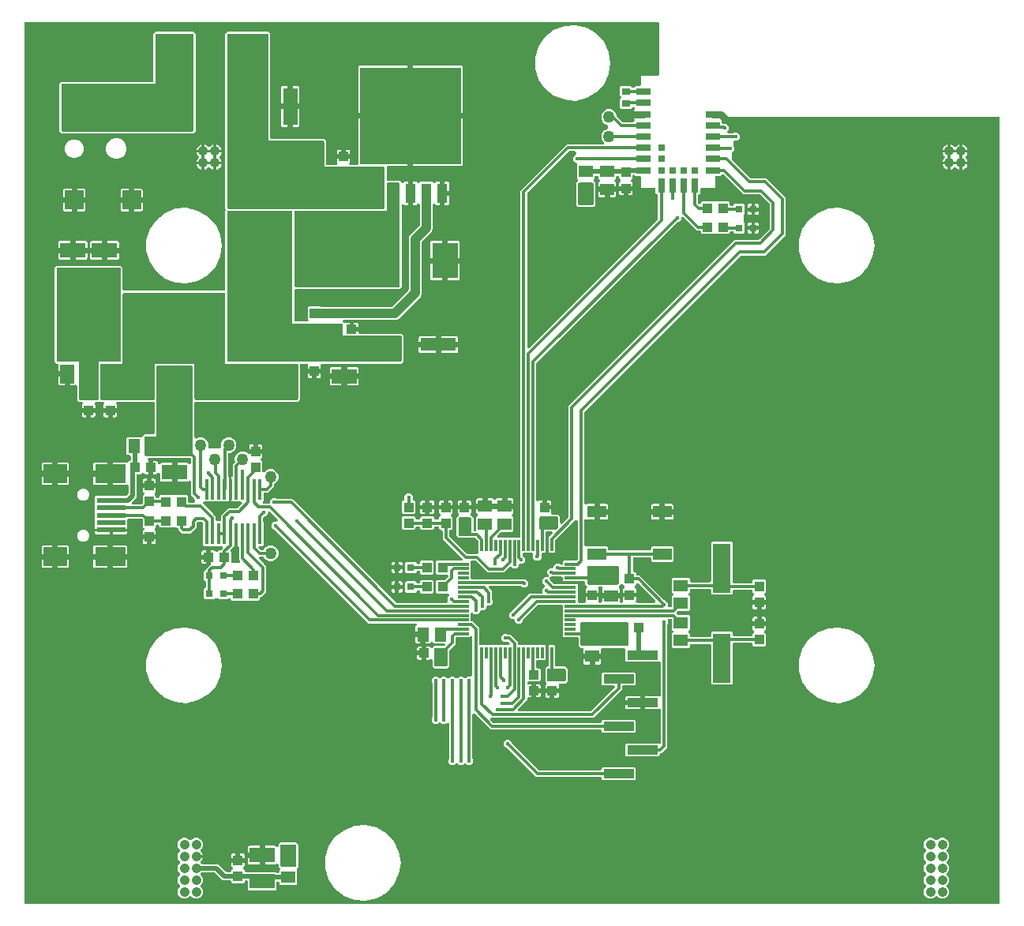
<source format=gtl>
G04 EAGLE Gerber RS-274X export*
G75*
%MOMM*%
%FSLAX34Y34*%
%LPD*%
%INTop Copper*%
%IPPOS*%
%AMOC8*
5,1,8,0,0,1.08239X$1,22.5*%
G01*
%ADD10R,1.200000X0.300000*%
%ADD11R,0.300000X1.200000*%
%ADD12R,1.100000X1.000000*%
%ADD13R,1.300000X1.500000*%
%ADD14R,1.500000X1.300000*%
%ADD15R,1.000000X1.100000*%
%ADD16R,1.930400X5.334000*%
%ADD17R,1.500000X2.000000*%
%ADD18R,3.800000X2.000000*%
%ADD19R,2.500000X2.000000*%
%ADD20R,3.300000X2.000000*%
%ADD21R,3.100000X0.500000*%
%ADD22R,2.700000X1.600000*%
%ADD23R,2.000000X1.300000*%
%ADD24R,2.000000X2.000000*%
%ADD25R,3.302000X1.016000*%
%ADD26R,0.800000X0.800000*%
%ADD27R,10.800000X10.410000*%
%ADD28R,1.066800X2.159000*%
%ADD29R,2.400000X7.500000*%
%ADD30R,3.800000X1.400000*%
%ADD31R,2.800000X3.800000*%
%ADD32R,1.600000X4.000000*%
%ADD33R,3.800000X2.800000*%
%ADD34R,0.400000X2.250000*%
%ADD35R,1.500000X0.800000*%
%ADD36R,0.800000X1.500000*%
%ADD37R,0.900000X0.700000*%
%ADD38C,1.270000*%
%ADD39C,1.050000*%
%ADD40C,0.450000*%
%ADD41C,0.800000*%
%ADD42C,0.300000*%
%ADD43C,0.500000*%
%ADD44C,1.000000*%

G36*
X1046535Y2005D02*
X1046535Y2005D01*
X1046571Y2002D01*
X1046707Y2025D01*
X1046843Y2041D01*
X1046877Y2053D01*
X1046912Y2058D01*
X1047039Y2111D01*
X1047169Y2158D01*
X1047198Y2177D01*
X1047231Y2191D01*
X1047343Y2272D01*
X1047458Y2347D01*
X1047483Y2373D01*
X1047511Y2393D01*
X1047602Y2497D01*
X1047697Y2597D01*
X1047715Y2628D01*
X1047738Y2654D01*
X1047802Y2777D01*
X1047872Y2895D01*
X1047882Y2929D01*
X1047899Y2961D01*
X1047933Y3094D01*
X1047974Y3226D01*
X1047976Y3261D01*
X1047985Y3295D01*
X1047999Y3500D01*
X1047999Y845000D01*
X1047995Y845035D01*
X1047998Y845071D01*
X1047975Y845207D01*
X1047959Y845343D01*
X1047947Y845377D01*
X1047942Y845412D01*
X1047889Y845539D01*
X1047842Y845669D01*
X1047823Y845698D01*
X1047809Y845731D01*
X1047728Y845843D01*
X1047653Y845958D01*
X1047627Y845983D01*
X1047607Y846011D01*
X1047503Y846102D01*
X1047403Y846197D01*
X1047372Y846215D01*
X1047346Y846238D01*
X1047223Y846302D01*
X1047105Y846372D01*
X1047071Y846382D01*
X1047039Y846399D01*
X1046906Y846433D01*
X1046774Y846474D01*
X1046739Y846476D01*
X1046705Y846485D01*
X1046500Y846499D01*
X751500Y846499D01*
X751465Y846495D01*
X751429Y846498D01*
X751293Y846475D01*
X751157Y846459D01*
X751123Y846447D01*
X751088Y846442D01*
X750961Y846389D01*
X750831Y846342D01*
X750802Y846323D01*
X750769Y846309D01*
X750657Y846228D01*
X750542Y846153D01*
X750517Y846127D01*
X750489Y846107D01*
X750398Y846003D01*
X750303Y845903D01*
X750285Y845872D01*
X750262Y845846D01*
X750198Y845723D01*
X750128Y845605D01*
X750118Y845571D01*
X750101Y845539D01*
X750067Y845406D01*
X750026Y845274D01*
X750024Y845239D01*
X750015Y845205D01*
X750001Y845000D01*
X750001Y844737D01*
X749864Y844228D01*
X749611Y843790D01*
X749606Y843778D01*
X749599Y843768D01*
X749574Y843706D01*
X749561Y843685D01*
X749550Y843648D01*
X749538Y843619D01*
X749474Y843472D01*
X749472Y843460D01*
X749467Y843449D01*
X749442Y843290D01*
X749413Y843132D01*
X749414Y843120D01*
X749412Y843107D01*
X749423Y842947D01*
X749432Y842787D01*
X749436Y842775D01*
X749436Y842762D01*
X749484Y842609D01*
X749529Y842455D01*
X749536Y842444D01*
X749539Y842432D01*
X749621Y842294D01*
X749700Y842154D01*
X749709Y842145D01*
X749715Y842134D01*
X749850Y841980D01*
X750001Y841829D01*
X750001Y840000D01*
X750005Y839965D01*
X750002Y839929D01*
X750025Y839793D01*
X750041Y839657D01*
X750053Y839623D01*
X750058Y839588D01*
X750111Y839461D01*
X750158Y839331D01*
X750177Y839302D01*
X750191Y839269D01*
X750272Y839157D01*
X750347Y839042D01*
X750373Y839017D01*
X750393Y838989D01*
X750497Y838898D01*
X750597Y838803D01*
X750628Y838785D01*
X750654Y838762D01*
X750777Y838698D01*
X750895Y838628D01*
X750929Y838618D01*
X750961Y838601D01*
X751094Y838567D01*
X751226Y838526D01*
X751261Y838524D01*
X751295Y838515D01*
X751500Y838501D01*
X753497Y838501D01*
X753506Y838496D01*
X753532Y838475D01*
X753658Y838416D01*
X753782Y838351D01*
X753814Y838343D01*
X753845Y838328D01*
X753981Y838300D01*
X754116Y838265D01*
X754162Y838262D01*
X754183Y838257D01*
X754217Y838258D01*
X754321Y838251D01*
X754761Y838251D01*
X757251Y835761D01*
X757251Y832239D01*
X756072Y831060D01*
X756007Y830978D01*
X755935Y830903D01*
X755900Y830843D01*
X755857Y830789D01*
X755813Y830695D01*
X755760Y830605D01*
X755739Y830539D01*
X755710Y830476D01*
X755689Y830374D01*
X755658Y830274D01*
X755653Y830205D01*
X755639Y830138D01*
X755641Y830034D01*
X755634Y829929D01*
X755645Y829861D01*
X755647Y829792D01*
X755673Y829691D01*
X755690Y829588D01*
X755717Y829524D01*
X755734Y829458D01*
X755783Y829365D01*
X755823Y829269D01*
X755863Y829213D01*
X755895Y829152D01*
X755964Y829073D01*
X756025Y828989D01*
X756077Y828943D01*
X756123Y828891D01*
X756207Y828830D01*
X756286Y828762D01*
X756347Y828730D01*
X756403Y828689D01*
X756500Y828650D01*
X756592Y828601D01*
X756659Y828584D01*
X756723Y828558D01*
X756826Y828541D01*
X756927Y828515D01*
X757031Y828508D01*
X757064Y828502D01*
X757087Y828504D01*
X757132Y828501D01*
X761868Y828501D01*
X762006Y828517D01*
X762146Y828527D01*
X762178Y828537D01*
X762212Y828541D01*
X762343Y828588D01*
X762476Y828629D01*
X762505Y828647D01*
X762537Y828658D01*
X762654Y828734D01*
X762774Y828805D01*
X762808Y828835D01*
X762826Y828847D01*
X762850Y828871D01*
X762928Y828940D01*
X763239Y829251D01*
X766761Y829251D01*
X769251Y826761D01*
X769251Y823239D01*
X766761Y820749D01*
X764000Y820749D01*
X763965Y820745D01*
X763929Y820748D01*
X763793Y820725D01*
X763657Y820709D01*
X763623Y820697D01*
X763588Y820692D01*
X763461Y820639D01*
X763331Y820592D01*
X763302Y820573D01*
X763269Y820559D01*
X763157Y820478D01*
X763042Y820403D01*
X763017Y820377D01*
X762989Y820357D01*
X762898Y820253D01*
X762803Y820153D01*
X762785Y820122D01*
X762762Y820096D01*
X762698Y819973D01*
X762628Y819855D01*
X762618Y819821D01*
X762601Y819789D01*
X762567Y819656D01*
X762526Y819524D01*
X762524Y819489D01*
X762515Y819455D01*
X762501Y819250D01*
X762501Y815132D01*
X762517Y814994D01*
X762527Y814854D01*
X762537Y814822D01*
X762541Y814788D01*
X762588Y814657D01*
X762629Y814524D01*
X762647Y814495D01*
X762658Y814463D01*
X762734Y814346D01*
X762805Y814226D01*
X762835Y814192D01*
X762847Y814173D01*
X762871Y814150D01*
X762940Y814072D01*
X763251Y813761D01*
X763251Y810239D01*
X760940Y807928D01*
X760853Y807819D01*
X760762Y807714D01*
X760746Y807684D01*
X760725Y807657D01*
X760666Y807531D01*
X760601Y807408D01*
X760593Y807375D01*
X760578Y807344D01*
X760550Y807208D01*
X760515Y807073D01*
X760512Y807028D01*
X760507Y807006D01*
X760508Y806972D01*
X760501Y806868D01*
X760501Y801071D01*
X760504Y801047D01*
X760502Y801030D01*
X760513Y800967D01*
X760517Y800933D01*
X760527Y800794D01*
X760537Y800761D01*
X760541Y800728D01*
X760588Y800597D01*
X760629Y800463D01*
X760647Y800434D01*
X760658Y800402D01*
X760734Y800286D01*
X760805Y800166D01*
X760835Y800132D01*
X760847Y800113D01*
X760871Y800090D01*
X760940Y800011D01*
X780011Y780940D01*
X780120Y780853D01*
X780226Y780762D01*
X780256Y780746D01*
X780282Y780725D01*
X780408Y780666D01*
X780532Y780601D01*
X780564Y780593D01*
X780595Y780578D01*
X780731Y780550D01*
X780866Y780515D01*
X780912Y780512D01*
X780933Y780507D01*
X780967Y780508D01*
X781071Y780501D01*
X797450Y780501D01*
X818501Y759450D01*
X818501Y719550D01*
X796450Y697499D01*
X771071Y697499D01*
X770933Y697483D01*
X770794Y697473D01*
X770761Y697463D01*
X770728Y697459D01*
X770597Y697412D01*
X770463Y697371D01*
X770434Y697353D01*
X770402Y697342D01*
X770286Y697266D01*
X770166Y697195D01*
X770132Y697165D01*
X770113Y697153D01*
X770090Y697129D01*
X770011Y697060D01*
X602940Y529989D01*
X602853Y529880D01*
X602762Y529774D01*
X602746Y529744D01*
X602725Y529718D01*
X602666Y529592D01*
X602601Y529468D01*
X602593Y529436D01*
X602578Y529405D01*
X602550Y529269D01*
X602515Y529134D01*
X602512Y529088D01*
X602507Y529067D01*
X602508Y529033D01*
X602501Y528929D01*
X602501Y431887D01*
X602510Y431806D01*
X602510Y431725D01*
X602530Y431635D01*
X602541Y431543D01*
X602568Y431467D01*
X602586Y431387D01*
X602627Y431305D01*
X602658Y431218D01*
X602703Y431150D01*
X602738Y431077D01*
X602797Y431006D01*
X602847Y430929D01*
X602906Y430872D01*
X602957Y430809D01*
X603030Y430753D01*
X603097Y430690D01*
X603167Y430649D01*
X603232Y430599D01*
X603316Y430561D01*
X603395Y430515D01*
X603473Y430491D01*
X603547Y430457D01*
X603638Y430440D01*
X603726Y430413D01*
X603807Y430407D01*
X603887Y430392D01*
X603979Y430395D01*
X604071Y430389D01*
X604151Y430402D01*
X604232Y430406D01*
X604321Y430430D01*
X604412Y430445D01*
X604487Y430476D01*
X604565Y430498D01*
X604711Y430570D01*
X604731Y430578D01*
X604737Y430582D01*
X604750Y430588D01*
X605228Y430864D01*
X605737Y431001D01*
X613001Y431001D01*
X613001Y424000D01*
X613005Y423965D01*
X613002Y423930D01*
X613025Y423793D01*
X613041Y423657D01*
X613053Y423623D01*
X613058Y423588D01*
X613111Y423461D01*
X613158Y423331D01*
X613178Y423302D01*
X613191Y423269D01*
X613272Y423157D01*
X613347Y423042D01*
X613373Y423017D01*
X613393Y422989D01*
X613498Y422898D01*
X613597Y422803D01*
X613628Y422785D01*
X613654Y422762D01*
X613777Y422698D01*
X613895Y422628D01*
X613929Y422618D01*
X613961Y422601D01*
X614094Y422567D01*
X614226Y422526D01*
X614261Y422524D01*
X614295Y422515D01*
X614500Y422501D01*
X616001Y422501D01*
X616001Y422499D01*
X614500Y422499D01*
X614465Y422495D01*
X614429Y422497D01*
X614293Y422475D01*
X614157Y422459D01*
X614123Y422447D01*
X614088Y422441D01*
X613961Y422389D01*
X613831Y422342D01*
X613802Y422322D01*
X613769Y422309D01*
X613657Y422228D01*
X613542Y422153D01*
X613517Y422127D01*
X613489Y422107D01*
X613398Y422002D01*
X613303Y421903D01*
X613285Y421872D01*
X613262Y421845D01*
X613198Y421723D01*
X613128Y421605D01*
X613118Y421571D01*
X613101Y421539D01*
X613067Y421406D01*
X613026Y421274D01*
X613024Y421239D01*
X613015Y421205D01*
X613001Y421000D01*
X613001Y413999D01*
X605737Y413999D01*
X605228Y414136D01*
X604750Y414412D01*
X604675Y414444D01*
X604605Y414485D01*
X604517Y414512D01*
X604432Y414549D01*
X604352Y414563D01*
X604274Y414587D01*
X604182Y414594D01*
X604092Y414610D01*
X604011Y414605D01*
X603929Y414611D01*
X603839Y414596D01*
X603747Y414591D01*
X603669Y414568D01*
X603588Y414555D01*
X603503Y414520D01*
X603415Y414494D01*
X603344Y414453D01*
X603269Y414422D01*
X603194Y414368D01*
X603114Y414323D01*
X603055Y414268D01*
X602989Y414220D01*
X602928Y414150D01*
X602861Y414088D01*
X602815Y414020D01*
X602762Y413959D01*
X602719Y413877D01*
X602668Y413801D01*
X602639Y413725D01*
X602601Y413653D01*
X602578Y413563D01*
X602546Y413477D01*
X602535Y413397D01*
X602515Y413318D01*
X602504Y413156D01*
X602501Y413135D01*
X602502Y413127D01*
X602501Y413113D01*
X602501Y386950D01*
X602513Y386846D01*
X602515Y386742D01*
X602533Y386675D01*
X602541Y386606D01*
X602576Y386508D01*
X602602Y386407D01*
X602635Y386346D01*
X602658Y386281D01*
X602715Y386194D01*
X602764Y386101D01*
X602809Y386049D01*
X602847Y385991D01*
X602922Y385920D01*
X602991Y385841D01*
X603047Y385801D01*
X603097Y385753D01*
X603187Y385700D01*
X603272Y385639D01*
X603336Y385613D01*
X603395Y385578D01*
X603495Y385547D01*
X603591Y385507D01*
X603660Y385496D01*
X603726Y385476D01*
X603830Y385469D01*
X603933Y385452D01*
X604002Y385457D01*
X604071Y385452D01*
X604173Y385469D01*
X604278Y385476D01*
X604344Y385497D01*
X604412Y385508D01*
X604508Y385548D01*
X604608Y385579D01*
X604667Y385614D01*
X604731Y385641D01*
X604816Y385702D01*
X604905Y385755D01*
X604984Y385823D01*
X605011Y385843D01*
X605026Y385860D01*
X605060Y385890D01*
X605171Y386001D01*
X626829Y386001D01*
X628001Y384829D01*
X628001Y382500D01*
X628005Y382465D01*
X628002Y382429D01*
X628025Y382293D01*
X628041Y382157D01*
X628053Y382123D01*
X628058Y382088D01*
X628111Y381961D01*
X628158Y381831D01*
X628177Y381802D01*
X628191Y381769D01*
X628272Y381657D01*
X628347Y381542D01*
X628373Y381517D01*
X628393Y381489D01*
X628497Y381398D01*
X628597Y381303D01*
X628628Y381285D01*
X628654Y381262D01*
X628777Y381198D01*
X628895Y381128D01*
X628929Y381118D01*
X628961Y381101D01*
X629094Y381067D01*
X629226Y381026D01*
X629261Y381024D01*
X629295Y381015D01*
X629500Y381001D01*
X672500Y381001D01*
X672535Y381005D01*
X672571Y381002D01*
X672707Y381025D01*
X672843Y381041D01*
X672877Y381053D01*
X672912Y381058D01*
X673039Y381111D01*
X673169Y381158D01*
X673198Y381177D01*
X673231Y381191D01*
X673343Y381272D01*
X673458Y381347D01*
X673483Y381373D01*
X673511Y381393D01*
X673602Y381497D01*
X673697Y381597D01*
X673715Y381628D01*
X673738Y381654D01*
X673802Y381777D01*
X673872Y381895D01*
X673882Y381929D01*
X673899Y381961D01*
X673933Y382094D01*
X673974Y382226D01*
X673976Y382261D01*
X673985Y382295D01*
X673999Y382500D01*
X673999Y384829D01*
X675171Y386001D01*
X696829Y386001D01*
X698001Y384829D01*
X698001Y370171D01*
X696829Y368999D01*
X675171Y368999D01*
X673999Y370171D01*
X673999Y372500D01*
X673995Y372535D01*
X673998Y372571D01*
X673975Y372707D01*
X673959Y372843D01*
X673947Y372877D01*
X673942Y372912D01*
X673889Y373039D01*
X673842Y373169D01*
X673823Y373198D01*
X673809Y373231D01*
X673728Y373343D01*
X673653Y373458D01*
X673627Y373483D01*
X673607Y373511D01*
X673503Y373602D01*
X673403Y373697D01*
X673372Y373715D01*
X673346Y373738D01*
X673223Y373802D01*
X673105Y373872D01*
X673071Y373882D01*
X673039Y373899D01*
X672906Y373933D01*
X672774Y373974D01*
X672739Y373976D01*
X672705Y373985D01*
X672500Y373999D01*
X656000Y373999D01*
X655965Y373995D01*
X655929Y373998D01*
X655793Y373975D01*
X655657Y373959D01*
X655623Y373947D01*
X655588Y373942D01*
X655461Y373889D01*
X655331Y373842D01*
X655302Y373823D01*
X655269Y373809D01*
X655157Y373728D01*
X655042Y373653D01*
X655017Y373627D01*
X654989Y373607D01*
X654898Y373502D01*
X654803Y373403D01*
X654785Y373372D01*
X654762Y373346D01*
X654698Y373223D01*
X654628Y373105D01*
X654618Y373071D01*
X654601Y373039D01*
X654567Y372906D01*
X654526Y372774D01*
X654524Y372739D01*
X654515Y372705D01*
X654501Y372500D01*
X654501Y359500D01*
X654505Y359465D01*
X654502Y359429D01*
X654525Y359293D01*
X654541Y359157D01*
X654553Y359123D01*
X654558Y359088D01*
X654611Y358961D01*
X654658Y358831D01*
X654677Y358802D01*
X654691Y358769D01*
X654772Y358657D01*
X654847Y358542D01*
X654873Y358517D01*
X654893Y358489D01*
X654997Y358398D01*
X655097Y358303D01*
X655128Y358285D01*
X655154Y358262D01*
X655277Y358198D01*
X655395Y358128D01*
X655429Y358118D01*
X655461Y358101D01*
X655594Y358067D01*
X655726Y358026D01*
X655761Y358024D01*
X655795Y358015D01*
X656000Y358001D01*
X656829Y358001D01*
X658001Y356829D01*
X658001Y355500D01*
X658005Y355465D01*
X658002Y355429D01*
X658025Y355293D01*
X658041Y355157D01*
X658053Y355123D01*
X658058Y355088D01*
X658111Y354961D01*
X658158Y354831D01*
X658177Y354802D01*
X658191Y354769D01*
X658272Y354657D01*
X658347Y354542D01*
X658373Y354517D01*
X658393Y354489D01*
X658497Y354398D01*
X658597Y354303D01*
X658628Y354285D01*
X658654Y354262D01*
X658777Y354198D01*
X658895Y354128D01*
X658929Y354118D01*
X658961Y354101D01*
X659094Y354067D01*
X659226Y354026D01*
X659261Y354024D01*
X659295Y354015D01*
X659500Y354001D01*
X661950Y354001D01*
X688261Y327690D01*
X688370Y327603D01*
X688476Y327512D01*
X688506Y327496D01*
X688532Y327475D01*
X688658Y327416D01*
X688782Y327351D01*
X688814Y327343D01*
X688845Y327328D01*
X688981Y327300D01*
X689116Y327265D01*
X689162Y327262D01*
X689183Y327257D01*
X689217Y327258D01*
X689321Y327251D01*
X689761Y327251D01*
X692251Y324761D01*
X692251Y321500D01*
X692255Y321465D01*
X692252Y321429D01*
X692275Y321293D01*
X692291Y321157D01*
X692303Y321123D01*
X692308Y321088D01*
X692361Y320961D01*
X692408Y320831D01*
X692427Y320802D01*
X692441Y320769D01*
X692522Y320657D01*
X692597Y320542D01*
X692623Y320517D01*
X692643Y320489D01*
X692747Y320398D01*
X692847Y320303D01*
X692878Y320285D01*
X692904Y320262D01*
X693027Y320198D01*
X693145Y320128D01*
X693179Y320118D01*
X693211Y320101D01*
X693344Y320067D01*
X693476Y320026D01*
X693511Y320024D01*
X693545Y320015D01*
X693750Y320001D01*
X695000Y320001D01*
X695035Y320005D01*
X695071Y320002D01*
X695207Y320025D01*
X695343Y320041D01*
X695377Y320053D01*
X695412Y320058D01*
X695539Y320111D01*
X695669Y320158D01*
X695698Y320177D01*
X695731Y320191D01*
X695843Y320272D01*
X695958Y320347D01*
X695983Y320373D01*
X696011Y320393D01*
X696102Y320497D01*
X696197Y320597D01*
X696215Y320628D01*
X696238Y320654D01*
X696302Y320777D01*
X696372Y320895D01*
X696382Y320929D01*
X696399Y320961D01*
X696433Y321094D01*
X696474Y321226D01*
X696476Y321261D01*
X696485Y321295D01*
X696499Y321500D01*
X696499Y331829D01*
X697610Y332940D01*
X697632Y332968D01*
X697659Y332991D01*
X697740Y333103D01*
X697825Y333211D01*
X697840Y333243D01*
X697861Y333272D01*
X697913Y333399D01*
X697972Y333524D01*
X697979Y333559D01*
X697993Y333591D01*
X698015Y333728D01*
X698043Y333862D01*
X698042Y333898D01*
X698048Y333933D01*
X698038Y334070D01*
X698035Y334208D01*
X698026Y334242D01*
X698024Y334278D01*
X697983Y334409D01*
X697948Y334542D01*
X697931Y334574D01*
X697921Y334608D01*
X697851Y334727D01*
X697786Y334848D01*
X697763Y334875D01*
X697745Y334906D01*
X697610Y335060D01*
X696499Y336171D01*
X696499Y350829D01*
X697671Y352001D01*
X714329Y352001D01*
X715501Y350829D01*
X715501Y348500D01*
X715505Y348465D01*
X715502Y348429D01*
X715525Y348293D01*
X715541Y348157D01*
X715553Y348123D01*
X715558Y348088D01*
X715611Y347961D01*
X715658Y347831D01*
X715677Y347802D01*
X715691Y347769D01*
X715772Y347657D01*
X715847Y347542D01*
X715873Y347517D01*
X715893Y347489D01*
X715997Y347398D01*
X716097Y347303D01*
X716128Y347285D01*
X716154Y347262D01*
X716277Y347198D01*
X716395Y347128D01*
X716429Y347118D01*
X716461Y347101D01*
X716594Y347067D01*
X716726Y347026D01*
X716761Y347024D01*
X716795Y347015D01*
X717000Y347001D01*
X736848Y347001D01*
X736883Y347005D01*
X736919Y347002D01*
X737055Y347025D01*
X737191Y347041D01*
X737225Y347053D01*
X737260Y347058D01*
X737387Y347111D01*
X737517Y347158D01*
X737546Y347177D01*
X737579Y347191D01*
X737691Y347272D01*
X737806Y347347D01*
X737831Y347373D01*
X737859Y347393D01*
X737950Y347497D01*
X738045Y347597D01*
X738063Y347628D01*
X738086Y347654D01*
X738150Y347777D01*
X738220Y347895D01*
X738230Y347929D01*
X738247Y347961D01*
X738281Y348094D01*
X738322Y348226D01*
X738324Y348261D01*
X738333Y348295D01*
X738347Y348500D01*
X738347Y389759D01*
X739519Y390931D01*
X760481Y390931D01*
X761653Y389759D01*
X761653Y347500D01*
X761657Y347465D01*
X761654Y347429D01*
X761677Y347293D01*
X761693Y347157D01*
X761705Y347123D01*
X761710Y347088D01*
X761763Y346961D01*
X761810Y346831D01*
X761829Y346802D01*
X761843Y346769D01*
X761924Y346657D01*
X761999Y346542D01*
X762025Y346517D01*
X762045Y346489D01*
X762149Y346398D01*
X762249Y346303D01*
X762280Y346285D01*
X762306Y346262D01*
X762429Y346198D01*
X762547Y346128D01*
X762581Y346118D01*
X762613Y346101D01*
X762746Y346067D01*
X762878Y346026D01*
X762913Y346024D01*
X762947Y346015D01*
X763152Y346001D01*
X781500Y346001D01*
X781535Y346005D01*
X781571Y346002D01*
X781707Y346025D01*
X781843Y346041D01*
X781877Y346053D01*
X781912Y346058D01*
X782039Y346111D01*
X782169Y346158D01*
X782198Y346177D01*
X782231Y346191D01*
X782343Y346272D01*
X782458Y346347D01*
X782483Y346373D01*
X782511Y346393D01*
X782602Y346497D01*
X782697Y346597D01*
X782715Y346628D01*
X782738Y346654D01*
X782802Y346777D01*
X782872Y346895D01*
X782882Y346929D01*
X782899Y346961D01*
X782933Y347094D01*
X782974Y347226D01*
X782976Y347261D01*
X782985Y347295D01*
X782999Y347500D01*
X782999Y348829D01*
X784171Y350001D01*
X795829Y350001D01*
X797001Y348829D01*
X797001Y336171D01*
X795836Y335007D01*
X795800Y334961D01*
X795757Y334921D01*
X795693Y334826D01*
X795622Y334736D01*
X795597Y334683D01*
X795564Y334634D01*
X795523Y334527D01*
X795475Y334423D01*
X795463Y334365D01*
X795442Y334311D01*
X795427Y334197D01*
X795403Y334084D01*
X795405Y334026D01*
X795397Y333968D01*
X795409Y333853D01*
X795412Y333739D01*
X795426Y333682D01*
X795432Y333624D01*
X795470Y333515D01*
X795499Y333404D01*
X795526Y333352D01*
X795545Y333297D01*
X795607Y333200D01*
X795660Y333098D01*
X795699Y333054D01*
X795730Y333005D01*
X795812Y332924D01*
X795887Y332838D01*
X795935Y332804D01*
X795977Y332763D01*
X796147Y332648D01*
X796229Y332601D01*
X796601Y332229D01*
X796864Y331772D01*
X797001Y331263D01*
X797001Y327999D01*
X791000Y327999D01*
X790965Y327995D01*
X790930Y327998D01*
X790794Y327975D01*
X790657Y327959D01*
X790623Y327947D01*
X790588Y327942D01*
X790461Y327889D01*
X790332Y327842D01*
X790302Y327823D01*
X790269Y327809D01*
X790157Y327728D01*
X790042Y327653D01*
X790018Y327627D01*
X789994Y327610D01*
X789903Y327697D01*
X789872Y327715D01*
X789845Y327738D01*
X789723Y327802D01*
X789605Y327872D01*
X789571Y327882D01*
X789539Y327899D01*
X789406Y327933D01*
X789274Y327974D01*
X789239Y327976D01*
X789204Y327985D01*
X789000Y327999D01*
X782999Y327999D01*
X782999Y331263D01*
X783136Y331772D01*
X783399Y332229D01*
X783771Y332601D01*
X783853Y332648D01*
X783900Y332683D01*
X783952Y332710D01*
X784039Y332786D01*
X784131Y332854D01*
X784168Y332899D01*
X784213Y332938D01*
X784280Y333031D01*
X784354Y333119D01*
X784380Y333171D01*
X784414Y333218D01*
X784458Y333324D01*
X784510Y333427D01*
X784524Y333484D01*
X784546Y333538D01*
X784565Y333651D01*
X784592Y333763D01*
X784592Y333821D01*
X784601Y333879D01*
X784593Y333994D01*
X784594Y334109D01*
X784581Y334166D01*
X784577Y334224D01*
X784543Y334334D01*
X784517Y334446D01*
X784492Y334498D01*
X784474Y334554D01*
X784416Y334653D01*
X784365Y334756D01*
X784328Y334802D01*
X784299Y334852D01*
X784164Y335007D01*
X782999Y336171D01*
X782999Y337500D01*
X782995Y337535D01*
X782998Y337571D01*
X782975Y337707D01*
X782959Y337843D01*
X782947Y337877D01*
X782942Y337912D01*
X782889Y338039D01*
X782842Y338169D01*
X782823Y338198D01*
X782809Y338231D01*
X782728Y338343D01*
X782653Y338458D01*
X782627Y338483D01*
X782607Y338511D01*
X782503Y338602D01*
X782403Y338697D01*
X782372Y338715D01*
X782346Y338738D01*
X782223Y338802D01*
X782105Y338872D01*
X782071Y338882D01*
X782039Y338899D01*
X781906Y338933D01*
X781774Y338974D01*
X781739Y338976D01*
X781705Y338985D01*
X781500Y338999D01*
X763152Y338999D01*
X763117Y338995D01*
X763081Y338998D01*
X762945Y338975D01*
X762809Y338959D01*
X762775Y338947D01*
X762740Y338942D01*
X762613Y338889D01*
X762483Y338842D01*
X762454Y338823D01*
X762421Y338809D01*
X762309Y338728D01*
X762194Y338653D01*
X762169Y338627D01*
X762141Y338607D01*
X762050Y338503D01*
X761955Y338403D01*
X761937Y338372D01*
X761914Y338346D01*
X761850Y338223D01*
X761780Y338105D01*
X761770Y338071D01*
X761753Y338039D01*
X761719Y337906D01*
X761678Y337774D01*
X761676Y337739D01*
X761667Y337705D01*
X761653Y337500D01*
X761653Y334761D01*
X760481Y333589D01*
X739519Y333589D01*
X738347Y334761D01*
X738347Y338500D01*
X738343Y338535D01*
X738346Y338571D01*
X738323Y338707D01*
X738307Y338843D01*
X738295Y338877D01*
X738290Y338912D01*
X738237Y339039D01*
X738190Y339169D01*
X738171Y339198D01*
X738157Y339231D01*
X738076Y339343D01*
X738001Y339458D01*
X737975Y339483D01*
X737955Y339511D01*
X737851Y339602D01*
X737751Y339697D01*
X737720Y339715D01*
X737694Y339738D01*
X737571Y339802D01*
X737453Y339872D01*
X737419Y339882D01*
X737387Y339899D01*
X737254Y339933D01*
X737122Y339974D01*
X737087Y339976D01*
X737053Y339985D01*
X736848Y339999D01*
X717000Y339999D01*
X716965Y339995D01*
X716929Y339998D01*
X716793Y339975D01*
X716657Y339959D01*
X716623Y339947D01*
X716588Y339942D01*
X716461Y339889D01*
X716331Y339842D01*
X716302Y339823D01*
X716269Y339809D01*
X716157Y339728D01*
X716042Y339653D01*
X716017Y339627D01*
X715989Y339607D01*
X715898Y339503D01*
X715803Y339403D01*
X715785Y339372D01*
X715762Y339346D01*
X715698Y339223D01*
X715628Y339105D01*
X715618Y339071D01*
X715601Y339039D01*
X715567Y338906D01*
X715526Y338774D01*
X715524Y338739D01*
X715515Y338705D01*
X715501Y338500D01*
X715501Y336171D01*
X714390Y335060D01*
X714368Y335032D01*
X714341Y335009D01*
X714260Y334897D01*
X714175Y334789D01*
X714160Y334757D01*
X714139Y334728D01*
X714086Y334601D01*
X714028Y334476D01*
X714021Y334441D01*
X714007Y334409D01*
X713985Y334272D01*
X713957Y334138D01*
X713958Y334102D01*
X713952Y334067D01*
X713962Y333930D01*
X713965Y333792D01*
X713974Y333758D01*
X713976Y333722D01*
X714017Y333591D01*
X714052Y333458D01*
X714069Y333426D01*
X714079Y333392D01*
X714149Y333274D01*
X714213Y333152D01*
X714237Y333125D01*
X714255Y333095D01*
X714390Y332940D01*
X715501Y331829D01*
X715501Y317171D01*
X714329Y315999D01*
X703071Y315999D01*
X702933Y315983D01*
X702793Y315973D01*
X702761Y315963D01*
X702728Y315959D01*
X702596Y315912D01*
X702463Y315871D01*
X702434Y315853D01*
X702402Y315842D01*
X702286Y315766D01*
X702166Y315695D01*
X702132Y315665D01*
X702113Y315653D01*
X702090Y315629D01*
X702011Y315560D01*
X701511Y315060D01*
X701489Y315032D01*
X701462Y315009D01*
X701382Y314897D01*
X701296Y314789D01*
X701281Y314757D01*
X701261Y314728D01*
X701208Y314600D01*
X701149Y314476D01*
X701142Y314442D01*
X701129Y314409D01*
X701106Y314272D01*
X701078Y314138D01*
X701079Y314102D01*
X701073Y314067D01*
X701083Y313929D01*
X701086Y313792D01*
X701095Y313758D01*
X701098Y313722D01*
X701139Y313591D01*
X701173Y313457D01*
X701190Y313426D01*
X701200Y313392D01*
X701270Y313274D01*
X701335Y313152D01*
X701358Y313125D01*
X701376Y313095D01*
X701511Y312940D01*
X702011Y312440D01*
X702120Y312353D01*
X702225Y312262D01*
X702255Y312246D01*
X702282Y312225D01*
X702408Y312166D01*
X702532Y312101D01*
X702564Y312093D01*
X702595Y312078D01*
X702731Y312050D01*
X702866Y312015D01*
X702911Y312012D01*
X702933Y312007D01*
X702967Y312008D01*
X703071Y312001D01*
X714329Y312001D01*
X715501Y310829D01*
X715501Y296171D01*
X714390Y295060D01*
X714368Y295032D01*
X714341Y295009D01*
X714260Y294897D01*
X714175Y294789D01*
X714160Y294757D01*
X714139Y294728D01*
X714087Y294601D01*
X714028Y294476D01*
X714021Y294441D01*
X714007Y294409D01*
X713985Y294272D01*
X713957Y294138D01*
X713958Y294102D01*
X713952Y294067D01*
X713962Y293930D01*
X713965Y293792D01*
X713974Y293758D01*
X713976Y293722D01*
X714017Y293591D01*
X714052Y293458D01*
X714069Y293426D01*
X714079Y293392D01*
X714149Y293273D01*
X714214Y293152D01*
X714237Y293125D01*
X714255Y293094D01*
X714390Y292940D01*
X715501Y291829D01*
X715501Y289500D01*
X715505Y289465D01*
X715502Y289429D01*
X715525Y289293D01*
X715541Y289157D01*
X715553Y289123D01*
X715558Y289088D01*
X715611Y288961D01*
X715658Y288831D01*
X715677Y288802D01*
X715691Y288769D01*
X715772Y288657D01*
X715847Y288542D01*
X715873Y288517D01*
X715893Y288489D01*
X715997Y288398D01*
X716097Y288303D01*
X716128Y288285D01*
X716154Y288262D01*
X716277Y288198D01*
X716395Y288128D01*
X716429Y288118D01*
X716461Y288101D01*
X716594Y288067D01*
X716726Y288026D01*
X716761Y288024D01*
X716795Y288015D01*
X717000Y288001D01*
X736848Y288001D01*
X736883Y288005D01*
X736919Y288002D01*
X737055Y288025D01*
X737191Y288041D01*
X737225Y288053D01*
X737260Y288058D01*
X737387Y288111D01*
X737517Y288158D01*
X737546Y288177D01*
X737579Y288191D01*
X737691Y288272D01*
X737806Y288347D01*
X737831Y288373D01*
X737859Y288393D01*
X737950Y288497D01*
X738045Y288597D01*
X738063Y288628D01*
X738086Y288654D01*
X738150Y288777D01*
X738220Y288895D01*
X738230Y288929D01*
X738247Y288961D01*
X738281Y289094D01*
X738322Y289226D01*
X738324Y289261D01*
X738333Y289295D01*
X738347Y289500D01*
X738347Y293239D01*
X739519Y294411D01*
X760481Y294411D01*
X761653Y293239D01*
X761653Y290500D01*
X761657Y290465D01*
X761654Y290429D01*
X761677Y290293D01*
X761693Y290157D01*
X761705Y290123D01*
X761710Y290088D01*
X761763Y289961D01*
X761810Y289831D01*
X761829Y289802D01*
X761843Y289769D01*
X761924Y289657D01*
X761999Y289542D01*
X762025Y289517D01*
X762045Y289489D01*
X762149Y289398D01*
X762249Y289303D01*
X762280Y289285D01*
X762306Y289262D01*
X762429Y289198D01*
X762547Y289128D01*
X762581Y289118D01*
X762613Y289101D01*
X762746Y289067D01*
X762878Y289026D01*
X762913Y289024D01*
X762947Y289015D01*
X763152Y289001D01*
X781500Y289001D01*
X781535Y289005D01*
X781571Y289002D01*
X781707Y289025D01*
X781843Y289041D01*
X781877Y289053D01*
X781912Y289058D01*
X782039Y289111D01*
X782169Y289158D01*
X782198Y289177D01*
X782231Y289191D01*
X782343Y289272D01*
X782458Y289347D01*
X782483Y289373D01*
X782511Y289393D01*
X782602Y289497D01*
X782697Y289597D01*
X782715Y289628D01*
X782738Y289654D01*
X782802Y289777D01*
X782872Y289895D01*
X782882Y289929D01*
X782899Y289961D01*
X782933Y290094D01*
X782974Y290226D01*
X782976Y290261D01*
X782985Y290295D01*
X782999Y290500D01*
X782999Y291829D01*
X784164Y292993D01*
X784200Y293039D01*
X784243Y293079D01*
X784307Y293174D01*
X784378Y293264D01*
X784403Y293317D01*
X784436Y293366D01*
X784477Y293473D01*
X784525Y293577D01*
X784537Y293635D01*
X784558Y293689D01*
X784573Y293803D01*
X784597Y293916D01*
X784595Y293974D01*
X784603Y294032D01*
X784591Y294146D01*
X784588Y294261D01*
X784574Y294318D01*
X784568Y294376D01*
X784530Y294485D01*
X784501Y294596D01*
X784474Y294648D01*
X784455Y294703D01*
X784393Y294800D01*
X784340Y294902D01*
X784301Y294946D01*
X784270Y294995D01*
X784188Y295076D01*
X784113Y295162D01*
X784065Y295196D01*
X784023Y295237D01*
X783853Y295352D01*
X783771Y295399D01*
X783399Y295771D01*
X783136Y296228D01*
X782999Y296737D01*
X782999Y300001D01*
X789000Y300001D01*
X789035Y300005D01*
X789070Y300002D01*
X789206Y300025D01*
X789343Y300041D01*
X789377Y300053D01*
X789412Y300058D01*
X789539Y300111D01*
X789668Y300158D01*
X789698Y300177D01*
X789731Y300191D01*
X789843Y300272D01*
X789958Y300347D01*
X789982Y300373D01*
X790006Y300390D01*
X790097Y300303D01*
X790128Y300285D01*
X790155Y300262D01*
X790277Y300198D01*
X790395Y300128D01*
X790429Y300118D01*
X790461Y300101D01*
X790594Y300067D01*
X790726Y300026D01*
X790761Y300024D01*
X790796Y300015D01*
X791000Y300001D01*
X797001Y300001D01*
X797001Y296737D01*
X796864Y296228D01*
X796601Y295771D01*
X796229Y295399D01*
X796147Y295352D01*
X796100Y295317D01*
X796048Y295290D01*
X795962Y295214D01*
X795869Y295146D01*
X795832Y295101D01*
X795787Y295062D01*
X795720Y294969D01*
X795646Y294881D01*
X795620Y294829D01*
X795586Y294782D01*
X795542Y294675D01*
X795490Y294573D01*
X795476Y294516D01*
X795454Y294462D01*
X795435Y294349D01*
X795408Y294237D01*
X795408Y294179D01*
X795399Y294121D01*
X795407Y294006D01*
X795406Y293891D01*
X795419Y293834D01*
X795423Y293776D01*
X795457Y293666D01*
X795483Y293554D01*
X795508Y293502D01*
X795526Y293446D01*
X795584Y293347D01*
X795635Y293244D01*
X795672Y293198D01*
X795701Y293148D01*
X795836Y292993D01*
X797001Y291829D01*
X797001Y279171D01*
X795829Y277999D01*
X784171Y277999D01*
X782999Y279171D01*
X782999Y280500D01*
X782995Y280535D01*
X782998Y280571D01*
X782975Y280707D01*
X782959Y280843D01*
X782947Y280877D01*
X782942Y280912D01*
X782889Y281039D01*
X782842Y281169D01*
X782823Y281198D01*
X782809Y281231D01*
X782728Y281343D01*
X782653Y281458D01*
X782627Y281483D01*
X782607Y281511D01*
X782503Y281602D01*
X782403Y281697D01*
X782372Y281715D01*
X782346Y281738D01*
X782223Y281802D01*
X782105Y281872D01*
X782071Y281882D01*
X782039Y281899D01*
X781906Y281933D01*
X781774Y281974D01*
X781739Y281976D01*
X781705Y281985D01*
X781500Y281999D01*
X763152Y281999D01*
X763117Y281995D01*
X763081Y281998D01*
X762945Y281975D01*
X762809Y281959D01*
X762775Y281947D01*
X762740Y281942D01*
X762613Y281889D01*
X762483Y281842D01*
X762454Y281823D01*
X762421Y281809D01*
X762309Y281728D01*
X762194Y281653D01*
X762169Y281627D01*
X762141Y281607D01*
X762050Y281503D01*
X761955Y281403D01*
X761937Y281372D01*
X761914Y281346D01*
X761850Y281223D01*
X761780Y281105D01*
X761770Y281071D01*
X761753Y281039D01*
X761719Y280906D01*
X761678Y280774D01*
X761676Y280739D01*
X761667Y280705D01*
X761653Y280500D01*
X761653Y238241D01*
X760481Y237069D01*
X739519Y237069D01*
X738347Y238241D01*
X738347Y279500D01*
X738343Y279535D01*
X738346Y279571D01*
X738323Y279706D01*
X738307Y279843D01*
X738295Y279877D01*
X738290Y279912D01*
X738237Y280039D01*
X738190Y280169D01*
X738171Y280198D01*
X738157Y280231D01*
X738076Y280343D01*
X738001Y280458D01*
X737975Y280483D01*
X737955Y280511D01*
X737851Y280602D01*
X737751Y280697D01*
X737720Y280715D01*
X737694Y280738D01*
X737571Y280802D01*
X737453Y280872D01*
X737419Y280882D01*
X737387Y280899D01*
X737254Y280933D01*
X737122Y280974D01*
X737087Y280976D01*
X737053Y280985D01*
X736848Y280999D01*
X717000Y280999D01*
X716965Y280995D01*
X716929Y280998D01*
X716793Y280975D01*
X716657Y280959D01*
X716623Y280947D01*
X716588Y280942D01*
X716461Y280889D01*
X716331Y280842D01*
X716302Y280823D01*
X716269Y280809D01*
X716157Y280728D01*
X716042Y280653D01*
X716017Y280627D01*
X715989Y280607D01*
X715898Y280503D01*
X715803Y280403D01*
X715785Y280372D01*
X715762Y280346D01*
X715698Y280223D01*
X715628Y280105D01*
X715618Y280071D01*
X715601Y280039D01*
X715567Y279906D01*
X715526Y279774D01*
X715524Y279739D01*
X715515Y279705D01*
X715501Y279500D01*
X715501Y277171D01*
X714329Y275999D01*
X697671Y275999D01*
X696499Y277171D01*
X696499Y291829D01*
X697610Y292940D01*
X697632Y292968D01*
X697659Y292991D01*
X697740Y293103D01*
X697825Y293211D01*
X697840Y293243D01*
X697861Y293272D01*
X697914Y293399D01*
X697972Y293524D01*
X697979Y293559D01*
X697993Y293591D01*
X698015Y293728D01*
X698043Y293862D01*
X698042Y293898D01*
X698048Y293933D01*
X698038Y294070D01*
X698035Y294208D01*
X698026Y294242D01*
X698024Y294278D01*
X697983Y294409D01*
X697948Y294542D01*
X697931Y294574D01*
X697921Y294608D01*
X697851Y294726D01*
X697787Y294848D01*
X697763Y294875D01*
X697745Y294905D01*
X697610Y295060D01*
X696499Y296171D01*
X696499Y306500D01*
X696495Y306535D01*
X696498Y306571D01*
X696475Y306707D01*
X696459Y306843D01*
X696447Y306877D01*
X696442Y306912D01*
X696389Y307039D01*
X696342Y307169D01*
X696323Y307198D01*
X696309Y307231D01*
X696228Y307343D01*
X696153Y307458D01*
X696127Y307483D01*
X696107Y307511D01*
X696003Y307602D01*
X695903Y307697D01*
X695872Y307715D01*
X695846Y307738D01*
X695723Y307802D01*
X695605Y307872D01*
X695571Y307882D01*
X695539Y307899D01*
X695406Y307933D01*
X695274Y307974D01*
X695239Y307976D01*
X695205Y307985D01*
X695000Y307999D01*
X693632Y307999D01*
X693528Y307987D01*
X693424Y307985D01*
X693357Y307967D01*
X693288Y307959D01*
X693190Y307924D01*
X693089Y307898D01*
X693028Y307865D01*
X692963Y307842D01*
X692876Y307785D01*
X692783Y307736D01*
X692731Y307691D01*
X692673Y307653D01*
X692601Y307578D01*
X692523Y307509D01*
X692482Y307453D01*
X692435Y307403D01*
X692382Y307313D01*
X692321Y307228D01*
X692295Y307164D01*
X692260Y307105D01*
X692229Y307005D01*
X692189Y306908D01*
X692178Y306840D01*
X692158Y306774D01*
X692151Y306670D01*
X692134Y306567D01*
X692139Y306498D01*
X692134Y306429D01*
X692151Y306327D01*
X692158Y306222D01*
X692179Y306156D01*
X692190Y306088D01*
X692230Y305992D01*
X692251Y305926D01*
X692251Y302239D01*
X691940Y301928D01*
X691853Y301819D01*
X691762Y301714D01*
X691746Y301684D01*
X691725Y301657D01*
X691666Y301531D01*
X691601Y301408D01*
X691593Y301375D01*
X691578Y301344D01*
X691550Y301208D01*
X691515Y301073D01*
X691512Y301028D01*
X691507Y301006D01*
X691508Y300972D01*
X691501Y300868D01*
X691501Y169950D01*
X685150Y163599D01*
X684710Y163599D01*
X684675Y163595D01*
X684639Y163598D01*
X684503Y163575D01*
X684367Y163559D01*
X684333Y163547D01*
X684298Y163542D01*
X684171Y163489D01*
X684041Y163442D01*
X684012Y163423D01*
X683979Y163409D01*
X683867Y163328D01*
X683752Y163253D01*
X683727Y163227D01*
X683699Y163207D01*
X683608Y163103D01*
X683513Y163003D01*
X683495Y162972D01*
X683472Y162946D01*
X683408Y162823D01*
X683338Y162705D01*
X683328Y162671D01*
X683311Y162639D01*
X683277Y162506D01*
X683236Y162374D01*
X683234Y162339D01*
X683225Y162305D01*
X683211Y162100D01*
X683211Y161191D01*
X682039Y160019D01*
X647361Y160019D01*
X646189Y161191D01*
X646189Y173009D01*
X647361Y174181D01*
X682057Y174181D01*
X682097Y174143D01*
X682157Y174108D01*
X682211Y174065D01*
X682305Y174021D01*
X682395Y173968D01*
X682461Y173947D01*
X682524Y173918D01*
X682626Y173897D01*
X682726Y173866D01*
X682795Y173861D01*
X682862Y173847D01*
X682966Y173849D01*
X683071Y173842D01*
X683139Y173853D01*
X683208Y173855D01*
X683309Y173881D01*
X683412Y173898D01*
X683476Y173925D01*
X683542Y173942D01*
X683635Y173991D01*
X683731Y174031D01*
X683787Y174071D01*
X683848Y174103D01*
X683927Y174172D01*
X684011Y174233D01*
X684057Y174285D01*
X684109Y174331D01*
X684170Y174415D01*
X684238Y174494D01*
X684270Y174555D01*
X684311Y174611D01*
X684350Y174708D01*
X684399Y174800D01*
X684416Y174867D01*
X684442Y174931D01*
X684459Y175034D01*
X684485Y175135D01*
X684492Y175239D01*
X684498Y175272D01*
X684496Y175294D01*
X684499Y175340D01*
X684499Y209812D01*
X684490Y209893D01*
X684490Y209974D01*
X684470Y210064D01*
X684459Y210155D01*
X684432Y210232D01*
X684414Y210311D01*
X684373Y210394D01*
X684342Y210481D01*
X684297Y210549D01*
X684262Y210622D01*
X684203Y210693D01*
X684153Y210770D01*
X684094Y210826D01*
X684043Y210889D01*
X683970Y210945D01*
X683903Y211009D01*
X683833Y211050D01*
X683768Y211100D01*
X683684Y211137D01*
X683605Y211184D01*
X683527Y211208D01*
X683453Y211241D01*
X683362Y211259D01*
X683274Y211286D01*
X683193Y211292D01*
X683113Y211307D01*
X683021Y211303D01*
X682929Y211310D01*
X682849Y211296D01*
X682768Y211293D01*
X682679Y211269D01*
X682588Y211254D01*
X682513Y211222D01*
X682435Y211201D01*
X682289Y211129D01*
X682269Y211121D01*
X682263Y211116D01*
X682250Y211110D01*
X681982Y210956D01*
X681473Y210819D01*
X667239Y210819D01*
X667239Y216860D01*
X667235Y216895D01*
X667238Y216930D01*
X667215Y217066D01*
X667199Y217203D01*
X667187Y217237D01*
X667182Y217272D01*
X667129Y217399D01*
X667082Y217528D01*
X667063Y217558D01*
X667049Y217591D01*
X666968Y217703D01*
X666893Y217818D01*
X666867Y217842D01*
X666847Y217871D01*
X666811Y217902D01*
X666842Y217938D01*
X666937Y218037D01*
X666955Y218068D01*
X666978Y218095D01*
X667042Y218217D01*
X667112Y218335D01*
X667122Y218369D01*
X667139Y218401D01*
X667173Y218534D01*
X667214Y218666D01*
X667216Y218701D01*
X667225Y218736D01*
X667239Y218940D01*
X667239Y224981D01*
X681473Y224981D01*
X681982Y224844D01*
X682250Y224690D01*
X682325Y224657D01*
X682395Y224616D01*
X682483Y224589D01*
X682568Y224552D01*
X682648Y224538D01*
X682726Y224514D01*
X682818Y224508D01*
X682908Y224492D01*
X682989Y224496D01*
X683071Y224490D01*
X683161Y224505D01*
X683253Y224510D01*
X683331Y224533D01*
X683412Y224546D01*
X683497Y224582D01*
X683585Y224608D01*
X683656Y224648D01*
X683731Y224679D01*
X683806Y224733D01*
X683886Y224778D01*
X683945Y224834D01*
X684011Y224881D01*
X684072Y224951D01*
X684139Y225013D01*
X684185Y225081D01*
X684238Y225142D01*
X684281Y225224D01*
X684332Y225300D01*
X684361Y225376D01*
X684399Y225448D01*
X684422Y225538D01*
X684454Y225624D01*
X684465Y225704D01*
X684485Y225783D01*
X684496Y225945D01*
X684499Y225967D01*
X684498Y225974D01*
X684499Y225988D01*
X684499Y260460D01*
X684487Y260564D01*
X684485Y260668D01*
X684467Y260735D01*
X684459Y260804D01*
X684424Y260902D01*
X684398Y261003D01*
X684365Y261064D01*
X684342Y261129D01*
X684285Y261216D01*
X684236Y261309D01*
X684191Y261361D01*
X684153Y261419D01*
X684078Y261491D01*
X684009Y261569D01*
X683953Y261610D01*
X683903Y261657D01*
X683813Y261710D01*
X683728Y261771D01*
X683664Y261797D01*
X683605Y261832D01*
X683505Y261863D01*
X683409Y261903D01*
X683340Y261914D01*
X683274Y261934D01*
X683170Y261941D01*
X683067Y261958D01*
X682998Y261953D01*
X682929Y261958D01*
X682826Y261941D01*
X682722Y261934D01*
X682656Y261913D01*
X682588Y261902D01*
X682492Y261862D01*
X682392Y261831D01*
X682333Y261796D01*
X682269Y261769D01*
X682184Y261708D01*
X682094Y261655D01*
X682053Y261619D01*
X647361Y261619D01*
X646189Y262791D01*
X646189Y275000D01*
X646185Y275035D01*
X646188Y275071D01*
X646165Y275207D01*
X646149Y275343D01*
X646137Y275377D01*
X646132Y275412D01*
X646079Y275538D01*
X646032Y275669D01*
X646013Y275698D01*
X645999Y275731D01*
X645918Y275843D01*
X645843Y275958D01*
X645817Y275983D01*
X645797Y276011D01*
X645693Y276102D01*
X645593Y276197D01*
X645562Y276215D01*
X645536Y276238D01*
X645413Y276302D01*
X645295Y276372D01*
X645261Y276382D01*
X645229Y276399D01*
X645096Y276433D01*
X644964Y276474D01*
X644929Y276476D01*
X644895Y276485D01*
X644690Y276499D01*
X621855Y276499D01*
X621797Y276493D01*
X621739Y276495D01*
X621626Y276473D01*
X621512Y276459D01*
X621457Y276440D01*
X621400Y276428D01*
X621295Y276381D01*
X621187Y276342D01*
X621138Y276310D01*
X621085Y276286D01*
X620994Y276216D01*
X620897Y276153D01*
X620857Y276111D01*
X620811Y276075D01*
X620738Y275986D01*
X620659Y275903D01*
X620629Y275853D01*
X620592Y275807D01*
X620542Y275704D01*
X620484Y275605D01*
X620466Y275549D01*
X620441Y275496D01*
X620416Y275384D01*
X620382Y275274D01*
X620378Y275216D01*
X620365Y275159D01*
X620366Y275044D01*
X620358Y274929D01*
X620367Y274872D01*
X620368Y274813D01*
X620407Y274612D01*
X620501Y274263D01*
X620501Y270499D01*
X612500Y270499D01*
X612465Y270495D01*
X612430Y270498D01*
X612293Y270475D01*
X612157Y270459D01*
X612123Y270447D01*
X612088Y270442D01*
X611961Y270389D01*
X611831Y270342D01*
X611802Y270322D01*
X611769Y270309D01*
X611657Y270228D01*
X611542Y270153D01*
X611517Y270127D01*
X611489Y270107D01*
X611398Y270002D01*
X611303Y269903D01*
X611285Y269872D01*
X611262Y269845D01*
X611198Y269723D01*
X611128Y269605D01*
X611118Y269571D01*
X611101Y269539D01*
X611067Y269406D01*
X611026Y269274D01*
X611024Y269239D01*
X611015Y269205D01*
X611001Y269000D01*
X611001Y267499D01*
X610999Y267499D01*
X610999Y269000D01*
X610995Y269035D01*
X610997Y269070D01*
X610975Y269207D01*
X610959Y269343D01*
X610947Y269377D01*
X610941Y269412D01*
X610889Y269539D01*
X610842Y269669D01*
X610822Y269698D01*
X610809Y269731D01*
X610728Y269843D01*
X610653Y269958D01*
X610627Y269983D01*
X610607Y270011D01*
X610502Y270102D01*
X610403Y270197D01*
X610372Y270215D01*
X610345Y270238D01*
X610223Y270302D01*
X610105Y270372D01*
X610071Y270382D01*
X610039Y270399D01*
X609906Y270433D01*
X609774Y270474D01*
X609739Y270476D01*
X609705Y270485D01*
X609500Y270499D01*
X601499Y270499D01*
X601499Y274263D01*
X601593Y274612D01*
X601601Y274670D01*
X601618Y274726D01*
X601626Y274840D01*
X601643Y274954D01*
X601638Y275012D01*
X601642Y275071D01*
X601623Y275184D01*
X601614Y275298D01*
X601596Y275354D01*
X601586Y275412D01*
X601542Y275518D01*
X601506Y275627D01*
X601476Y275677D01*
X601453Y275731D01*
X601386Y275824D01*
X601326Y275922D01*
X601285Y275964D01*
X601251Y276011D01*
X601164Y276087D01*
X601084Y276169D01*
X601034Y276200D01*
X600990Y276238D01*
X600888Y276292D01*
X600791Y276353D01*
X600736Y276372D01*
X600684Y276399D01*
X600573Y276428D01*
X600464Y276465D01*
X600406Y276471D01*
X600349Y276485D01*
X600145Y276499D01*
X598550Y276499D01*
X596499Y278550D01*
X596499Y286500D01*
X596495Y286535D01*
X596498Y286571D01*
X596475Y286707D01*
X596459Y286843D01*
X596447Y286877D01*
X596442Y286912D01*
X596389Y287039D01*
X596342Y287169D01*
X596323Y287198D01*
X596309Y287231D01*
X596228Y287343D01*
X596153Y287458D01*
X596127Y287483D01*
X596107Y287511D01*
X596003Y287602D01*
X595903Y287697D01*
X595872Y287715D01*
X595846Y287738D01*
X595723Y287802D01*
X595605Y287872D01*
X595571Y287882D01*
X595539Y287899D01*
X595406Y287933D01*
X595274Y287974D01*
X595239Y287976D01*
X595205Y287985D01*
X595000Y287999D01*
X580671Y287999D01*
X579499Y289171D01*
X579499Y321500D01*
X579495Y321535D01*
X579498Y321571D01*
X579475Y321707D01*
X579459Y321843D01*
X579447Y321877D01*
X579442Y321912D01*
X579389Y322039D01*
X579342Y322169D01*
X579323Y322198D01*
X579309Y322231D01*
X579228Y322343D01*
X579153Y322458D01*
X579127Y322483D01*
X579107Y322511D01*
X579003Y322602D01*
X578903Y322697D01*
X578872Y322715D01*
X578846Y322738D01*
X578723Y322802D01*
X578605Y322872D01*
X578571Y322882D01*
X578539Y322899D01*
X578406Y322933D01*
X578274Y322974D01*
X578239Y322976D01*
X578205Y322985D01*
X578000Y322999D01*
X553571Y322999D01*
X553433Y322983D01*
X553294Y322973D01*
X553261Y322963D01*
X553228Y322959D01*
X553097Y322912D01*
X552963Y322871D01*
X552934Y322853D01*
X552902Y322842D01*
X552786Y322766D01*
X552666Y322695D01*
X552632Y322665D01*
X552613Y322653D01*
X552590Y322629D01*
X552511Y322560D01*
X536690Y306739D01*
X536603Y306630D01*
X536512Y306524D01*
X536496Y306494D01*
X536475Y306468D01*
X536416Y306342D01*
X536351Y306218D01*
X536343Y306186D01*
X536328Y306155D01*
X536300Y306019D01*
X536265Y305884D01*
X536262Y305838D01*
X536257Y305817D01*
X536258Y305783D01*
X536251Y305679D01*
X536251Y305239D01*
X533761Y302749D01*
X530239Y302749D01*
X527749Y305239D01*
X527749Y306250D01*
X527745Y306285D01*
X527748Y306321D01*
X527725Y306457D01*
X527709Y306593D01*
X527697Y306627D01*
X527692Y306662D01*
X527639Y306789D01*
X527592Y306919D01*
X527573Y306948D01*
X527559Y306981D01*
X527478Y307093D01*
X527403Y307208D01*
X527377Y307233D01*
X527357Y307261D01*
X527253Y307352D01*
X527153Y307447D01*
X527122Y307465D01*
X527096Y307488D01*
X526973Y307552D01*
X526855Y307622D01*
X526821Y307632D01*
X526789Y307649D01*
X526656Y307683D01*
X526524Y307724D01*
X526489Y307726D01*
X526455Y307735D01*
X526250Y307749D01*
X524239Y307749D01*
X521749Y310239D01*
X521749Y313761D01*
X524239Y316251D01*
X524679Y316251D01*
X524817Y316267D01*
X524956Y316277D01*
X524989Y316287D01*
X525022Y316291D01*
X525153Y316338D01*
X525287Y316379D01*
X525316Y316397D01*
X525348Y316408D01*
X525464Y316484D01*
X525584Y316555D01*
X525618Y316585D01*
X525637Y316597D01*
X525660Y316621D01*
X525739Y316690D01*
X544050Y335001D01*
X556250Y335001D01*
X556285Y335005D01*
X556321Y335002D01*
X556457Y335025D01*
X556593Y335041D01*
X556627Y335053D01*
X556662Y335058D01*
X556789Y335111D01*
X556919Y335158D01*
X556948Y335177D01*
X556981Y335191D01*
X557093Y335272D01*
X557208Y335347D01*
X557233Y335373D01*
X557261Y335393D01*
X557352Y335497D01*
X557447Y335597D01*
X557465Y335628D01*
X557488Y335654D01*
X557552Y335777D01*
X557622Y335895D01*
X557632Y335929D01*
X557649Y335961D01*
X557683Y336094D01*
X557724Y336226D01*
X557726Y336261D01*
X557735Y336295D01*
X557749Y336500D01*
X557749Y339761D01*
X559928Y341940D01*
X559950Y341968D01*
X559977Y341991D01*
X560058Y342103D01*
X560143Y342211D01*
X560158Y342243D01*
X560179Y342272D01*
X560232Y342399D01*
X560290Y342524D01*
X560297Y342559D01*
X560311Y342591D01*
X560333Y342728D01*
X560361Y342862D01*
X560360Y342898D01*
X560366Y342933D01*
X560356Y343070D01*
X560353Y343208D01*
X560344Y343242D01*
X560342Y343278D01*
X560301Y343409D01*
X560266Y343542D01*
X560249Y343574D01*
X560239Y343608D01*
X560169Y343726D01*
X560105Y343848D01*
X560081Y343875D01*
X560063Y343905D01*
X559928Y344060D01*
X557749Y346239D01*
X557749Y349761D01*
X560239Y352251D01*
X563118Y352251D01*
X563222Y352263D01*
X563326Y352265D01*
X563393Y352283D01*
X563462Y352291D01*
X563560Y352326D01*
X563661Y352352D01*
X563722Y352385D01*
X563787Y352408D01*
X563874Y352465D01*
X563967Y352514D01*
X564019Y352559D01*
X564077Y352597D01*
X564149Y352672D01*
X564227Y352741D01*
X564268Y352797D01*
X564315Y352847D01*
X564368Y352937D01*
X564429Y353022D01*
X564455Y353086D01*
X564490Y353145D01*
X564521Y353245D01*
X564561Y353341D01*
X564572Y353410D01*
X564592Y353476D01*
X564599Y353580D01*
X564616Y353683D01*
X564611Y353752D01*
X564616Y353821D01*
X564599Y353923D01*
X564592Y354028D01*
X564571Y354094D01*
X564560Y354162D01*
X564520Y354258D01*
X564489Y354358D01*
X564454Y354417D01*
X564427Y354481D01*
X564366Y354566D01*
X564313Y354655D01*
X564245Y354734D01*
X564225Y354761D01*
X564208Y354776D01*
X564178Y354810D01*
X562749Y356239D01*
X562749Y359761D01*
X565239Y362251D01*
X568250Y362251D01*
X568285Y362255D01*
X568321Y362252D01*
X568457Y362275D01*
X568593Y362291D01*
X568627Y362303D01*
X568662Y362308D01*
X568789Y362361D01*
X568919Y362408D01*
X568948Y362427D01*
X568981Y362441D01*
X569093Y362522D01*
X569208Y362597D01*
X569233Y362623D01*
X569261Y362643D01*
X569352Y362747D01*
X569447Y362847D01*
X569465Y362878D01*
X569488Y362904D01*
X569552Y363027D01*
X569622Y363145D01*
X569632Y363179D01*
X569649Y363211D01*
X569683Y363344D01*
X569724Y363476D01*
X569726Y363511D01*
X569735Y363545D01*
X569749Y363750D01*
X569749Y364761D01*
X572239Y367251D01*
X575761Y367251D01*
X576940Y366072D01*
X577022Y366007D01*
X577097Y365935D01*
X577157Y365900D01*
X577211Y365857D01*
X577305Y365813D01*
X577395Y365760D01*
X577461Y365739D01*
X577524Y365710D01*
X577626Y365689D01*
X577726Y365658D01*
X577795Y365653D01*
X577862Y365639D01*
X577966Y365641D01*
X578071Y365634D01*
X578139Y365645D01*
X578208Y365647D01*
X578309Y365673D01*
X578412Y365690D01*
X578476Y365717D01*
X578542Y365734D01*
X578635Y365783D01*
X578731Y365823D01*
X578787Y365863D01*
X578848Y365895D01*
X578927Y365964D01*
X579011Y366025D01*
X579057Y366077D01*
X579109Y366123D01*
X579170Y366207D01*
X579238Y366286D01*
X579270Y366347D01*
X579311Y366403D01*
X579350Y366500D01*
X579399Y366592D01*
X579416Y366659D01*
X579442Y366723D01*
X579459Y366826D01*
X579485Y366927D01*
X579492Y367031D01*
X579498Y367064D01*
X579496Y367087D01*
X579499Y367132D01*
X579499Y368829D01*
X580671Y370001D01*
X593429Y370001D01*
X593567Y370017D01*
X593706Y370027D01*
X593739Y370037D01*
X593772Y370041D01*
X593903Y370088D01*
X594037Y370129D01*
X594066Y370147D01*
X594098Y370158D01*
X594214Y370234D01*
X594334Y370305D01*
X594368Y370335D01*
X594387Y370347D01*
X594410Y370371D01*
X594489Y370440D01*
X595060Y371011D01*
X595147Y371120D01*
X595238Y371226D01*
X595254Y371256D01*
X595275Y371282D01*
X595334Y371408D01*
X595399Y371532D01*
X595407Y371564D01*
X595422Y371595D01*
X595450Y371731D01*
X595485Y371866D01*
X595488Y371912D01*
X595493Y371933D01*
X595492Y371967D01*
X595499Y372071D01*
X595499Y412000D01*
X595495Y412035D01*
X595498Y412071D01*
X595475Y412207D01*
X595459Y412343D01*
X595447Y412377D01*
X595442Y412412D01*
X595389Y412539D01*
X595342Y412669D01*
X595323Y412698D01*
X595309Y412731D01*
X595228Y412843D01*
X595153Y412958D01*
X595127Y412983D01*
X595107Y413011D01*
X595003Y413102D01*
X594903Y413197D01*
X594872Y413215D01*
X594846Y413238D01*
X594723Y413302D01*
X594605Y413372D01*
X594571Y413382D01*
X594539Y413399D01*
X594406Y413433D01*
X594274Y413474D01*
X594239Y413476D01*
X594205Y413485D01*
X594000Y413499D01*
X593071Y413499D01*
X592933Y413483D01*
X592794Y413473D01*
X592761Y413463D01*
X592728Y413459D01*
X592597Y413412D01*
X592463Y413371D01*
X592434Y413353D01*
X592402Y413342D01*
X592286Y413266D01*
X592166Y413195D01*
X592132Y413165D01*
X592113Y413153D01*
X592090Y413129D01*
X592011Y413060D01*
X571440Y392489D01*
X571353Y392380D01*
X571262Y392274D01*
X571246Y392244D01*
X571225Y392218D01*
X571166Y392092D01*
X571101Y391968D01*
X571093Y391936D01*
X571078Y391905D01*
X571050Y391769D01*
X571015Y391634D01*
X571012Y391588D01*
X571007Y391567D01*
X571008Y391533D01*
X571001Y391429D01*
X571001Y379671D01*
X569829Y378499D01*
X564737Y378499D01*
X564690Y378510D01*
X564679Y378510D01*
X564669Y378512D01*
X564507Y378508D01*
X564344Y378506D01*
X564331Y378504D01*
X564323Y378504D01*
X564306Y378499D01*
X563999Y378499D01*
X563999Y379050D01*
X563999Y379051D01*
X563999Y386500D01*
X563999Y394950D01*
X567989Y398940D01*
X568054Y399022D01*
X568126Y399097D01*
X568161Y399157D01*
X568204Y399211D01*
X568248Y399305D01*
X568301Y399395D01*
X568321Y399461D01*
X568351Y399524D01*
X568372Y399626D01*
X568403Y399726D01*
X568408Y399795D01*
X568422Y399862D01*
X568419Y399966D01*
X568427Y400071D01*
X568415Y400139D01*
X568414Y400208D01*
X568387Y400309D01*
X568371Y400412D01*
X568344Y400476D01*
X568327Y400542D01*
X568278Y400635D01*
X568238Y400731D01*
X568198Y400787D01*
X568165Y400848D01*
X568097Y400927D01*
X568036Y401011D01*
X567983Y401057D01*
X567938Y401109D01*
X567853Y401170D01*
X567775Y401238D01*
X567713Y401270D01*
X567657Y401311D01*
X567561Y401350D01*
X567468Y401399D01*
X567401Y401416D01*
X567338Y401442D01*
X567235Y401459D01*
X567134Y401485D01*
X567030Y401492D01*
X566996Y401498D01*
X566974Y401496D01*
X566929Y401499D01*
X562500Y401499D01*
X562465Y401495D01*
X562429Y401498D01*
X562293Y401475D01*
X562157Y401459D01*
X562123Y401447D01*
X562088Y401442D01*
X561961Y401389D01*
X561831Y401342D01*
X561802Y401323D01*
X561769Y401309D01*
X561657Y401228D01*
X561542Y401153D01*
X561517Y401127D01*
X561489Y401107D01*
X561398Y401003D01*
X561303Y400903D01*
X561285Y400872D01*
X561262Y400846D01*
X561198Y400723D01*
X561128Y400605D01*
X561118Y400571D01*
X561101Y400539D01*
X561067Y400406D01*
X561026Y400274D01*
X561024Y400239D01*
X561015Y400205D01*
X561001Y400000D01*
X561001Y386500D01*
X561001Y379052D01*
X561001Y379050D01*
X561001Y378499D01*
X560644Y378499D01*
X560536Y378517D01*
X560525Y378516D01*
X560515Y378517D01*
X560354Y378504D01*
X560290Y378499D01*
X557750Y378499D01*
X557715Y378495D01*
X557679Y378498D01*
X557543Y378475D01*
X557407Y378459D01*
X557373Y378447D01*
X557338Y378442D01*
X557211Y378389D01*
X557081Y378342D01*
X557052Y378323D01*
X557019Y378309D01*
X556907Y378228D01*
X556792Y378153D01*
X556767Y378127D01*
X556739Y378107D01*
X556648Y378003D01*
X556553Y377903D01*
X556535Y377872D01*
X556512Y377846D01*
X556448Y377723D01*
X556378Y377605D01*
X556368Y377571D01*
X556351Y377539D01*
X556317Y377406D01*
X556276Y377274D01*
X556274Y377239D01*
X556265Y377205D01*
X556251Y377000D01*
X556251Y373239D01*
X553761Y370749D01*
X550239Y370749D01*
X547749Y373239D01*
X547749Y377000D01*
X547745Y377035D01*
X547748Y377071D01*
X547725Y377207D01*
X547709Y377343D01*
X547697Y377377D01*
X547692Y377412D01*
X547639Y377539D01*
X547592Y377669D01*
X547573Y377698D01*
X547559Y377731D01*
X547478Y377843D01*
X547403Y377958D01*
X547377Y377983D01*
X547357Y378011D01*
X547253Y378102D01*
X547153Y378197D01*
X547122Y378215D01*
X547096Y378238D01*
X546973Y378302D01*
X546855Y378372D01*
X546821Y378382D01*
X546789Y378399D01*
X546656Y378433D01*
X546524Y378474D01*
X546489Y378476D01*
X546455Y378485D01*
X546250Y378499D01*
X537500Y378499D01*
X537465Y378495D01*
X537429Y378498D01*
X537293Y378475D01*
X537157Y378459D01*
X537123Y378447D01*
X537088Y378442D01*
X536961Y378389D01*
X536831Y378342D01*
X536802Y378323D01*
X536769Y378309D01*
X536657Y378228D01*
X536542Y378153D01*
X536517Y378127D01*
X536489Y378107D01*
X536398Y378003D01*
X536303Y377903D01*
X536285Y377872D01*
X536262Y377846D01*
X536198Y377723D01*
X536128Y377605D01*
X536118Y377571D01*
X536101Y377539D01*
X536067Y377406D01*
X536026Y377274D01*
X536024Y377239D01*
X536015Y377205D01*
X536001Y377000D01*
X536001Y376632D01*
X536017Y376494D01*
X536027Y376354D01*
X536037Y376322D01*
X536041Y376288D01*
X536088Y376157D01*
X536129Y376024D01*
X536147Y375995D01*
X536158Y375963D01*
X536234Y375846D01*
X536305Y375726D01*
X536335Y375692D01*
X536347Y375674D01*
X536371Y375650D01*
X536440Y375572D01*
X539251Y372761D01*
X539251Y369239D01*
X536761Y366749D01*
X533750Y366749D01*
X533715Y366745D01*
X533679Y366748D01*
X533543Y366725D01*
X533407Y366709D01*
X533373Y366697D01*
X533338Y366692D01*
X533211Y366639D01*
X533081Y366592D01*
X533052Y366573D01*
X533019Y366559D01*
X532907Y366478D01*
X532792Y366403D01*
X532767Y366377D01*
X532739Y366357D01*
X532648Y366253D01*
X532553Y366153D01*
X532535Y366122D01*
X532512Y366096D01*
X532448Y365973D01*
X532378Y365855D01*
X532368Y365821D01*
X532351Y365789D01*
X532317Y365656D01*
X532276Y365524D01*
X532274Y365489D01*
X532265Y365455D01*
X532251Y365250D01*
X532251Y364239D01*
X529761Y361749D01*
X526239Y361749D01*
X524530Y363459D01*
X524502Y363481D01*
X524479Y363508D01*
X524366Y363588D01*
X524259Y363673D01*
X524227Y363688D01*
X524198Y363709D01*
X524070Y363762D01*
X523946Y363820D01*
X523911Y363828D01*
X523878Y363841D01*
X523742Y363863D01*
X523607Y363892D01*
X523572Y363891D01*
X523537Y363896D01*
X523399Y363887D01*
X523262Y363883D01*
X523227Y363874D01*
X523192Y363872D01*
X523060Y363831D01*
X522927Y363796D01*
X522896Y363780D01*
X522862Y363769D01*
X522743Y363699D01*
X522621Y363635D01*
X522595Y363612D01*
X522564Y363594D01*
X522410Y363459D01*
X518940Y359989D01*
X516450Y357499D01*
X498550Y357499D01*
X485989Y370060D01*
X485880Y370147D01*
X485774Y370238D01*
X485744Y370254D01*
X485718Y370275D01*
X485592Y370334D01*
X485468Y370399D01*
X485436Y370407D01*
X485405Y370422D01*
X485269Y370450D01*
X485134Y370485D01*
X485088Y370488D01*
X485067Y370493D01*
X485033Y370492D01*
X484929Y370499D01*
X482000Y370499D01*
X481965Y370495D01*
X481929Y370498D01*
X481793Y370475D01*
X481657Y370459D01*
X481623Y370447D01*
X481588Y370442D01*
X481461Y370389D01*
X481331Y370342D01*
X481302Y370323D01*
X481269Y370309D01*
X481157Y370228D01*
X481042Y370153D01*
X481017Y370127D01*
X480989Y370107D01*
X480898Y370003D01*
X480803Y369903D01*
X480785Y369872D01*
X480762Y369846D01*
X480698Y369723D01*
X480628Y369605D01*
X480618Y369571D01*
X480601Y369539D01*
X480567Y369406D01*
X480526Y369274D01*
X480524Y369239D01*
X480515Y369205D01*
X480501Y369000D01*
X480501Y351500D01*
X480505Y351465D01*
X480502Y351429D01*
X480525Y351293D01*
X480541Y351157D01*
X480553Y351123D01*
X480558Y351088D01*
X480611Y350961D01*
X480658Y350831D01*
X480677Y350802D01*
X480691Y350769D01*
X480772Y350657D01*
X480847Y350542D01*
X480873Y350517D01*
X480893Y350489D01*
X480997Y350398D01*
X481097Y350303D01*
X481128Y350285D01*
X481154Y350262D01*
X481277Y350198D01*
X481395Y350128D01*
X481429Y350118D01*
X481461Y350101D01*
X481594Y350067D01*
X481726Y350026D01*
X481761Y350024D01*
X481795Y350015D01*
X482000Y350001D01*
X535368Y350001D01*
X535506Y350017D01*
X535646Y350027D01*
X535678Y350037D01*
X535712Y350041D01*
X535843Y350088D01*
X535976Y350129D01*
X536005Y350147D01*
X536037Y350158D01*
X536154Y350234D01*
X536182Y350251D01*
X539761Y350251D01*
X542251Y347761D01*
X542251Y344239D01*
X539761Y341749D01*
X536239Y341749D01*
X535428Y342560D01*
X535319Y342647D01*
X535214Y342738D01*
X535184Y342754D01*
X535157Y342775D01*
X535031Y342834D01*
X534908Y342899D01*
X534875Y342907D01*
X534844Y342922D01*
X534708Y342950D01*
X534573Y342985D01*
X534528Y342988D01*
X534506Y342993D01*
X534472Y342992D01*
X534368Y342999D01*
X501571Y342999D01*
X501468Y342987D01*
X501363Y342985D01*
X501296Y342967D01*
X501228Y342959D01*
X501130Y342924D01*
X501029Y342898D01*
X500967Y342865D01*
X500902Y342842D01*
X500815Y342785D01*
X500723Y342736D01*
X500671Y342691D01*
X500613Y342653D01*
X500541Y342578D01*
X500462Y342509D01*
X500422Y342453D01*
X500374Y342403D01*
X500321Y342313D01*
X500260Y342228D01*
X500234Y342164D01*
X500199Y342105D01*
X500168Y342005D01*
X500129Y341909D01*
X500117Y341840D01*
X500097Y341774D01*
X500090Y341670D01*
X500073Y341567D01*
X500078Y341498D01*
X500073Y341429D01*
X500090Y341327D01*
X500098Y341222D01*
X500118Y341156D01*
X500129Y341088D01*
X500169Y340992D01*
X500200Y340892D01*
X500236Y340833D01*
X500262Y340769D01*
X500323Y340684D01*
X500376Y340595D01*
X500445Y340516D01*
X500464Y340489D01*
X500481Y340474D01*
X500511Y340440D01*
X503501Y337450D01*
X503501Y329132D01*
X503517Y328994D01*
X503527Y328854D01*
X503537Y328822D01*
X503541Y328788D01*
X503588Y328657D01*
X503629Y328524D01*
X503647Y328495D01*
X503658Y328463D01*
X503734Y328346D01*
X503805Y328226D01*
X503835Y328192D01*
X503847Y328174D01*
X503871Y328150D01*
X503940Y328072D01*
X504251Y327761D01*
X504251Y324239D01*
X501761Y321749D01*
X498750Y321749D01*
X498715Y321745D01*
X498679Y321748D01*
X498543Y321725D01*
X498407Y321709D01*
X498373Y321697D01*
X498338Y321692D01*
X498211Y321639D01*
X498081Y321592D01*
X498052Y321573D01*
X498019Y321559D01*
X497907Y321478D01*
X497792Y321403D01*
X497767Y321377D01*
X497739Y321357D01*
X497648Y321253D01*
X497553Y321153D01*
X497535Y321122D01*
X497512Y321096D01*
X497448Y320973D01*
X497378Y320855D01*
X497368Y320821D01*
X497351Y320789D01*
X497317Y320656D01*
X497276Y320524D01*
X497274Y320489D01*
X497265Y320455D01*
X497251Y320250D01*
X497251Y319239D01*
X494761Y316749D01*
X491750Y316749D01*
X491715Y316745D01*
X491679Y316748D01*
X491543Y316725D01*
X491407Y316709D01*
X491373Y316697D01*
X491338Y316692D01*
X491211Y316639D01*
X491081Y316592D01*
X491052Y316573D01*
X491019Y316559D01*
X490907Y316478D01*
X490792Y316403D01*
X490767Y316377D01*
X490739Y316357D01*
X490648Y316253D01*
X490553Y316153D01*
X490535Y316122D01*
X490512Y316096D01*
X490448Y315973D01*
X490378Y315855D01*
X490368Y315821D01*
X490351Y315789D01*
X490317Y315656D01*
X490276Y315524D01*
X490274Y315489D01*
X490265Y315455D01*
X490251Y315250D01*
X490251Y315239D01*
X487761Y312749D01*
X484239Y312749D01*
X483060Y313928D01*
X482978Y313993D01*
X482903Y314065D01*
X482843Y314100D01*
X482789Y314143D01*
X482695Y314187D01*
X482605Y314240D01*
X482539Y314261D01*
X482476Y314290D01*
X482374Y314311D01*
X482274Y314342D01*
X482205Y314347D01*
X482138Y314361D01*
X482034Y314359D01*
X481929Y314366D01*
X481861Y314355D01*
X481792Y314353D01*
X481691Y314327D01*
X481588Y314310D01*
X481524Y314283D01*
X481458Y314266D01*
X481365Y314217D01*
X481269Y314177D01*
X481213Y314137D01*
X481152Y314105D01*
X481073Y314036D01*
X480989Y313975D01*
X480943Y313923D01*
X480891Y313877D01*
X480830Y313793D01*
X480762Y313714D01*
X480730Y313653D01*
X480689Y313597D01*
X480650Y313500D01*
X480601Y313408D01*
X480584Y313341D01*
X480558Y313277D01*
X480541Y313174D01*
X480515Y313073D01*
X480508Y312969D01*
X480502Y312936D01*
X480504Y312913D01*
X480501Y312868D01*
X480501Y306500D01*
X480505Y306465D01*
X480502Y306429D01*
X480525Y306293D01*
X480541Y306157D01*
X480553Y306123D01*
X480558Y306088D01*
X480611Y305961D01*
X480658Y305831D01*
X480677Y305802D01*
X480691Y305769D01*
X480772Y305657D01*
X480847Y305542D01*
X480873Y305517D01*
X480893Y305489D01*
X480997Y305398D01*
X481097Y305303D01*
X481128Y305285D01*
X481154Y305262D01*
X481277Y305198D01*
X481395Y305128D01*
X481429Y305118D01*
X481461Y305101D01*
X481594Y305067D01*
X481726Y305026D01*
X481761Y305024D01*
X481795Y305015D01*
X482000Y305001D01*
X482950Y305001D01*
X489501Y298450D01*
X489501Y281000D01*
X489505Y280965D01*
X489502Y280929D01*
X489525Y280793D01*
X489541Y280657D01*
X489553Y280623D01*
X489558Y280588D01*
X489611Y280461D01*
X489658Y280331D01*
X489677Y280302D01*
X489691Y280269D01*
X489772Y280157D01*
X489847Y280042D01*
X489873Y280017D01*
X489893Y279989D01*
X489997Y279898D01*
X490097Y279803D01*
X490128Y279785D01*
X490154Y279762D01*
X490277Y279698D01*
X490395Y279628D01*
X490429Y279618D01*
X490461Y279601D01*
X490594Y279567D01*
X490726Y279526D01*
X490761Y279524D01*
X490795Y279515D01*
X491000Y279501D01*
X520929Y279501D01*
X521032Y279513D01*
X521137Y279515D01*
X521204Y279533D01*
X521272Y279541D01*
X521371Y279576D01*
X521471Y279602D01*
X521532Y279635D01*
X521598Y279658D01*
X521685Y279715D01*
X521777Y279764D01*
X521829Y279809D01*
X521887Y279847D01*
X521959Y279922D01*
X522038Y279991D01*
X522078Y280047D01*
X522126Y280097D01*
X522179Y280187D01*
X522240Y280272D01*
X522266Y280336D01*
X522301Y280395D01*
X522332Y280495D01*
X522371Y280591D01*
X522383Y280660D01*
X522403Y280726D01*
X522410Y280830D01*
X522427Y280933D01*
X522422Y281002D01*
X522427Y281071D01*
X522410Y281173D01*
X522402Y281278D01*
X522382Y281344D01*
X522371Y281412D01*
X522331Y281508D01*
X522300Y281608D01*
X522264Y281667D01*
X522238Y281731D01*
X522177Y281816D01*
X522124Y281905D01*
X522055Y281984D01*
X522036Y282011D01*
X522019Y282026D01*
X521989Y282060D01*
X521590Y282459D01*
X521563Y282481D01*
X521539Y282508D01*
X521427Y282588D01*
X521319Y282673D01*
X521287Y282689D01*
X521258Y282709D01*
X521131Y282762D01*
X521006Y282820D01*
X520972Y282828D01*
X520939Y282841D01*
X520803Y282863D01*
X520668Y282892D01*
X520633Y282891D01*
X520598Y282896D01*
X520460Y282887D01*
X520322Y282883D01*
X520288Y282874D01*
X520253Y282872D01*
X520121Y282831D01*
X519988Y282796D01*
X519957Y282780D01*
X519923Y282769D01*
X519889Y282749D01*
X516239Y282749D01*
X513749Y285239D01*
X513749Y288761D01*
X516239Y291251D01*
X519761Y291251D01*
X520072Y290940D01*
X520181Y290853D01*
X520286Y290762D01*
X520316Y290746D01*
X520343Y290725D01*
X520469Y290666D01*
X520592Y290601D01*
X520625Y290593D01*
X520656Y290578D01*
X520792Y290550D01*
X520927Y290515D01*
X520972Y290512D01*
X520994Y290507D01*
X521028Y290508D01*
X521132Y290501D01*
X523450Y290501D01*
X531001Y282950D01*
X531001Y281000D01*
X531005Y280965D01*
X531002Y280929D01*
X531025Y280793D01*
X531041Y280657D01*
X531053Y280623D01*
X531058Y280588D01*
X531111Y280461D01*
X531158Y280331D01*
X531177Y280302D01*
X531191Y280269D01*
X531272Y280157D01*
X531347Y280042D01*
X531373Y280017D01*
X531393Y279989D01*
X531497Y279898D01*
X531597Y279803D01*
X531628Y279785D01*
X531654Y279762D01*
X531777Y279698D01*
X531895Y279628D01*
X531929Y279618D01*
X531961Y279601D01*
X532094Y279567D01*
X532226Y279526D01*
X532261Y279524D01*
X532295Y279515D01*
X532500Y279501D01*
X560263Y279501D01*
X560310Y279490D01*
X560321Y279490D01*
X560331Y279488D01*
X560493Y279492D01*
X560656Y279494D01*
X560669Y279496D01*
X560677Y279496D01*
X560694Y279501D01*
X561001Y279501D01*
X561001Y278950D01*
X561001Y278949D01*
X561001Y271500D01*
X561001Y264052D01*
X561001Y264050D01*
X561001Y263499D01*
X560644Y263499D01*
X560536Y263517D01*
X560525Y263516D01*
X560515Y263517D01*
X560354Y263504D01*
X560290Y263499D01*
X552500Y263499D01*
X552465Y263495D01*
X552429Y263498D01*
X552293Y263475D01*
X552157Y263459D01*
X552123Y263447D01*
X552088Y263442D01*
X551961Y263389D01*
X551831Y263342D01*
X551802Y263323D01*
X551769Y263309D01*
X551657Y263228D01*
X551542Y263153D01*
X551517Y263127D01*
X551489Y263107D01*
X551398Y263003D01*
X551303Y262903D01*
X551285Y262872D01*
X551262Y262846D01*
X551198Y262723D01*
X551128Y262605D01*
X551118Y262571D01*
X551101Y262539D01*
X551067Y262406D01*
X551026Y262274D01*
X551024Y262239D01*
X551015Y262205D01*
X551001Y262000D01*
X551001Y256000D01*
X551005Y255965D01*
X551002Y255929D01*
X551025Y255793D01*
X551041Y255657D01*
X551053Y255623D01*
X551058Y255588D01*
X551111Y255461D01*
X551158Y255331D01*
X551177Y255302D01*
X551191Y255269D01*
X551272Y255157D01*
X551347Y255042D01*
X551373Y255017D01*
X551393Y254989D01*
X551497Y254898D01*
X551597Y254803D01*
X551628Y254785D01*
X551654Y254762D01*
X551777Y254698D01*
X551895Y254628D01*
X551929Y254618D01*
X551961Y254601D01*
X552094Y254567D01*
X552226Y254526D01*
X552261Y254524D01*
X552295Y254515D01*
X552500Y254501D01*
X554329Y254501D01*
X555501Y253329D01*
X555501Y241671D01*
X554329Y240499D01*
X542500Y240499D01*
X542465Y240495D01*
X542429Y240498D01*
X542293Y240475D01*
X542157Y240459D01*
X542123Y240447D01*
X542088Y240442D01*
X541961Y240389D01*
X541831Y240342D01*
X541802Y240323D01*
X541769Y240309D01*
X541657Y240228D01*
X541542Y240153D01*
X541517Y240127D01*
X541489Y240107D01*
X541398Y240003D01*
X541303Y239903D01*
X541285Y239872D01*
X541262Y239846D01*
X541198Y239723D01*
X541128Y239605D01*
X541118Y239571D01*
X541101Y239539D01*
X541067Y239406D01*
X541026Y239274D01*
X541024Y239239D01*
X541015Y239205D01*
X541001Y239000D01*
X541005Y238965D01*
X541002Y238929D01*
X541025Y238793D01*
X541041Y238657D01*
X541053Y238623D01*
X541058Y238588D01*
X541111Y238461D01*
X541158Y238331D01*
X541177Y238302D01*
X541191Y238269D01*
X541272Y238157D01*
X541347Y238042D01*
X541373Y238017D01*
X541393Y237989D01*
X541497Y237898D01*
X541597Y237803D01*
X541628Y237785D01*
X541654Y237762D01*
X541777Y237698D01*
X541895Y237628D01*
X541929Y237618D01*
X541961Y237601D01*
X542094Y237567D01*
X542226Y237526D01*
X542261Y237524D01*
X542295Y237515D01*
X542500Y237501D01*
X545501Y237501D01*
X545501Y231500D01*
X545505Y231465D01*
X545502Y231430D01*
X545525Y231294D01*
X545541Y231157D01*
X545553Y231123D01*
X545558Y231088D01*
X545611Y230961D01*
X545658Y230832D01*
X545677Y230802D01*
X545691Y230769D01*
X545772Y230657D01*
X545847Y230542D01*
X545873Y230518D01*
X545890Y230494D01*
X545803Y230403D01*
X545785Y230372D01*
X545762Y230345D01*
X545698Y230223D01*
X545628Y230105D01*
X545618Y230071D01*
X545601Y230039D01*
X545567Y229906D01*
X545526Y229774D01*
X545524Y229739D01*
X545515Y229704D01*
X545501Y229500D01*
X545501Y223499D01*
X542500Y223499D01*
X542465Y223495D01*
X542429Y223498D01*
X542293Y223475D01*
X542157Y223459D01*
X542123Y223447D01*
X542088Y223442D01*
X541961Y223389D01*
X541831Y223342D01*
X541802Y223323D01*
X541769Y223309D01*
X541657Y223228D01*
X541542Y223153D01*
X541517Y223127D01*
X541489Y223107D01*
X541398Y223003D01*
X541303Y222903D01*
X541285Y222872D01*
X541262Y222846D01*
X541198Y222723D01*
X541128Y222605D01*
X541118Y222571D01*
X541101Y222539D01*
X541067Y222406D01*
X541026Y222274D01*
X541024Y222239D01*
X541015Y222205D01*
X541001Y222000D01*
X541001Y220776D01*
X531285Y211060D01*
X531220Y210978D01*
X531148Y210903D01*
X531113Y210843D01*
X531070Y210789D01*
X531026Y210695D01*
X530973Y210605D01*
X530953Y210539D01*
X530923Y210476D01*
X530902Y210374D01*
X530871Y210274D01*
X530866Y210205D01*
X530852Y210138D01*
X530855Y210034D01*
X530847Y209929D01*
X530859Y209861D01*
X530860Y209792D01*
X530887Y209691D01*
X530903Y209588D01*
X530930Y209524D01*
X530947Y209458D01*
X530996Y209365D01*
X531036Y209269D01*
X531077Y209213D01*
X531109Y209152D01*
X531177Y209073D01*
X531238Y208989D01*
X531291Y208943D01*
X531336Y208891D01*
X531421Y208830D01*
X531499Y208762D01*
X531561Y208730D01*
X531617Y208689D01*
X531713Y208650D01*
X531806Y208601D01*
X531872Y208584D01*
X531936Y208557D01*
X532039Y208541D01*
X532140Y208515D01*
X532244Y208508D01*
X532278Y208502D01*
X532300Y208504D01*
X532345Y208501D01*
X608929Y208501D01*
X609067Y208517D01*
X609206Y208527D01*
X609239Y208537D01*
X609272Y208541D01*
X609403Y208588D01*
X609537Y208629D01*
X609566Y208647D01*
X609598Y208658D01*
X609714Y208734D01*
X609834Y208805D01*
X609868Y208835D01*
X609887Y208847D01*
X609910Y208871D01*
X609989Y208940D01*
X634709Y233660D01*
X634774Y233742D01*
X634846Y233817D01*
X634881Y233877D01*
X634924Y233931D01*
X634968Y234025D01*
X635021Y234115D01*
X635041Y234181D01*
X635071Y234244D01*
X635092Y234346D01*
X635123Y234446D01*
X635128Y234515D01*
X635142Y234582D01*
X635139Y234686D01*
X635147Y234791D01*
X635135Y234859D01*
X635134Y234928D01*
X635107Y235029D01*
X635091Y235132D01*
X635064Y235196D01*
X635047Y235262D01*
X634998Y235355D01*
X634958Y235451D01*
X634917Y235507D01*
X634885Y235568D01*
X634817Y235647D01*
X634756Y235731D01*
X634703Y235777D01*
X634658Y235829D01*
X634573Y235890D01*
X634495Y235958D01*
X634433Y235990D01*
X634377Y236031D01*
X634281Y236070D01*
X634188Y236119D01*
X634122Y236136D01*
X634058Y236163D01*
X633955Y236179D01*
X633854Y236205D01*
X633750Y236212D01*
X633716Y236218D01*
X633694Y236216D01*
X633649Y236219D01*
X621961Y236219D01*
X620789Y237391D01*
X620789Y249209D01*
X621961Y250381D01*
X656639Y250381D01*
X657811Y249209D01*
X657811Y237391D01*
X656639Y236219D01*
X644300Y236219D01*
X644265Y236215D01*
X644229Y236218D01*
X644093Y236195D01*
X643957Y236179D01*
X643923Y236167D01*
X643888Y236162D01*
X643761Y236109D01*
X643631Y236062D01*
X643602Y236043D01*
X643569Y236029D01*
X643457Y235948D01*
X643342Y235873D01*
X643317Y235847D01*
X643289Y235827D01*
X643198Y235723D01*
X643103Y235623D01*
X643085Y235592D01*
X643062Y235566D01*
X642998Y235443D01*
X642928Y235325D01*
X642918Y235291D01*
X642901Y235259D01*
X642867Y235126D01*
X642826Y234994D01*
X642824Y234959D01*
X642815Y234925D01*
X642801Y234720D01*
X642801Y231850D01*
X612450Y201499D01*
X503071Y201499D01*
X502968Y201487D01*
X502863Y201485D01*
X502796Y201467D01*
X502728Y201459D01*
X502630Y201424D01*
X502529Y201398D01*
X502467Y201365D01*
X502402Y201342D01*
X502315Y201285D01*
X502223Y201236D01*
X502171Y201191D01*
X502113Y201153D01*
X502041Y201078D01*
X501962Y201009D01*
X501922Y200953D01*
X501874Y200903D01*
X501821Y200813D01*
X501760Y200728D01*
X501734Y200664D01*
X501699Y200605D01*
X501668Y200505D01*
X501629Y200409D01*
X501617Y200340D01*
X501597Y200274D01*
X501590Y200170D01*
X501573Y200067D01*
X501578Y199998D01*
X501573Y199929D01*
X501590Y199827D01*
X501598Y199722D01*
X501618Y199656D01*
X501629Y199588D01*
X501669Y199492D01*
X501700Y199392D01*
X501736Y199333D01*
X501762Y199269D01*
X501823Y199184D01*
X501876Y199095D01*
X501945Y199016D01*
X501964Y198989D01*
X501981Y198974D01*
X502011Y198940D01*
X504511Y196440D01*
X504620Y196353D01*
X504726Y196262D01*
X504756Y196246D01*
X504782Y196225D01*
X504908Y196166D01*
X505032Y196101D01*
X505064Y196093D01*
X505095Y196078D01*
X505231Y196050D01*
X505366Y196015D01*
X505412Y196012D01*
X505433Y196007D01*
X505467Y196008D01*
X505571Y196001D01*
X619290Y196001D01*
X619325Y196005D01*
X619361Y196002D01*
X619497Y196025D01*
X619633Y196041D01*
X619667Y196053D01*
X619702Y196058D01*
X619829Y196111D01*
X619959Y196158D01*
X619988Y196177D01*
X620021Y196191D01*
X620133Y196272D01*
X620248Y196347D01*
X620273Y196373D01*
X620301Y196393D01*
X620392Y196497D01*
X620487Y196597D01*
X620505Y196628D01*
X620528Y196654D01*
X620592Y196777D01*
X620662Y196895D01*
X620672Y196929D01*
X620689Y196961D01*
X620723Y197094D01*
X620764Y197226D01*
X620766Y197261D01*
X620775Y197295D01*
X620789Y197500D01*
X620789Y198409D01*
X621961Y199581D01*
X656639Y199581D01*
X657811Y198409D01*
X657811Y186591D01*
X656639Y185419D01*
X621961Y185419D01*
X620789Y186591D01*
X620789Y187500D01*
X620785Y187535D01*
X620788Y187571D01*
X620765Y187707D01*
X620749Y187843D01*
X620737Y187877D01*
X620732Y187912D01*
X620679Y188039D01*
X620632Y188169D01*
X620613Y188198D01*
X620599Y188231D01*
X620518Y188343D01*
X620443Y188458D01*
X620417Y188483D01*
X620397Y188511D01*
X620293Y188602D01*
X620193Y188697D01*
X620162Y188715D01*
X620136Y188738D01*
X620013Y188802D01*
X619895Y188872D01*
X619861Y188882D01*
X619829Y188899D01*
X619696Y188933D01*
X619564Y188974D01*
X619529Y188976D01*
X619495Y188985D01*
X619290Y188999D01*
X502050Y188999D01*
X485060Y205989D01*
X484978Y206054D01*
X484903Y206126D01*
X484843Y206161D01*
X484789Y206204D01*
X484695Y206248D01*
X484605Y206301D01*
X484539Y206321D01*
X484476Y206351D01*
X484374Y206372D01*
X484274Y206403D01*
X484205Y206408D01*
X484138Y206422D01*
X484034Y206419D01*
X483929Y206427D01*
X483861Y206415D01*
X483792Y206414D01*
X483691Y206387D01*
X483588Y206371D01*
X483524Y206344D01*
X483458Y206327D01*
X483365Y206278D01*
X483269Y206238D01*
X483213Y206197D01*
X483152Y206165D01*
X483073Y206097D01*
X482989Y206036D01*
X482943Y205983D01*
X482891Y205938D01*
X482830Y205853D01*
X482762Y205775D01*
X482730Y205713D01*
X482689Y205657D01*
X482650Y205561D01*
X482601Y205468D01*
X482584Y205402D01*
X482557Y205338D01*
X482541Y205235D01*
X482515Y205134D01*
X482508Y205030D01*
X482502Y204996D01*
X482504Y204974D01*
X482501Y204929D01*
X482501Y158132D01*
X482517Y157993D01*
X482527Y157854D01*
X482537Y157822D01*
X482541Y157788D01*
X482588Y157657D01*
X482629Y157524D01*
X482647Y157495D01*
X482658Y157463D01*
X482734Y157346D01*
X482805Y157226D01*
X482835Y157192D01*
X482847Y157174D01*
X482871Y157150D01*
X482940Y157072D01*
X483251Y156761D01*
X483251Y153239D01*
X480761Y150749D01*
X477239Y150749D01*
X475560Y152428D01*
X475532Y152450D01*
X475509Y152477D01*
X475397Y152558D01*
X475289Y152643D01*
X475257Y152658D01*
X475228Y152679D01*
X475101Y152731D01*
X474976Y152790D01*
X474941Y152797D01*
X474909Y152811D01*
X474772Y152833D01*
X474638Y152861D01*
X474602Y152860D01*
X474567Y152866D01*
X474430Y152856D01*
X474292Y152853D01*
X474258Y152844D01*
X474222Y152842D01*
X474091Y152801D01*
X473958Y152766D01*
X473926Y152749D01*
X473892Y152739D01*
X473773Y152669D01*
X473652Y152605D01*
X473625Y152581D01*
X473595Y152563D01*
X473440Y152428D01*
X471761Y150749D01*
X468239Y150749D01*
X466560Y152428D01*
X466532Y152450D01*
X466509Y152477D01*
X466397Y152558D01*
X466289Y152643D01*
X466257Y152658D01*
X466228Y152679D01*
X466101Y152732D01*
X465976Y152790D01*
X465941Y152797D01*
X465909Y152811D01*
X465772Y152833D01*
X465638Y152861D01*
X465602Y152860D01*
X465567Y152866D01*
X465430Y152856D01*
X465292Y152853D01*
X465258Y152844D01*
X465222Y152842D01*
X465091Y152801D01*
X464958Y152766D01*
X464926Y152749D01*
X464892Y152739D01*
X464774Y152669D01*
X464652Y152605D01*
X464625Y152581D01*
X464595Y152563D01*
X464440Y152428D01*
X462761Y150749D01*
X459239Y150749D01*
X456749Y153239D01*
X456749Y156761D01*
X457060Y157072D01*
X457147Y157181D01*
X457238Y157286D01*
X457254Y157316D01*
X457275Y157343D01*
X457334Y157469D01*
X457399Y157592D01*
X457407Y157625D01*
X457422Y157656D01*
X457450Y157792D01*
X457485Y157927D01*
X457488Y157972D01*
X457493Y157994D01*
X457492Y158028D01*
X457499Y158132D01*
X457499Y194868D01*
X457487Y194972D01*
X457485Y195076D01*
X457467Y195143D01*
X457459Y195212D01*
X457424Y195310D01*
X457398Y195411D01*
X457365Y195472D01*
X457342Y195537D01*
X457285Y195624D01*
X457236Y195717D01*
X457191Y195769D01*
X457153Y195827D01*
X457078Y195899D01*
X457009Y195977D01*
X456953Y196018D01*
X456903Y196065D01*
X456813Y196118D01*
X456728Y196179D01*
X456664Y196205D01*
X456605Y196240D01*
X456505Y196271D01*
X456409Y196311D01*
X456340Y196322D01*
X456274Y196342D01*
X456170Y196349D01*
X456067Y196366D01*
X455998Y196361D01*
X455929Y196366D01*
X455827Y196349D01*
X455722Y196342D01*
X455656Y196321D01*
X455588Y196310D01*
X455492Y196270D01*
X455392Y196239D01*
X455333Y196204D01*
X455269Y196177D01*
X455185Y196116D01*
X455095Y196063D01*
X455016Y195995D01*
X454989Y195975D01*
X454974Y195958D01*
X454940Y195928D01*
X453761Y194749D01*
X450239Y194749D01*
X448560Y196428D01*
X448532Y196450D01*
X448509Y196477D01*
X448397Y196558D01*
X448289Y196643D01*
X448257Y196658D01*
X448228Y196679D01*
X448101Y196731D01*
X447976Y196790D01*
X447941Y196797D01*
X447909Y196811D01*
X447772Y196833D01*
X447638Y196861D01*
X447602Y196860D01*
X447567Y196866D01*
X447430Y196856D01*
X447292Y196853D01*
X447258Y196844D01*
X447222Y196842D01*
X447091Y196801D01*
X446958Y196766D01*
X446926Y196749D01*
X446892Y196739D01*
X446773Y196669D01*
X446652Y196605D01*
X446625Y196581D01*
X446595Y196563D01*
X446440Y196428D01*
X444761Y194749D01*
X441239Y194749D01*
X438749Y197239D01*
X438749Y200761D01*
X439060Y201072D01*
X439147Y201181D01*
X439238Y201286D01*
X439254Y201316D01*
X439275Y201343D01*
X439334Y201469D01*
X439399Y201592D01*
X439407Y201625D01*
X439422Y201656D01*
X439450Y201792D01*
X439485Y201927D01*
X439488Y201972D01*
X439493Y201994D01*
X439492Y202028D01*
X439499Y202132D01*
X439499Y238868D01*
X439483Y239006D01*
X439473Y239146D01*
X439463Y239178D01*
X439459Y239212D01*
X439412Y239343D01*
X439371Y239476D01*
X439353Y239505D01*
X439342Y239537D01*
X439300Y239601D01*
X439295Y239613D01*
X439265Y239654D01*
X439195Y239774D01*
X439165Y239808D01*
X439153Y239826D01*
X439129Y239850D01*
X439104Y239878D01*
X439093Y239894D01*
X439083Y239902D01*
X439060Y239928D01*
X438749Y240239D01*
X438749Y243761D01*
X441239Y246251D01*
X444761Y246251D01*
X446440Y244572D01*
X446468Y244550D01*
X446491Y244523D01*
X446603Y244442D01*
X446711Y244357D01*
X446743Y244342D01*
X446772Y244321D01*
X446899Y244268D01*
X447024Y244210D01*
X447059Y244203D01*
X447091Y244189D01*
X447228Y244167D01*
X447362Y244139D01*
X447398Y244140D01*
X447433Y244134D01*
X447570Y244144D01*
X447708Y244147D01*
X447742Y244156D01*
X447778Y244158D01*
X447909Y244199D01*
X448042Y244234D01*
X448074Y244251D01*
X448108Y244261D01*
X448226Y244331D01*
X448348Y244395D01*
X448375Y244419D01*
X448405Y244437D01*
X448560Y244572D01*
X450239Y246251D01*
X453761Y246251D01*
X455440Y244572D01*
X455468Y244550D01*
X455491Y244523D01*
X455603Y244442D01*
X455711Y244357D01*
X455743Y244342D01*
X455772Y244321D01*
X455899Y244269D01*
X456024Y244210D01*
X456059Y244203D01*
X456091Y244189D01*
X456228Y244167D01*
X456362Y244139D01*
X456398Y244140D01*
X456433Y244134D01*
X456570Y244144D01*
X456708Y244147D01*
X456742Y244156D01*
X456778Y244158D01*
X456909Y244199D01*
X457042Y244234D01*
X457074Y244251D01*
X457108Y244261D01*
X457227Y244331D01*
X457348Y244395D01*
X457375Y244419D01*
X457405Y244437D01*
X457560Y244572D01*
X459239Y246251D01*
X462761Y246251D01*
X464440Y244572D01*
X464468Y244550D01*
X464491Y244523D01*
X464603Y244442D01*
X464711Y244357D01*
X464743Y244342D01*
X464772Y244321D01*
X464899Y244269D01*
X465024Y244210D01*
X465059Y244203D01*
X465091Y244189D01*
X465228Y244167D01*
X465362Y244139D01*
X465398Y244140D01*
X465433Y244134D01*
X465570Y244144D01*
X465708Y244147D01*
X465742Y244156D01*
X465778Y244158D01*
X465909Y244199D01*
X466042Y244234D01*
X466074Y244251D01*
X466108Y244261D01*
X466227Y244331D01*
X466348Y244395D01*
X466375Y244419D01*
X466405Y244437D01*
X466560Y244572D01*
X468239Y246251D01*
X471761Y246251D01*
X473440Y244572D01*
X473468Y244550D01*
X473491Y244523D01*
X473603Y244442D01*
X473711Y244357D01*
X473743Y244342D01*
X473772Y244321D01*
X473899Y244268D01*
X474024Y244210D01*
X474059Y244203D01*
X474091Y244189D01*
X474228Y244167D01*
X474362Y244139D01*
X474398Y244140D01*
X474433Y244134D01*
X474570Y244144D01*
X474708Y244147D01*
X474742Y244156D01*
X474778Y244158D01*
X474909Y244199D01*
X475042Y244234D01*
X475074Y244251D01*
X475108Y244261D01*
X475226Y244331D01*
X475348Y244395D01*
X475375Y244419D01*
X475405Y244437D01*
X475560Y244572D01*
X477239Y246251D01*
X481000Y246251D01*
X481035Y246255D01*
X481071Y246252D01*
X481207Y246275D01*
X481343Y246291D01*
X481377Y246303D01*
X481412Y246308D01*
X481539Y246361D01*
X481669Y246408D01*
X481698Y246427D01*
X481731Y246441D01*
X481843Y246522D01*
X481958Y246597D01*
X481983Y246623D01*
X482011Y246643D01*
X482102Y246747D01*
X482197Y246847D01*
X482215Y246878D01*
X482238Y246904D01*
X482302Y247027D01*
X482372Y247145D01*
X482382Y247179D01*
X482399Y247211D01*
X482433Y247344D01*
X482474Y247476D01*
X482476Y247511D01*
X482485Y247545D01*
X482499Y247750D01*
X482499Y287550D01*
X482487Y287654D01*
X482485Y287758D01*
X482467Y287825D01*
X482459Y287894D01*
X482424Y287992D01*
X482398Y288093D01*
X482365Y288154D01*
X482342Y288219D01*
X482285Y288306D01*
X482236Y288399D01*
X482191Y288451D01*
X482153Y288509D01*
X482078Y288580D01*
X482009Y288659D01*
X481953Y288699D01*
X481903Y288747D01*
X481813Y288800D01*
X481728Y288861D01*
X481664Y288887D01*
X481605Y288922D01*
X481505Y288953D01*
X481409Y288993D01*
X481340Y289004D01*
X481274Y289024D01*
X481170Y289031D01*
X481067Y289048D01*
X480998Y289043D01*
X480929Y289048D01*
X480827Y289031D01*
X480722Y289024D01*
X480656Y289003D01*
X480588Y288992D01*
X480492Y288952D01*
X480392Y288921D01*
X480333Y288886D01*
X480269Y288859D01*
X480184Y288798D01*
X480095Y288745D01*
X480016Y288677D01*
X479989Y288657D01*
X479974Y288640D01*
X479940Y288610D01*
X479329Y287999D01*
X466000Y287999D01*
X465965Y287995D01*
X465929Y287998D01*
X465793Y287975D01*
X465657Y287959D01*
X465623Y287947D01*
X465588Y287942D01*
X465461Y287889D01*
X465331Y287842D01*
X465302Y287823D01*
X465269Y287809D01*
X465157Y287728D01*
X465042Y287653D01*
X465017Y287627D01*
X464989Y287607D01*
X464898Y287503D01*
X464803Y287403D01*
X464785Y287372D01*
X464762Y287346D01*
X464698Y287223D01*
X464628Y287105D01*
X464618Y287071D01*
X464601Y287039D01*
X464567Y286906D01*
X464526Y286774D01*
X464524Y286739D01*
X464515Y286705D01*
X464501Y286500D01*
X464501Y280550D01*
X457940Y273989D01*
X457853Y273880D01*
X457762Y273774D01*
X457746Y273744D01*
X457725Y273718D01*
X457666Y273592D01*
X457601Y273468D01*
X457593Y273436D01*
X457578Y273405D01*
X457550Y273269D01*
X457515Y273134D01*
X457512Y273088D01*
X457507Y273067D01*
X457508Y273033D01*
X457501Y272929D01*
X457501Y256550D01*
X455450Y254499D01*
X441550Y254499D01*
X439499Y256550D01*
X439499Y263113D01*
X439490Y263194D01*
X439490Y263275D01*
X439470Y263365D01*
X439459Y263457D01*
X439432Y263533D01*
X439414Y263613D01*
X439373Y263695D01*
X439342Y263782D01*
X439297Y263850D01*
X439262Y263923D01*
X439203Y263994D01*
X439153Y264071D01*
X439094Y264128D01*
X439043Y264191D01*
X438970Y264247D01*
X438903Y264310D01*
X438833Y264351D01*
X438768Y264401D01*
X438684Y264439D01*
X438605Y264485D01*
X438527Y264509D01*
X438453Y264543D01*
X438362Y264560D01*
X438274Y264587D01*
X438193Y264593D01*
X438113Y264608D01*
X438021Y264605D01*
X437929Y264611D01*
X437849Y264598D01*
X437768Y264594D01*
X437679Y264570D01*
X437588Y264555D01*
X437513Y264524D01*
X437435Y264502D01*
X437289Y264430D01*
X437269Y264422D01*
X437263Y264418D01*
X437250Y264412D01*
X436772Y264136D01*
X436263Y263999D01*
X432999Y263999D01*
X432999Y270000D01*
X432995Y270035D01*
X432998Y270070D01*
X432975Y270206D01*
X432959Y270343D01*
X432947Y270377D01*
X432942Y270412D01*
X432889Y270539D01*
X432842Y270668D01*
X432823Y270698D01*
X432809Y270731D01*
X432728Y270843D01*
X432653Y270958D01*
X432627Y270982D01*
X432610Y271006D01*
X432697Y271097D01*
X432715Y271128D01*
X432738Y271155D01*
X432802Y271277D01*
X432872Y271395D01*
X432882Y271429D01*
X432899Y271461D01*
X432933Y271594D01*
X432974Y271726D01*
X432976Y271761D01*
X432985Y271796D01*
X432999Y272000D01*
X432999Y278001D01*
X436263Y278001D01*
X436772Y277864D01*
X437229Y277601D01*
X437601Y277229D01*
X437604Y277224D01*
X437639Y277177D01*
X437666Y277125D01*
X437741Y277038D01*
X437810Y276946D01*
X437855Y276908D01*
X437893Y276864D01*
X437987Y276797D01*
X438074Y276723D01*
X438127Y276697D01*
X438174Y276663D01*
X438280Y276619D01*
X438383Y276567D01*
X438440Y276553D01*
X438494Y276531D01*
X438607Y276512D01*
X438719Y276485D01*
X438777Y276485D01*
X438835Y276475D01*
X438950Y276484D01*
X439064Y276483D01*
X439121Y276496D01*
X439180Y276500D01*
X439290Y276534D01*
X439402Y276560D01*
X439454Y276585D01*
X439510Y276603D01*
X439609Y276661D01*
X439712Y276712D01*
X439757Y276749D01*
X439808Y276778D01*
X439962Y276913D01*
X441550Y278501D01*
X451929Y278501D01*
X452000Y278509D01*
X452072Y278508D01*
X452171Y278529D01*
X452272Y278541D01*
X452340Y278565D01*
X452410Y278580D01*
X452595Y278657D01*
X452598Y278658D01*
X452598Y278659D01*
X452599Y278659D01*
X452744Y278754D01*
X452887Y278847D01*
X452888Y278848D01*
X452889Y278848D01*
X453005Y278971D01*
X453126Y279097D01*
X453126Y279098D01*
X453127Y279099D01*
X453214Y279247D01*
X453301Y279395D01*
X453301Y279396D01*
X453302Y279397D01*
X453348Y279548D01*
X453403Y279726D01*
X453403Y279727D01*
X453403Y279728D01*
X453414Y279887D01*
X453427Y280071D01*
X453426Y280072D01*
X453426Y280073D01*
X453397Y280249D01*
X453371Y280412D01*
X453370Y280413D01*
X453370Y280414D01*
X453300Y280582D01*
X453238Y280731D01*
X453237Y280732D01*
X453237Y280733D01*
X453134Y280875D01*
X453036Y281011D01*
X453035Y281012D01*
X453034Y281013D01*
X452907Y281123D01*
X452775Y281238D01*
X452774Y281239D01*
X452773Y281239D01*
X452624Y281317D01*
X452468Y281399D01*
X452467Y281399D01*
X452466Y281400D01*
X452305Y281441D01*
X452134Y281485D01*
X452132Y281485D01*
X452132Y281486D01*
X452129Y281486D01*
X451929Y281499D01*
X441171Y281499D01*
X440007Y282664D01*
X439961Y282700D01*
X439921Y282743D01*
X439826Y282807D01*
X439736Y282878D01*
X439683Y282903D01*
X439634Y282936D01*
X439527Y282977D01*
X439423Y283025D01*
X439365Y283037D01*
X439311Y283058D01*
X439197Y283073D01*
X439084Y283097D01*
X439026Y283095D01*
X438968Y283103D01*
X438854Y283091D01*
X438739Y283088D01*
X438682Y283074D01*
X438624Y283068D01*
X438515Y283030D01*
X438404Y283001D01*
X438352Y282974D01*
X438297Y282955D01*
X438200Y282893D01*
X438098Y282840D01*
X438054Y282801D01*
X438005Y282770D01*
X437924Y282688D01*
X437838Y282613D01*
X437804Y282565D01*
X437763Y282523D01*
X437648Y282353D01*
X437601Y282271D01*
X437229Y281899D01*
X436772Y281636D01*
X436263Y281499D01*
X432499Y281499D01*
X432499Y289500D01*
X432495Y289535D01*
X432498Y289570D01*
X432475Y289707D01*
X432459Y289843D01*
X432447Y289877D01*
X432442Y289912D01*
X432389Y290039D01*
X432342Y290169D01*
X432322Y290198D01*
X432309Y290231D01*
X432228Y290343D01*
X432153Y290458D01*
X432127Y290483D01*
X432107Y290511D01*
X432002Y290602D01*
X431903Y290697D01*
X431872Y290715D01*
X431845Y290738D01*
X431723Y290802D01*
X431605Y290872D01*
X431571Y290882D01*
X431539Y290899D01*
X431406Y290933D01*
X431274Y290974D01*
X431239Y290976D01*
X431205Y290985D01*
X431000Y290999D01*
X429499Y290999D01*
X429499Y292500D01*
X429495Y292535D01*
X429497Y292570D01*
X429475Y292706D01*
X429459Y292843D01*
X429447Y292877D01*
X429441Y292912D01*
X429389Y293039D01*
X429342Y293169D01*
X429322Y293198D01*
X429309Y293231D01*
X429228Y293343D01*
X429153Y293458D01*
X429127Y293483D01*
X429107Y293511D01*
X429002Y293602D01*
X428903Y293697D01*
X428872Y293715D01*
X428845Y293738D01*
X428723Y293802D01*
X428605Y293872D01*
X428571Y293882D01*
X428539Y293899D01*
X428406Y293933D01*
X428274Y293974D01*
X428239Y293976D01*
X428205Y293985D01*
X428000Y293999D01*
X420999Y293999D01*
X420999Y298763D01*
X421136Y299272D01*
X421399Y299729D01*
X421771Y300101D01*
X421946Y300202D01*
X422048Y300277D01*
X422154Y300347D01*
X422186Y300380D01*
X422223Y300408D01*
X422305Y300505D01*
X422393Y300597D01*
X422416Y300637D01*
X422446Y300672D01*
X422504Y300786D01*
X422568Y300895D01*
X422582Y300939D01*
X422603Y300980D01*
X422633Y301104D01*
X422670Y301226D01*
X422673Y301272D01*
X422684Y301316D01*
X422685Y301444D01*
X422694Y301571D01*
X422686Y301616D01*
X422687Y301662D01*
X422658Y301786D01*
X422638Y301912D01*
X422620Y301954D01*
X422610Y301999D01*
X422554Y302114D01*
X422505Y302231D01*
X422478Y302268D01*
X422458Y302310D01*
X422377Y302408D01*
X422303Y302511D01*
X422268Y302542D01*
X422239Y302577D01*
X422138Y302655D01*
X422042Y302738D01*
X422001Y302760D01*
X421964Y302788D01*
X421849Y302840D01*
X421736Y302899D01*
X421691Y302910D01*
X421649Y302929D01*
X421524Y302953D01*
X421401Y302985D01*
X421337Y302990D01*
X421310Y302995D01*
X421277Y302994D01*
X421196Y302999D01*
X371050Y302999D01*
X270739Y403310D01*
X270630Y403397D01*
X270524Y403488D01*
X270494Y403504D01*
X270468Y403525D01*
X270342Y403584D01*
X270218Y403649D01*
X270186Y403657D01*
X270155Y403672D01*
X270019Y403700D01*
X269884Y403735D01*
X269838Y403738D01*
X269817Y403743D01*
X269783Y403742D01*
X269679Y403749D01*
X269239Y403749D01*
X266749Y406239D01*
X266749Y409761D01*
X269239Y412251D01*
X272179Y412251D01*
X272282Y412263D01*
X272387Y412265D01*
X272454Y412283D01*
X272522Y412291D01*
X272621Y412326D01*
X272721Y412352D01*
X272782Y412385D01*
X272848Y412408D01*
X272935Y412465D01*
X273027Y412514D01*
X273079Y412559D01*
X273137Y412597D01*
X273209Y412672D01*
X273288Y412741D01*
X273328Y412797D01*
X273376Y412847D01*
X273429Y412937D01*
X273490Y413022D01*
X273516Y413086D01*
X273551Y413145D01*
X273582Y413245D01*
X273621Y413341D01*
X273633Y413410D01*
X273653Y413476D01*
X273660Y413580D01*
X273677Y413683D01*
X273672Y413752D01*
X273677Y413821D01*
X273660Y413923D01*
X273652Y414028D01*
X273632Y414094D01*
X273621Y414162D01*
X273581Y414258D01*
X273550Y414358D01*
X273514Y414417D01*
X273488Y414481D01*
X273427Y414566D01*
X273374Y414655D01*
X273305Y414734D01*
X273286Y414761D01*
X273269Y414776D01*
X273239Y414810D01*
X265810Y422239D01*
X265728Y422304D01*
X265653Y422376D01*
X265593Y422411D01*
X265539Y422454D01*
X265445Y422498D01*
X265355Y422551D01*
X265289Y422571D01*
X265226Y422601D01*
X265124Y422622D01*
X265024Y422653D01*
X264955Y422658D01*
X264888Y422672D01*
X264784Y422669D01*
X264679Y422677D01*
X264611Y422665D01*
X264542Y422664D01*
X264441Y422637D01*
X264338Y422621D01*
X264274Y422594D01*
X264208Y422577D01*
X264115Y422528D01*
X264019Y422488D01*
X263963Y422447D01*
X263902Y422415D01*
X263823Y422347D01*
X263739Y422286D01*
X263693Y422233D01*
X263641Y422188D01*
X263580Y422103D01*
X263512Y422025D01*
X263480Y421963D01*
X263439Y421907D01*
X263400Y421811D01*
X263351Y421718D01*
X263334Y421652D01*
X263307Y421588D01*
X263291Y421485D01*
X263265Y421384D01*
X263258Y421280D01*
X263252Y421246D01*
X263254Y421224D01*
X263251Y421179D01*
X263251Y420239D01*
X260761Y417749D01*
X260321Y417749D01*
X260183Y417733D01*
X260044Y417723D01*
X260011Y417713D01*
X259978Y417709D01*
X259847Y417662D01*
X259713Y417621D01*
X259684Y417603D01*
X259652Y417592D01*
X259536Y417516D01*
X259416Y417445D01*
X259382Y417415D01*
X259363Y417403D01*
X259340Y417379D01*
X259261Y417310D01*
X258515Y416564D01*
X258428Y416455D01*
X258337Y416349D01*
X258321Y416319D01*
X258300Y416293D01*
X258241Y416167D01*
X258176Y416043D01*
X258168Y416011D01*
X258153Y415980D01*
X258125Y415844D01*
X258090Y415709D01*
X258087Y415663D01*
X258082Y415642D01*
X258083Y415608D01*
X258076Y415504D01*
X258076Y412450D01*
X258092Y412312D01*
X258102Y412172D01*
X258112Y412140D01*
X258116Y412106D01*
X258163Y411975D01*
X258204Y411842D01*
X258222Y411813D01*
X258233Y411781D01*
X258309Y411664D01*
X258380Y411544D01*
X258410Y411510D01*
X258422Y411492D01*
X258446Y411468D01*
X258515Y411390D01*
X258576Y411329D01*
X258576Y387171D01*
X257404Y385999D01*
X254571Y385999D01*
X254467Y385987D01*
X254363Y385985D01*
X254296Y385967D01*
X254228Y385959D01*
X254129Y385924D01*
X254029Y385898D01*
X253967Y385865D01*
X253902Y385842D01*
X253815Y385785D01*
X253723Y385736D01*
X253671Y385691D01*
X253613Y385653D01*
X253541Y385578D01*
X253462Y385509D01*
X253422Y385453D01*
X253374Y385403D01*
X253321Y385313D01*
X253260Y385228D01*
X253234Y385164D01*
X253199Y385105D01*
X253168Y385005D01*
X253129Y384909D01*
X253117Y384840D01*
X253097Y384774D01*
X253090Y384670D01*
X253073Y384567D01*
X253078Y384498D01*
X253073Y384429D01*
X253090Y384327D01*
X253098Y384222D01*
X253118Y384156D01*
X253129Y384088D01*
X253169Y383992D01*
X253200Y383892D01*
X253236Y383833D01*
X253262Y383769D01*
X253323Y383685D01*
X253376Y383595D01*
X253445Y383516D01*
X253464Y383489D01*
X253481Y383474D01*
X253511Y383440D01*
X255011Y381940D01*
X255120Y381853D01*
X255226Y381762D01*
X255256Y381746D01*
X255282Y381725D01*
X255408Y381666D01*
X255532Y381601D01*
X255564Y381593D01*
X255595Y381578D01*
X255731Y381550D01*
X255866Y381515D01*
X255912Y381512D01*
X255933Y381507D01*
X255967Y381508D01*
X256071Y381501D01*
X257410Y381501D01*
X257496Y381511D01*
X257584Y381511D01*
X257668Y381531D01*
X257753Y381541D01*
X257835Y381570D01*
X257920Y381590D01*
X257997Y381629D01*
X258078Y381658D01*
X258151Y381706D01*
X258230Y381745D01*
X258296Y381800D01*
X258368Y381847D01*
X258428Y381910D01*
X258495Y381966D01*
X258547Y382035D01*
X258606Y382097D01*
X258651Y382173D01*
X258703Y382243D01*
X258767Y382371D01*
X258781Y382395D01*
X258785Y382407D01*
X258795Y382426D01*
X258921Y382730D01*
X261270Y385079D01*
X264339Y386351D01*
X267661Y386351D01*
X270730Y385079D01*
X273079Y382730D01*
X274351Y379661D01*
X274351Y376339D01*
X273079Y373270D01*
X270730Y370921D01*
X267661Y369649D01*
X264339Y369649D01*
X261270Y370921D01*
X258921Y373270D01*
X258795Y373574D01*
X258752Y373650D01*
X258718Y373731D01*
X258668Y373801D01*
X258626Y373876D01*
X258567Y373940D01*
X258516Y374011D01*
X258451Y374068D01*
X258393Y374131D01*
X258321Y374181D01*
X258255Y374238D01*
X258179Y374278D01*
X258108Y374327D01*
X258027Y374358D01*
X257949Y374399D01*
X257866Y374420D01*
X257786Y374451D01*
X257699Y374463D01*
X257614Y374485D01*
X257471Y374495D01*
X257443Y374499D01*
X257431Y374498D01*
X257410Y374499D01*
X255071Y374499D01*
X254968Y374487D01*
X254863Y374485D01*
X254796Y374467D01*
X254728Y374459D01*
X254629Y374424D01*
X254529Y374398D01*
X254468Y374365D01*
X254402Y374342D01*
X254315Y374285D01*
X254223Y374236D01*
X254171Y374191D01*
X254113Y374153D01*
X254041Y374078D01*
X253962Y374009D01*
X253922Y373953D01*
X253874Y373903D01*
X253821Y373813D01*
X253760Y373728D01*
X253734Y373664D01*
X253699Y373605D01*
X253668Y373505D01*
X253629Y373409D01*
X253617Y373340D01*
X253597Y373274D01*
X253590Y373170D01*
X253573Y373067D01*
X253578Y372998D01*
X253573Y372929D01*
X253590Y372827D01*
X253598Y372722D01*
X253618Y372656D01*
X253629Y372588D01*
X253669Y372492D01*
X253700Y372392D01*
X253736Y372333D01*
X253762Y372269D01*
X253823Y372184D01*
X253876Y372095D01*
X253945Y372016D01*
X253964Y371989D01*
X253981Y371974D01*
X254011Y371940D01*
X259011Y366940D01*
X261501Y364450D01*
X261501Y336550D01*
X256450Y331499D01*
X256000Y331499D01*
X255965Y331495D01*
X255929Y331498D01*
X255793Y331475D01*
X255657Y331459D01*
X255623Y331447D01*
X255588Y331442D01*
X255461Y331389D01*
X255331Y331342D01*
X255302Y331323D01*
X255269Y331309D01*
X255157Y331228D01*
X255042Y331153D01*
X255017Y331127D01*
X254989Y331107D01*
X254898Y331002D01*
X254803Y330903D01*
X254785Y330872D01*
X254762Y330846D01*
X254698Y330723D01*
X254628Y330605D01*
X254618Y330571D01*
X254601Y330539D01*
X254567Y330406D01*
X254526Y330274D01*
X254524Y330239D01*
X254515Y330205D01*
X254501Y330000D01*
X254501Y328671D01*
X253329Y327499D01*
X224671Y327499D01*
X223487Y328684D01*
X223485Y328758D01*
X223467Y328825D01*
X223459Y328894D01*
X223424Y328992D01*
X223398Y329093D01*
X223365Y329154D01*
X223342Y329219D01*
X223285Y329306D01*
X223236Y329399D01*
X223191Y329451D01*
X223153Y329509D01*
X223078Y329580D01*
X223009Y329659D01*
X222953Y329699D01*
X222903Y329747D01*
X222813Y329800D01*
X222728Y329861D01*
X222664Y329887D01*
X222605Y329922D01*
X222505Y329953D01*
X222409Y329993D01*
X222340Y330004D01*
X222274Y330024D01*
X222170Y330031D01*
X222067Y330048D01*
X221998Y330043D01*
X221929Y330048D01*
X221827Y330031D01*
X221722Y330024D01*
X221656Y330003D01*
X221588Y329992D01*
X221492Y329952D01*
X221392Y329921D01*
X221333Y329886D01*
X221269Y329859D01*
X221184Y329798D01*
X221095Y329745D01*
X221016Y329677D01*
X220989Y329657D01*
X220974Y329640D01*
X220940Y329610D01*
X220329Y328999D01*
X210671Y328999D01*
X210610Y329060D01*
X210501Y329146D01*
X210396Y329238D01*
X210366Y329254D01*
X210339Y329275D01*
X210214Y329334D01*
X210090Y329399D01*
X210057Y329407D01*
X210026Y329422D01*
X209890Y329450D01*
X209755Y329485D01*
X209710Y329488D01*
X209688Y329493D01*
X209654Y329492D01*
X209550Y329499D01*
X206450Y329499D01*
X206312Y329483D01*
X206172Y329473D01*
X206140Y329463D01*
X206106Y329459D01*
X205975Y329412D01*
X205842Y329371D01*
X205813Y329353D01*
X205781Y329342D01*
X205664Y329266D01*
X205544Y329195D01*
X205510Y329165D01*
X205492Y329153D01*
X205468Y329129D01*
X205390Y329060D01*
X205329Y328999D01*
X195671Y328999D01*
X194499Y330171D01*
X194499Y339829D01*
X195693Y341022D01*
X195707Y341025D01*
X195843Y341041D01*
X195877Y341053D01*
X195912Y341058D01*
X196039Y341111D01*
X196169Y341158D01*
X196198Y341177D01*
X196231Y341191D01*
X196343Y341272D01*
X196458Y341347D01*
X196483Y341373D01*
X196511Y341393D01*
X196602Y341497D01*
X196697Y341597D01*
X196715Y341628D01*
X196738Y341654D01*
X196802Y341777D01*
X196872Y341895D01*
X196882Y341929D01*
X196899Y341961D01*
X196933Y342094D01*
X196974Y342226D01*
X196976Y342261D01*
X196985Y342295D01*
X196999Y342500D01*
X196999Y346500D01*
X196995Y346535D01*
X196998Y346571D01*
X196975Y346707D01*
X196959Y346843D01*
X196947Y346877D01*
X196942Y346912D01*
X196889Y347039D01*
X196842Y347169D01*
X196823Y347198D01*
X196809Y347231D01*
X196728Y347343D01*
X196653Y347458D01*
X196627Y347483D01*
X196607Y347511D01*
X196503Y347602D01*
X196403Y347697D01*
X196372Y347715D01*
X196346Y347738D01*
X196223Y347802D01*
X196105Y347872D01*
X196071Y347882D01*
X196039Y347899D01*
X195906Y347933D01*
X195774Y347974D01*
X195739Y347976D01*
X195705Y347985D01*
X195684Y347987D01*
X194499Y349171D01*
X194499Y358829D01*
X195693Y360022D01*
X195707Y360025D01*
X195843Y360041D01*
X195877Y360053D01*
X195912Y360058D01*
X196039Y360111D01*
X196169Y360158D01*
X196198Y360177D01*
X196231Y360191D01*
X196343Y360272D01*
X196458Y360347D01*
X196483Y360373D01*
X196511Y360393D01*
X196602Y360497D01*
X196697Y360597D01*
X196715Y360628D01*
X196738Y360654D01*
X196802Y360777D01*
X196872Y360895D01*
X196882Y360929D01*
X196899Y360961D01*
X196933Y361094D01*
X196974Y361226D01*
X196976Y361261D01*
X196985Y361295D01*
X196996Y361446D01*
X201560Y366011D01*
X201647Y366120D01*
X201738Y366226D01*
X201754Y366256D01*
X201775Y366282D01*
X201834Y366408D01*
X201899Y366532D01*
X201907Y366564D01*
X201922Y366595D01*
X201950Y366731D01*
X201985Y366866D01*
X201988Y366912D01*
X201993Y366933D01*
X201992Y366967D01*
X201999Y367071D01*
X201999Y373000D01*
X201995Y373035D01*
X201998Y373070D01*
X201975Y373206D01*
X201959Y373343D01*
X201947Y373377D01*
X201942Y373412D01*
X201889Y373539D01*
X201842Y373668D01*
X201823Y373698D01*
X201809Y373731D01*
X201728Y373843D01*
X201653Y373958D01*
X201627Y373982D01*
X201610Y374006D01*
X201697Y374097D01*
X201715Y374128D01*
X201738Y374155D01*
X201802Y374277D01*
X201872Y374395D01*
X201882Y374429D01*
X201899Y374461D01*
X201933Y374594D01*
X201974Y374726D01*
X201976Y374761D01*
X201985Y374796D01*
X201999Y375000D01*
X201999Y381001D01*
X205263Y381001D01*
X205772Y380864D01*
X206229Y380601D01*
X206601Y380229D01*
X206648Y380147D01*
X206683Y380100D01*
X206710Y380048D01*
X206786Y379962D01*
X206854Y379869D01*
X206899Y379832D01*
X206938Y379787D01*
X207031Y379720D01*
X207119Y379646D01*
X207171Y379620D01*
X207218Y379586D01*
X207325Y379542D01*
X207427Y379490D01*
X207484Y379476D01*
X207538Y379454D01*
X207651Y379435D01*
X207763Y379408D01*
X207821Y379408D01*
X207879Y379399D01*
X207994Y379407D01*
X208109Y379406D01*
X208166Y379419D01*
X208224Y379423D01*
X208334Y379457D01*
X208446Y379483D01*
X208498Y379508D01*
X208554Y379526D01*
X208653Y379584D01*
X208756Y379635D01*
X208802Y379672D01*
X208852Y379701D01*
X209007Y379836D01*
X210171Y381001D01*
X211500Y381001D01*
X211535Y381005D01*
X211571Y381002D01*
X211707Y381025D01*
X211843Y381041D01*
X211877Y381053D01*
X211912Y381058D01*
X212039Y381111D01*
X212169Y381158D01*
X212198Y381177D01*
X212231Y381191D01*
X212343Y381272D01*
X212458Y381347D01*
X212483Y381373D01*
X212511Y381393D01*
X212602Y381497D01*
X212697Y381597D01*
X212715Y381628D01*
X212738Y381654D01*
X212776Y381727D01*
X214489Y383440D01*
X214554Y383522D01*
X214626Y383597D01*
X214661Y383657D01*
X214704Y383711D01*
X214748Y383805D01*
X214801Y383895D01*
X214821Y383961D01*
X214851Y384024D01*
X214872Y384126D01*
X214903Y384226D01*
X214908Y384295D01*
X214922Y384362D01*
X214919Y384466D01*
X214927Y384571D01*
X214915Y384639D01*
X214914Y384708D01*
X214887Y384809D01*
X214871Y384912D01*
X214844Y384976D01*
X214827Y385042D01*
X214778Y385135D01*
X214738Y385231D01*
X214698Y385287D01*
X214665Y385348D01*
X214597Y385427D01*
X214536Y385511D01*
X214483Y385557D01*
X214438Y385609D01*
X214353Y385670D01*
X214275Y385738D01*
X214213Y385770D01*
X214157Y385811D01*
X214061Y385850D01*
X213968Y385899D01*
X213901Y385916D01*
X213838Y385942D01*
X213735Y385959D01*
X213634Y385985D01*
X213530Y385992D01*
X213496Y385998D01*
X213474Y385996D01*
X213429Y385999D01*
X194596Y385999D01*
X193424Y387171D01*
X193424Y410000D01*
X193420Y410035D01*
X193423Y410071D01*
X193400Y410207D01*
X193384Y410343D01*
X193372Y410377D01*
X193367Y410412D01*
X193314Y410539D01*
X193267Y410669D01*
X193248Y410698D01*
X193234Y410731D01*
X193153Y410843D01*
X193078Y410958D01*
X193052Y410983D01*
X193032Y411011D01*
X192928Y411102D01*
X192828Y411197D01*
X192797Y411215D01*
X192771Y411238D01*
X192648Y411302D01*
X192530Y411372D01*
X192496Y411382D01*
X192464Y411399D01*
X192331Y411433D01*
X192199Y411474D01*
X192164Y411476D01*
X192130Y411485D01*
X191925Y411499D01*
X188071Y411499D01*
X187933Y411483D01*
X187794Y411473D01*
X187761Y411463D01*
X187728Y411459D01*
X187597Y411412D01*
X187463Y411371D01*
X187434Y411353D01*
X187402Y411342D01*
X187286Y411266D01*
X187166Y411195D01*
X187132Y411165D01*
X187113Y411153D01*
X187090Y411129D01*
X187011Y411060D01*
X186940Y410989D01*
X186853Y410880D01*
X186762Y410774D01*
X186746Y410744D01*
X186725Y410718D01*
X186666Y410592D01*
X186601Y410468D01*
X186593Y410436D01*
X186578Y410405D01*
X186550Y410269D01*
X186515Y410134D01*
X186512Y410088D01*
X186507Y410067D01*
X186508Y410033D01*
X186501Y409929D01*
X186501Y405550D01*
X180450Y399499D01*
X171050Y399499D01*
X166999Y403550D01*
X166999Y404000D01*
X166995Y404035D01*
X166998Y404071D01*
X166975Y404207D01*
X166959Y404343D01*
X166947Y404377D01*
X166942Y404412D01*
X166889Y404539D01*
X166842Y404669D01*
X166823Y404698D01*
X166809Y404731D01*
X166728Y404843D01*
X166653Y404958D01*
X166627Y404983D01*
X166607Y405011D01*
X166503Y405102D01*
X166403Y405197D01*
X166372Y405215D01*
X166346Y405238D01*
X166223Y405302D01*
X166105Y405372D01*
X166071Y405382D01*
X166039Y405399D01*
X165906Y405433D01*
X165774Y405474D01*
X165739Y405476D01*
X165705Y405485D01*
X165500Y405499D01*
X147671Y405499D01*
X146499Y406671D01*
X146499Y407500D01*
X146495Y407535D01*
X146498Y407571D01*
X146475Y407707D01*
X146459Y407843D01*
X146447Y407877D01*
X146442Y407912D01*
X146389Y408039D01*
X146342Y408169D01*
X146323Y408198D01*
X146309Y408231D01*
X146228Y408343D01*
X146153Y408458D01*
X146127Y408483D01*
X146107Y408511D01*
X146003Y408602D01*
X145903Y408697D01*
X145872Y408715D01*
X145846Y408738D01*
X145723Y408802D01*
X145605Y408872D01*
X145571Y408882D01*
X145539Y408899D01*
X145406Y408933D01*
X145274Y408974D01*
X145239Y408976D01*
X145205Y408985D01*
X145000Y408999D01*
X144500Y408999D01*
X144465Y408995D01*
X144429Y408998D01*
X144293Y408975D01*
X144157Y408959D01*
X144123Y408947D01*
X144088Y408942D01*
X143961Y408889D01*
X143831Y408842D01*
X143802Y408823D01*
X143769Y408809D01*
X143657Y408728D01*
X143542Y408653D01*
X143517Y408627D01*
X143489Y408607D01*
X143398Y408503D01*
X143303Y408403D01*
X143285Y408372D01*
X143262Y408346D01*
X143198Y408223D01*
X143128Y408105D01*
X143118Y408071D01*
X143101Y408039D01*
X143067Y407906D01*
X143026Y407774D01*
X143024Y407739D01*
X143015Y407705D01*
X143001Y407500D01*
X143001Y406171D01*
X141836Y405007D01*
X141800Y404961D01*
X141757Y404921D01*
X141693Y404826D01*
X141622Y404736D01*
X141597Y404683D01*
X141564Y404634D01*
X141523Y404527D01*
X141475Y404423D01*
X141463Y404365D01*
X141442Y404311D01*
X141427Y404197D01*
X141403Y404084D01*
X141405Y404026D01*
X141397Y403968D01*
X141409Y403854D01*
X141412Y403739D01*
X141426Y403682D01*
X141432Y403624D01*
X141470Y403515D01*
X141499Y403404D01*
X141526Y403352D01*
X141545Y403297D01*
X141607Y403200D01*
X141660Y403098D01*
X141699Y403054D01*
X141730Y403005D01*
X141812Y402924D01*
X141887Y402838D01*
X141935Y402804D01*
X141977Y402763D01*
X142147Y402648D01*
X142229Y402601D01*
X142601Y402229D01*
X142864Y401772D01*
X143001Y401263D01*
X143001Y397999D01*
X137000Y397999D01*
X136965Y397995D01*
X136930Y397998D01*
X136794Y397975D01*
X136657Y397959D01*
X136623Y397947D01*
X136588Y397942D01*
X136461Y397889D01*
X136332Y397842D01*
X136302Y397823D01*
X136269Y397809D01*
X136157Y397728D01*
X136042Y397653D01*
X136018Y397627D01*
X135994Y397610D01*
X135903Y397697D01*
X135872Y397715D01*
X135845Y397738D01*
X135723Y397802D01*
X135605Y397872D01*
X135571Y397882D01*
X135539Y397899D01*
X135406Y397933D01*
X135274Y397974D01*
X135239Y397976D01*
X135204Y397985D01*
X135000Y397999D01*
X128999Y397999D01*
X128999Y401263D01*
X129136Y401772D01*
X129399Y402229D01*
X129771Y402601D01*
X129853Y402648D01*
X129900Y402683D01*
X129952Y402710D01*
X130038Y402786D01*
X130131Y402854D01*
X130168Y402899D01*
X130213Y402938D01*
X130280Y403031D01*
X130354Y403119D01*
X130380Y403171D01*
X130414Y403218D01*
X130458Y403325D01*
X130510Y403427D01*
X130524Y403484D01*
X130546Y403538D01*
X130565Y403651D01*
X130592Y403763D01*
X130592Y403821D01*
X130601Y403879D01*
X130593Y403994D01*
X130594Y404109D01*
X130581Y404166D01*
X130577Y404224D01*
X130543Y404334D01*
X130517Y404446D01*
X130492Y404498D01*
X130474Y404554D01*
X130416Y404653D01*
X130365Y404756D01*
X130328Y404802D01*
X130299Y404852D01*
X130164Y405007D01*
X128999Y406171D01*
X128999Y413929D01*
X128983Y414067D01*
X128973Y414207D01*
X128963Y414239D01*
X128959Y414272D01*
X128912Y414404D01*
X128870Y414537D01*
X128853Y414566D01*
X128842Y414598D01*
X128766Y414714D01*
X128695Y414835D01*
X128665Y414869D01*
X128653Y414887D01*
X128629Y414910D01*
X128560Y414989D01*
X128489Y415060D01*
X128380Y415147D01*
X128274Y415238D01*
X128244Y415254D01*
X128218Y415275D01*
X128092Y415334D01*
X127968Y415399D01*
X127935Y415407D01*
X127905Y415422D01*
X127769Y415450D01*
X127634Y415485D01*
X127588Y415488D01*
X127566Y415493D01*
X127533Y415492D01*
X127429Y415499D01*
X114000Y415499D01*
X113965Y415495D01*
X113929Y415498D01*
X113793Y415475D01*
X113657Y415459D01*
X113623Y415447D01*
X113588Y415442D01*
X113461Y415389D01*
X113331Y415342D01*
X113302Y415323D01*
X113269Y415309D01*
X113157Y415228D01*
X113042Y415153D01*
X113017Y415127D01*
X112989Y415107D01*
X112898Y415003D01*
X112803Y414903D01*
X112785Y414872D01*
X112762Y414846D01*
X112698Y414723D01*
X112628Y414605D01*
X112618Y414571D01*
X112601Y414539D01*
X112567Y414406D01*
X112526Y414274D01*
X112524Y414239D01*
X112515Y414205D01*
X112501Y414000D01*
X112501Y407616D01*
X112495Y407609D01*
X112426Y407461D01*
X112355Y407316D01*
X112353Y407306D01*
X112348Y407296D01*
X112314Y407136D01*
X112279Y406979D01*
X112279Y406968D01*
X112277Y406958D01*
X112281Y406794D01*
X112281Y406770D01*
X112278Y406728D01*
X112281Y406706D01*
X112282Y406633D01*
X112285Y406620D01*
X112285Y406612D01*
X112290Y406591D01*
X112322Y406432D01*
X112501Y405763D01*
X112501Y404499D01*
X95000Y404499D01*
X77499Y404499D01*
X77499Y405763D01*
X77678Y406432D01*
X77686Y406484D01*
X77698Y406524D01*
X77704Y406604D01*
X77728Y406753D01*
X77727Y406764D01*
X77729Y406774D01*
X77721Y406860D01*
X77722Y406869D01*
X77719Y406885D01*
X77715Y406936D01*
X77704Y407098D01*
X77700Y407108D01*
X77700Y407119D01*
X77649Y407274D01*
X77601Y407428D01*
X77595Y407437D01*
X77592Y407447D01*
X77508Y407586D01*
X77499Y407600D01*
X77499Y414631D01*
X77515Y414728D01*
X77543Y414862D01*
X77542Y414898D01*
X77548Y414933D01*
X77538Y415070D01*
X77535Y415208D01*
X77526Y415242D01*
X77524Y415278D01*
X77499Y415356D01*
X77499Y422631D01*
X77515Y422728D01*
X77543Y422862D01*
X77542Y422898D01*
X77548Y422933D01*
X77538Y423070D01*
X77535Y423208D01*
X77526Y423242D01*
X77524Y423278D01*
X77499Y423356D01*
X77499Y430631D01*
X77515Y430728D01*
X77543Y430862D01*
X77542Y430898D01*
X77548Y430933D01*
X77538Y431070D01*
X77535Y431208D01*
X77526Y431242D01*
X77524Y431278D01*
X77499Y431356D01*
X77499Y438329D01*
X78671Y439501D01*
X110515Y439501D01*
X110653Y439517D01*
X110792Y439527D01*
X110825Y439537D01*
X110858Y439541D01*
X110989Y439588D01*
X111122Y439629D01*
X111152Y439647D01*
X111183Y439658D01*
X111300Y439734D01*
X111420Y439805D01*
X111454Y439835D01*
X111473Y439847D01*
X111496Y439871D01*
X111575Y439940D01*
X113060Y441425D01*
X113147Y441534D01*
X113238Y441640D01*
X113254Y441670D01*
X113275Y441696D01*
X113334Y441822D01*
X113399Y441946D01*
X113407Y441979D01*
X113422Y442009D01*
X113450Y442145D01*
X113485Y442281D01*
X113488Y442326D01*
X113493Y442348D01*
X113492Y442381D01*
X113499Y442485D01*
X113499Y450325D01*
X113497Y450342D01*
X113498Y450347D01*
X113494Y450367D01*
X113490Y450406D01*
X113490Y450487D01*
X113470Y450577D01*
X113459Y450668D01*
X113432Y450744D01*
X113414Y450824D01*
X113373Y450907D01*
X113342Y450993D01*
X113297Y451061D01*
X113262Y451135D01*
X113203Y451206D01*
X113153Y451283D01*
X113094Y451339D01*
X113043Y451402D01*
X112969Y451458D01*
X112903Y451521D01*
X112833Y451563D01*
X112768Y451612D01*
X112684Y451650D01*
X112605Y451696D01*
X112527Y451720D01*
X112453Y451754D01*
X112362Y451771D01*
X112274Y451799D01*
X112193Y451804D01*
X112113Y451820D01*
X112021Y451816D01*
X111929Y451822D01*
X111849Y451809D01*
X111768Y451806D01*
X111679Y451781D01*
X111588Y451766D01*
X111513Y451735D01*
X111435Y451713D01*
X111289Y451642D01*
X111277Y451637D01*
X110763Y451499D01*
X96999Y451499D01*
X96999Y462000D01*
X96995Y462035D01*
X96998Y462070D01*
X96975Y462207D01*
X96959Y462343D01*
X96947Y462377D01*
X96942Y462412D01*
X96889Y462539D01*
X96842Y462669D01*
X96822Y462698D01*
X96809Y462731D01*
X96728Y462843D01*
X96653Y462958D01*
X96627Y462983D01*
X96607Y463011D01*
X96502Y463102D01*
X96403Y463197D01*
X96372Y463215D01*
X96345Y463238D01*
X96223Y463302D01*
X96105Y463372D01*
X96071Y463382D01*
X96039Y463399D01*
X95906Y463433D01*
X95774Y463474D01*
X95739Y463476D01*
X95705Y463485D01*
X95500Y463499D01*
X93999Y463499D01*
X93999Y463501D01*
X95500Y463501D01*
X95535Y463505D01*
X95570Y463503D01*
X95707Y463525D01*
X95843Y463541D01*
X95877Y463553D01*
X95912Y463559D01*
X96039Y463611D01*
X96169Y463658D01*
X96198Y463678D01*
X96231Y463691D01*
X96343Y463772D01*
X96458Y463847D01*
X96483Y463873D01*
X96511Y463893D01*
X96602Y463998D01*
X96697Y464097D01*
X96715Y464128D01*
X96738Y464155D01*
X96802Y464277D01*
X96872Y464395D01*
X96882Y464429D01*
X96899Y464461D01*
X96933Y464594D01*
X96974Y464726D01*
X96976Y464761D01*
X96985Y464795D01*
X96999Y465000D01*
X96999Y475501D01*
X110763Y475501D01*
X111432Y475322D01*
X111591Y475298D01*
X111753Y475272D01*
X111763Y475273D01*
X111774Y475271D01*
X111935Y475285D01*
X112098Y475296D01*
X112108Y475300D01*
X112119Y475300D01*
X112273Y475351D01*
X112428Y475399D01*
X112437Y475405D01*
X112447Y475408D01*
X112585Y475492D01*
X112726Y475575D01*
X112736Y475584D01*
X112742Y475588D01*
X112757Y475603D01*
X112880Y475710D01*
X114171Y477001D01*
X114500Y477001D01*
X114535Y477005D01*
X114571Y477002D01*
X114707Y477025D01*
X114843Y477041D01*
X114877Y477053D01*
X114912Y477058D01*
X115039Y477111D01*
X115169Y477158D01*
X115198Y477177D01*
X115231Y477191D01*
X115343Y477272D01*
X115458Y477347D01*
X115483Y477373D01*
X115511Y477393D01*
X115602Y477497D01*
X115697Y477597D01*
X115715Y477628D01*
X115738Y477654D01*
X115802Y477777D01*
X115872Y477895D01*
X115882Y477929D01*
X115899Y477961D01*
X115933Y478094D01*
X115974Y478226D01*
X115976Y478261D01*
X115985Y478295D01*
X115999Y478500D01*
X115999Y482000D01*
X115995Y482035D01*
X115998Y482071D01*
X115975Y482207D01*
X115959Y482343D01*
X115947Y482377D01*
X115942Y482412D01*
X115889Y482539D01*
X115842Y482669D01*
X115823Y482698D01*
X115809Y482731D01*
X115728Y482843D01*
X115653Y482958D01*
X115627Y482983D01*
X115607Y483011D01*
X115503Y483102D01*
X115403Y483197D01*
X115372Y483215D01*
X115346Y483238D01*
X115223Y483302D01*
X115105Y483372D01*
X115071Y483382D01*
X115039Y483399D01*
X114906Y483433D01*
X114774Y483474D01*
X114739Y483476D01*
X114705Y483485D01*
X114500Y483499D01*
X112171Y483499D01*
X110999Y484671D01*
X110999Y501329D01*
X112171Y502501D01*
X127000Y502501D01*
X127035Y502505D01*
X127071Y502502D01*
X127207Y502525D01*
X127343Y502541D01*
X127377Y502553D01*
X127412Y502558D01*
X127539Y502611D01*
X127669Y502658D01*
X127698Y502677D01*
X127731Y502691D01*
X127843Y502772D01*
X127958Y502847D01*
X127983Y502873D01*
X128011Y502893D01*
X128102Y502997D01*
X128197Y503097D01*
X128215Y503128D01*
X128238Y503154D01*
X128276Y503227D01*
X130550Y505501D01*
X140000Y505501D01*
X140035Y505505D01*
X140071Y505502D01*
X140207Y505525D01*
X140343Y505541D01*
X140377Y505553D01*
X140412Y505558D01*
X140539Y505611D01*
X140669Y505658D01*
X140698Y505677D01*
X140731Y505691D01*
X140843Y505772D01*
X140958Y505847D01*
X140983Y505873D01*
X141011Y505893D01*
X141102Y505997D01*
X141197Y506097D01*
X141215Y506128D01*
X141238Y506154D01*
X141302Y506277D01*
X141372Y506395D01*
X141382Y506429D01*
X141399Y506461D01*
X141433Y506594D01*
X141474Y506726D01*
X141476Y506761D01*
X141485Y506795D01*
X141499Y507000D01*
X141499Y539000D01*
X141495Y539035D01*
X141498Y539071D01*
X141475Y539207D01*
X141459Y539343D01*
X141447Y539377D01*
X141442Y539412D01*
X141389Y539539D01*
X141342Y539669D01*
X141323Y539698D01*
X141309Y539731D01*
X141228Y539843D01*
X141153Y539958D01*
X141127Y539983D01*
X141107Y540011D01*
X141003Y540102D01*
X140903Y540197D01*
X140872Y540215D01*
X140846Y540238D01*
X140723Y540302D01*
X140605Y540372D01*
X140571Y540382D01*
X140539Y540399D01*
X140406Y540433D01*
X140274Y540474D01*
X140239Y540476D01*
X140205Y540485D01*
X140000Y540499D01*
X101887Y540499D01*
X101806Y540490D01*
X101725Y540490D01*
X101635Y540470D01*
X101543Y540459D01*
X101467Y540432D01*
X101387Y540414D01*
X101305Y540373D01*
X101218Y540342D01*
X101150Y540297D01*
X101077Y540262D01*
X101006Y540203D01*
X100929Y540153D01*
X100872Y540094D01*
X100809Y540043D01*
X100753Y539970D01*
X100690Y539903D01*
X100649Y539833D01*
X100599Y539768D01*
X100561Y539684D01*
X100515Y539605D01*
X100491Y539527D01*
X100457Y539453D01*
X100440Y539362D01*
X100413Y539274D01*
X100407Y539193D01*
X100392Y539113D01*
X100395Y539021D01*
X100389Y538929D01*
X100402Y538849D01*
X100406Y538768D01*
X100430Y538679D01*
X100445Y538588D01*
X100476Y538513D01*
X100498Y538435D01*
X100570Y538289D01*
X100578Y538269D01*
X100582Y538263D01*
X100588Y538250D01*
X100864Y537772D01*
X101001Y537263D01*
X101001Y533999D01*
X95000Y533999D01*
X94965Y533995D01*
X94930Y533998D01*
X94794Y533975D01*
X94657Y533959D01*
X94623Y533947D01*
X94588Y533942D01*
X94461Y533889D01*
X94332Y533842D01*
X94302Y533823D01*
X94269Y533809D01*
X94157Y533728D01*
X94042Y533653D01*
X94018Y533627D01*
X93994Y533610D01*
X93903Y533697D01*
X93872Y533715D01*
X93845Y533738D01*
X93723Y533802D01*
X93605Y533872D01*
X93571Y533882D01*
X93539Y533899D01*
X93406Y533933D01*
X93274Y533974D01*
X93239Y533976D01*
X93204Y533985D01*
X93000Y533999D01*
X86999Y533999D01*
X86999Y537263D01*
X87136Y537772D01*
X87412Y538250D01*
X87444Y538325D01*
X87485Y538395D01*
X87512Y538483D01*
X87549Y538568D01*
X87563Y538648D01*
X87587Y538726D01*
X87594Y538818D01*
X87610Y538908D01*
X87605Y538989D01*
X87611Y539071D01*
X87596Y539161D01*
X87591Y539253D01*
X87568Y539331D01*
X87555Y539412D01*
X87520Y539497D01*
X87494Y539585D01*
X87453Y539656D01*
X87422Y539731D01*
X87368Y539806D01*
X87323Y539886D01*
X87268Y539945D01*
X87220Y540011D01*
X87150Y540072D01*
X87088Y540139D01*
X87020Y540185D01*
X86959Y540238D01*
X86877Y540281D01*
X86801Y540332D01*
X86725Y540361D01*
X86653Y540399D01*
X86563Y540422D01*
X86477Y540454D01*
X86397Y540465D01*
X86318Y540485D01*
X86156Y540496D01*
X86135Y540499D01*
X86127Y540498D01*
X86113Y540499D01*
X83547Y540499D01*
X83532Y540511D01*
X83509Y540538D01*
X83397Y540618D01*
X83289Y540704D01*
X83257Y540719D01*
X83228Y540739D01*
X83100Y540792D01*
X82976Y540851D01*
X82942Y540858D01*
X82909Y540871D01*
X82772Y540894D01*
X82638Y540922D01*
X82602Y540921D01*
X82567Y540927D01*
X82430Y540917D01*
X82292Y540914D01*
X82258Y540905D01*
X82222Y540902D01*
X82091Y540861D01*
X81958Y540827D01*
X81926Y540810D01*
X81892Y540800D01*
X81774Y540729D01*
X81652Y540665D01*
X81625Y540642D01*
X81595Y540624D01*
X81452Y540499D01*
X78887Y540499D01*
X78806Y540490D01*
X78725Y540490D01*
X78635Y540470D01*
X78543Y540459D01*
X78467Y540432D01*
X78387Y540414D01*
X78305Y540373D01*
X78218Y540342D01*
X78150Y540297D01*
X78077Y540262D01*
X78006Y540203D01*
X77929Y540153D01*
X77872Y540094D01*
X77809Y540043D01*
X77753Y539970D01*
X77690Y539903D01*
X77649Y539833D01*
X77599Y539768D01*
X77561Y539684D01*
X77515Y539605D01*
X77491Y539527D01*
X77457Y539453D01*
X77440Y539362D01*
X77413Y539274D01*
X77407Y539193D01*
X77392Y539113D01*
X77395Y539021D01*
X77389Y538929D01*
X77402Y538849D01*
X77406Y538768D01*
X77430Y538679D01*
X77445Y538588D01*
X77476Y538513D01*
X77498Y538435D01*
X77570Y538289D01*
X77578Y538269D01*
X77582Y538263D01*
X77588Y538250D01*
X77864Y537772D01*
X78001Y537263D01*
X78001Y533999D01*
X72000Y533999D01*
X71965Y533995D01*
X71930Y533998D01*
X71794Y533975D01*
X71657Y533959D01*
X71623Y533947D01*
X71588Y533942D01*
X71461Y533889D01*
X71332Y533842D01*
X71302Y533823D01*
X71269Y533809D01*
X71157Y533728D01*
X71042Y533653D01*
X71018Y533627D01*
X70994Y533610D01*
X70903Y533697D01*
X70872Y533715D01*
X70845Y533738D01*
X70723Y533802D01*
X70605Y533872D01*
X70571Y533882D01*
X70539Y533899D01*
X70406Y533933D01*
X70274Y533974D01*
X70239Y533976D01*
X70204Y533985D01*
X70000Y533999D01*
X63999Y533999D01*
X63999Y537263D01*
X64136Y537772D01*
X64412Y538250D01*
X64444Y538325D01*
X64485Y538395D01*
X64512Y538483D01*
X64549Y538568D01*
X64563Y538648D01*
X64587Y538726D01*
X64594Y538818D01*
X64610Y538908D01*
X64605Y538989D01*
X64611Y539071D01*
X64596Y539161D01*
X64591Y539253D01*
X64568Y539331D01*
X64555Y539412D01*
X64520Y539497D01*
X64494Y539585D01*
X64453Y539656D01*
X64422Y539731D01*
X64368Y539806D01*
X64323Y539886D01*
X64268Y539945D01*
X64220Y540011D01*
X64150Y540072D01*
X64088Y540139D01*
X64020Y540185D01*
X63959Y540238D01*
X63877Y540281D01*
X63801Y540332D01*
X63725Y540361D01*
X63653Y540399D01*
X63563Y540422D01*
X63477Y540454D01*
X63397Y540465D01*
X63318Y540485D01*
X63156Y540496D01*
X63135Y540499D01*
X63127Y540498D01*
X63113Y540499D01*
X60550Y540499D01*
X58499Y542550D01*
X58499Y557325D01*
X58490Y557406D01*
X58490Y557487D01*
X58470Y557577D01*
X58459Y557668D01*
X58432Y557745D01*
X58414Y557824D01*
X58373Y557907D01*
X58342Y557993D01*
X58297Y558062D01*
X58262Y558135D01*
X58203Y558206D01*
X58153Y558283D01*
X58094Y558339D01*
X58042Y558402D01*
X57969Y558458D01*
X57903Y558522D01*
X57833Y558563D01*
X57768Y558612D01*
X57684Y558650D01*
X57605Y558697D01*
X57527Y558721D01*
X57452Y558754D01*
X57362Y558771D01*
X57274Y558799D01*
X57193Y558804D01*
X57113Y558820D01*
X57021Y558816D01*
X56929Y558822D01*
X56849Y558809D01*
X56768Y558806D01*
X56679Y558781D01*
X56588Y558766D01*
X56513Y558735D01*
X56434Y558713D01*
X56289Y558642D01*
X56277Y558637D01*
X55763Y558499D01*
X50999Y558499D01*
X50999Y569000D01*
X50995Y569035D01*
X50998Y569070D01*
X50975Y569207D01*
X50959Y569343D01*
X50947Y569377D01*
X50942Y569412D01*
X50889Y569539D01*
X50842Y569669D01*
X50822Y569698D01*
X50809Y569731D01*
X50728Y569843D01*
X50653Y569958D01*
X50627Y569983D01*
X50607Y570011D01*
X50502Y570102D01*
X50403Y570197D01*
X50372Y570215D01*
X50345Y570238D01*
X50223Y570302D01*
X50105Y570372D01*
X50071Y570382D01*
X50039Y570399D01*
X49906Y570433D01*
X49774Y570474D01*
X49739Y570476D01*
X49705Y570485D01*
X49500Y570499D01*
X47999Y570499D01*
X47999Y572000D01*
X47995Y572035D01*
X47997Y572070D01*
X47975Y572207D01*
X47959Y572343D01*
X47947Y572377D01*
X47941Y572412D01*
X47889Y572539D01*
X47842Y572669D01*
X47822Y572698D01*
X47809Y572731D01*
X47728Y572843D01*
X47653Y572958D01*
X47627Y572983D01*
X47607Y573011D01*
X47502Y573102D01*
X47403Y573197D01*
X47372Y573215D01*
X47345Y573238D01*
X47223Y573302D01*
X47105Y573372D01*
X47071Y573382D01*
X47039Y573399D01*
X46906Y573433D01*
X46774Y573474D01*
X46739Y573476D01*
X46705Y573485D01*
X46500Y573499D01*
X38499Y573499D01*
X38499Y580000D01*
X38495Y580035D01*
X38498Y580071D01*
X38475Y580207D01*
X38459Y580343D01*
X38447Y580377D01*
X38442Y580412D01*
X38389Y580539D01*
X38342Y580669D01*
X38323Y580698D01*
X38309Y580731D01*
X38228Y580843D01*
X38153Y580958D01*
X38127Y580983D01*
X38107Y581011D01*
X38003Y581102D01*
X37903Y581197D01*
X37872Y581215D01*
X37846Y581238D01*
X37723Y581302D01*
X37605Y581372D01*
X37571Y581382D01*
X37539Y581399D01*
X37406Y581433D01*
X37274Y581474D01*
X37239Y581476D01*
X37205Y581485D01*
X37000Y581499D01*
X36550Y581499D01*
X34499Y583550D01*
X34499Y684450D01*
X36550Y686501D01*
X105450Y686501D01*
X107501Y684450D01*
X107501Y661000D01*
X107505Y660965D01*
X107502Y660929D01*
X107525Y660793D01*
X107541Y660657D01*
X107553Y660623D01*
X107558Y660588D01*
X107611Y660461D01*
X107658Y660331D01*
X107677Y660302D01*
X107691Y660269D01*
X107772Y660157D01*
X107847Y660042D01*
X107873Y660017D01*
X107893Y659989D01*
X107997Y659898D01*
X108097Y659803D01*
X108128Y659785D01*
X108154Y659762D01*
X108277Y659698D01*
X108395Y659628D01*
X108429Y659618D01*
X108461Y659601D01*
X108594Y659567D01*
X108726Y659526D01*
X108761Y659524D01*
X108795Y659515D01*
X109000Y659501D01*
X216000Y659501D01*
X216035Y659505D01*
X216071Y659502D01*
X216207Y659525D01*
X216343Y659541D01*
X216377Y659553D01*
X216412Y659558D01*
X216539Y659611D01*
X216669Y659658D01*
X216698Y659677D01*
X216731Y659691D01*
X216843Y659772D01*
X216958Y659847D01*
X216983Y659873D01*
X217011Y659893D01*
X217102Y659997D01*
X217197Y660097D01*
X217215Y660128D01*
X217238Y660154D01*
X217302Y660277D01*
X217372Y660395D01*
X217382Y660429D01*
X217399Y660461D01*
X217433Y660594D01*
X217474Y660726D01*
X217476Y660761D01*
X217485Y660795D01*
X217499Y661000D01*
X217499Y745453D01*
X217511Y745468D01*
X217538Y745491D01*
X217618Y745603D01*
X217704Y745711D01*
X217719Y745743D01*
X217739Y745772D01*
X217792Y745900D01*
X217851Y746024D01*
X217858Y746058D01*
X217871Y746091D01*
X217894Y746228D01*
X217922Y746362D01*
X217921Y746398D01*
X217927Y746433D01*
X217917Y746570D01*
X217914Y746708D01*
X217905Y746742D01*
X217902Y746778D01*
X217861Y746909D01*
X217827Y747042D01*
X217810Y747074D01*
X217800Y747108D01*
X217729Y747226D01*
X217665Y747348D01*
X217642Y747375D01*
X217624Y747405D01*
X217499Y747548D01*
X217499Y935450D01*
X219550Y937501D01*
X263450Y937501D01*
X265501Y935450D01*
X265501Y824000D01*
X265505Y823965D01*
X265502Y823929D01*
X265525Y823793D01*
X265541Y823657D01*
X265553Y823623D01*
X265558Y823588D01*
X265611Y823461D01*
X265658Y823331D01*
X265677Y823302D01*
X265691Y823269D01*
X265772Y823157D01*
X265847Y823042D01*
X265873Y823017D01*
X265893Y822989D01*
X265997Y822898D01*
X266097Y822803D01*
X266128Y822785D01*
X266154Y822762D01*
X266277Y822698D01*
X266395Y822628D01*
X266429Y822618D01*
X266461Y822601D01*
X266594Y822567D01*
X266726Y822526D01*
X266761Y822524D01*
X266795Y822515D01*
X267000Y822501D01*
X323450Y822501D01*
X325501Y820450D01*
X325501Y796000D01*
X325505Y795965D01*
X325502Y795929D01*
X325525Y795793D01*
X325541Y795657D01*
X325553Y795623D01*
X325558Y795588D01*
X325611Y795461D01*
X325658Y795331D01*
X325677Y795302D01*
X325691Y795269D01*
X325772Y795157D01*
X325847Y795042D01*
X325873Y795017D01*
X325893Y794989D01*
X325997Y794898D01*
X326097Y794803D01*
X326128Y794785D01*
X326154Y794762D01*
X326277Y794698D01*
X326395Y794628D01*
X326429Y794618D01*
X326461Y794601D01*
X326594Y794567D01*
X326726Y794526D01*
X326761Y794524D01*
X326795Y794515D01*
X327000Y794501D01*
X336113Y794501D01*
X336194Y794510D01*
X336276Y794510D01*
X336365Y794530D01*
X336457Y794541D01*
X336533Y794568D01*
X336613Y794586D01*
X336695Y794627D01*
X336782Y794658D01*
X336850Y794703D01*
X336923Y794738D01*
X336994Y794797D01*
X337072Y794847D01*
X337128Y794906D01*
X337191Y794957D01*
X337247Y795030D01*
X337310Y795097D01*
X337351Y795167D01*
X337401Y795232D01*
X337439Y795316D01*
X337485Y795395D01*
X337509Y795473D01*
X337543Y795547D01*
X337560Y795638D01*
X337587Y795726D01*
X337593Y795807D01*
X337608Y795887D01*
X337605Y795979D01*
X337611Y796071D01*
X337598Y796151D01*
X337594Y796232D01*
X337570Y796321D01*
X337555Y796412D01*
X337524Y796487D01*
X337502Y796565D01*
X337430Y796711D01*
X337422Y796731D01*
X337418Y796737D01*
X337412Y796750D01*
X337136Y797228D01*
X336999Y797737D01*
X336999Y801001D01*
X343000Y801001D01*
X343035Y801005D01*
X343070Y801002D01*
X343206Y801025D01*
X343343Y801041D01*
X343377Y801053D01*
X343412Y801058D01*
X343539Y801111D01*
X343668Y801158D01*
X343698Y801177D01*
X343731Y801191D01*
X343843Y801272D01*
X343958Y801347D01*
X343982Y801373D01*
X344006Y801390D01*
X344097Y801303D01*
X344128Y801285D01*
X344155Y801262D01*
X344277Y801198D01*
X344395Y801128D01*
X344429Y801118D01*
X344461Y801101D01*
X344594Y801067D01*
X344726Y801026D01*
X344761Y801024D01*
X344796Y801015D01*
X345000Y801001D01*
X351001Y801001D01*
X351001Y797737D01*
X350864Y797228D01*
X350588Y796750D01*
X350556Y796675D01*
X350515Y796605D01*
X350488Y796517D01*
X350451Y796432D01*
X350437Y796352D01*
X350413Y796274D01*
X350406Y796182D01*
X350390Y796092D01*
X350395Y796011D01*
X350389Y795929D01*
X350404Y795839D01*
X350409Y795747D01*
X350432Y795669D01*
X350445Y795588D01*
X350480Y795503D01*
X350506Y795415D01*
X350547Y795344D01*
X350578Y795269D01*
X350632Y795194D01*
X350677Y795114D01*
X350732Y795055D01*
X350780Y794989D01*
X350850Y794928D01*
X350912Y794861D01*
X350980Y794815D01*
X351041Y794762D01*
X351123Y794719D01*
X351199Y794668D01*
X351275Y794639D01*
X351347Y794601D01*
X351436Y794578D01*
X351522Y794546D01*
X351603Y794535D01*
X351682Y794515D01*
X351844Y794504D01*
X351865Y794501D01*
X351873Y794502D01*
X351887Y794501D01*
X358500Y794501D01*
X358535Y794505D01*
X358571Y794502D01*
X358707Y794525D01*
X358843Y794541D01*
X358877Y794553D01*
X358912Y794558D01*
X359039Y794611D01*
X359169Y794658D01*
X359198Y794677D01*
X359231Y794691D01*
X359343Y794772D01*
X359458Y794847D01*
X359483Y794873D01*
X359511Y794893D01*
X359602Y794997D01*
X359697Y795097D01*
X359715Y795128D01*
X359738Y795154D01*
X359802Y795277D01*
X359872Y795395D01*
X359882Y795429D01*
X359899Y795461D01*
X359933Y795594D01*
X359974Y795726D01*
X359976Y795761D01*
X359985Y795795D01*
X359999Y796000D01*
X359999Y844401D01*
X413001Y844401D01*
X413001Y793349D01*
X392000Y793349D01*
X391965Y793345D01*
X391929Y793348D01*
X391793Y793325D01*
X391657Y793309D01*
X391623Y793297D01*
X391588Y793292D01*
X391461Y793239D01*
X391331Y793192D01*
X391302Y793173D01*
X391269Y793159D01*
X391157Y793078D01*
X391042Y793003D01*
X391017Y792977D01*
X390989Y792957D01*
X390898Y792853D01*
X390803Y792753D01*
X390785Y792722D01*
X390762Y792696D01*
X390698Y792573D01*
X390628Y792455D01*
X390618Y792421D01*
X390601Y792389D01*
X390567Y792256D01*
X390526Y792124D01*
X390524Y792089D01*
X390515Y792055D01*
X390501Y791850D01*
X390501Y779000D01*
X390505Y778965D01*
X390502Y778929D01*
X390525Y778793D01*
X390541Y778657D01*
X390553Y778623D01*
X390558Y778588D01*
X390611Y778461D01*
X390658Y778331D01*
X390677Y778302D01*
X390691Y778269D01*
X390772Y778157D01*
X390847Y778042D01*
X390873Y778017D01*
X390893Y777989D01*
X390997Y777898D01*
X391097Y777803D01*
X391128Y777785D01*
X391154Y777762D01*
X391277Y777698D01*
X391395Y777628D01*
X391429Y777618D01*
X391461Y777601D01*
X391594Y777567D01*
X391726Y777526D01*
X391761Y777524D01*
X391795Y777515D01*
X392000Y777501D01*
X404450Y777501D01*
X404628Y777323D01*
X404737Y777236D01*
X404842Y777145D01*
X404872Y777129D01*
X404899Y777108D01*
X404939Y777089D01*
X406531Y775497D01*
X406577Y775461D01*
X406617Y775418D01*
X406712Y775354D01*
X406802Y775283D01*
X406855Y775258D01*
X406904Y775225D01*
X407011Y775185D01*
X407115Y775136D01*
X407173Y775124D01*
X407227Y775103D01*
X407341Y775088D01*
X407454Y775065D01*
X407512Y775066D01*
X407570Y775058D01*
X407684Y775070D01*
X407799Y775073D01*
X407856Y775087D01*
X407914Y775093D01*
X408023Y775131D01*
X408134Y775160D01*
X408185Y775187D01*
X408241Y775206D01*
X408338Y775268D01*
X408440Y775321D01*
X408484Y775360D01*
X408533Y775391D01*
X408614Y775473D01*
X408700Y775548D01*
X408734Y775596D01*
X408775Y775638D01*
X408890Y775808D01*
X409065Y776111D01*
X409437Y776484D01*
X409894Y776747D01*
X410403Y776884D01*
X413334Y776884D01*
X413334Y765255D01*
X413338Y765220D01*
X413335Y765185D01*
X413358Y765048D01*
X413374Y764912D01*
X413386Y764878D01*
X413391Y764843D01*
X413444Y764716D01*
X413491Y764587D01*
X413510Y764557D01*
X413524Y764524D01*
X413605Y764412D01*
X413680Y764297D01*
X413706Y764273D01*
X413726Y764244D01*
X413830Y764153D01*
X413898Y764089D01*
X413875Y764074D01*
X413850Y764048D01*
X413822Y764027D01*
X413731Y763923D01*
X413636Y763824D01*
X413618Y763793D01*
X413595Y763766D01*
X413531Y763644D01*
X413461Y763526D01*
X413451Y763492D01*
X413434Y763460D01*
X413400Y763327D01*
X413359Y763195D01*
X413357Y763160D01*
X413348Y763125D01*
X413334Y762921D01*
X413334Y751292D01*
X410403Y751292D01*
X409894Y751429D01*
X409437Y751692D01*
X409060Y752069D01*
X408978Y752134D01*
X408903Y752206D01*
X408843Y752241D01*
X408789Y752284D01*
X408695Y752328D01*
X408605Y752381D01*
X408539Y752402D01*
X408476Y752431D01*
X408374Y752452D01*
X408274Y752483D01*
X408205Y752488D01*
X408138Y752502D01*
X408034Y752500D01*
X407929Y752507D01*
X407861Y752496D01*
X407792Y752494D01*
X407691Y752468D01*
X407588Y752451D01*
X407525Y752424D01*
X407458Y752407D01*
X407365Y752358D01*
X407269Y752318D01*
X407213Y752278D01*
X407152Y752246D01*
X407073Y752177D01*
X406989Y752116D01*
X406943Y752064D01*
X406891Y752018D01*
X406830Y751934D01*
X406762Y751855D01*
X406730Y751794D01*
X406689Y751738D01*
X406650Y751641D01*
X406601Y751549D01*
X406584Y751482D01*
X406558Y751418D01*
X406541Y751315D01*
X406515Y751214D01*
X406508Y751110D01*
X406502Y751077D01*
X406504Y751054D01*
X406501Y751009D01*
X406501Y663550D01*
X404450Y661499D01*
X293000Y661499D01*
X292965Y661495D01*
X292929Y661498D01*
X292793Y661475D01*
X292657Y661459D01*
X292623Y661447D01*
X292588Y661442D01*
X292461Y661389D01*
X292331Y661342D01*
X292302Y661323D01*
X292269Y661309D01*
X292157Y661228D01*
X292042Y661153D01*
X292017Y661127D01*
X291989Y661107D01*
X291898Y661003D01*
X291803Y660903D01*
X291785Y660872D01*
X291762Y660846D01*
X291698Y660723D01*
X291628Y660605D01*
X291618Y660571D01*
X291601Y660539D01*
X291567Y660406D01*
X291526Y660274D01*
X291524Y660239D01*
X291515Y660205D01*
X291501Y660000D01*
X291501Y628000D01*
X291505Y627965D01*
X291502Y627929D01*
X291525Y627793D01*
X291541Y627657D01*
X291553Y627623D01*
X291558Y627588D01*
X291611Y627461D01*
X291658Y627331D01*
X291677Y627302D01*
X291691Y627269D01*
X291772Y627157D01*
X291847Y627042D01*
X291873Y627017D01*
X291893Y626989D01*
X291997Y626898D01*
X292097Y626803D01*
X292128Y626785D01*
X292154Y626762D01*
X292277Y626698D01*
X292395Y626628D01*
X292429Y626618D01*
X292461Y626601D01*
X292594Y626567D01*
X292726Y626526D01*
X292761Y626524D01*
X292795Y626515D01*
X293000Y626501D01*
X305050Y626501D01*
X305154Y626513D01*
X305258Y626515D01*
X305325Y626533D01*
X305394Y626541D01*
X305492Y626576D01*
X305593Y626602D01*
X305654Y626635D01*
X305719Y626658D01*
X305806Y626715D01*
X305899Y626764D01*
X305951Y626809D01*
X306009Y626847D01*
X306080Y626922D01*
X306159Y626991D01*
X306199Y627047D01*
X306247Y627097D01*
X306300Y627187D01*
X306361Y627272D01*
X306387Y627336D01*
X306422Y627395D01*
X306453Y627495D01*
X306493Y627591D01*
X306504Y627660D01*
X306524Y627726D01*
X306531Y627830D01*
X306548Y627933D01*
X306543Y628002D01*
X306548Y628071D01*
X306531Y628173D01*
X306524Y628278D01*
X306503Y628344D01*
X306492Y628412D01*
X306452Y628508D01*
X306421Y628608D01*
X306386Y628667D01*
X306359Y628731D01*
X306298Y628816D01*
X306245Y628905D01*
X306177Y628984D01*
X306157Y629011D01*
X306140Y629026D01*
X306110Y629060D01*
X305999Y629171D01*
X305999Y641829D01*
X307171Y643001D01*
X318829Y643001D01*
X318890Y642940D01*
X318999Y642854D01*
X319104Y642762D01*
X319134Y642746D01*
X319161Y642725D01*
X319286Y642666D01*
X319410Y642601D01*
X319443Y642593D01*
X319474Y642578D01*
X319610Y642550D01*
X319745Y642515D01*
X319790Y642512D01*
X319812Y642507D01*
X319846Y642508D01*
X319950Y642501D01*
X395979Y642501D01*
X396117Y642517D01*
X396257Y642527D01*
X396289Y642537D01*
X396323Y642541D01*
X396454Y642588D01*
X396587Y642629D01*
X396616Y642647D01*
X396648Y642658D01*
X396765Y642734D01*
X396885Y642805D01*
X396919Y642835D01*
X396937Y642847D01*
X396961Y642871D01*
X397039Y642940D01*
X413560Y659461D01*
X413647Y659570D01*
X413738Y659675D01*
X413754Y659705D01*
X413775Y659732D01*
X413834Y659858D01*
X413899Y659981D01*
X413907Y660014D01*
X413922Y660045D01*
X413950Y660181D01*
X413985Y660316D01*
X413988Y660361D01*
X413993Y660383D01*
X413992Y660417D01*
X413999Y660521D01*
X413999Y716393D01*
X415065Y718966D01*
X425578Y729479D01*
X425665Y729588D01*
X425756Y729693D01*
X425772Y729723D01*
X425793Y729750D01*
X425852Y729876D01*
X425917Y729999D01*
X425925Y730032D01*
X425940Y730063D01*
X425968Y730199D01*
X426003Y730334D01*
X426006Y730379D01*
X426011Y730401D01*
X426010Y730435D01*
X426017Y730539D01*
X426017Y751509D01*
X426001Y751648D01*
X425991Y751787D01*
X425981Y751819D01*
X425977Y751853D01*
X425930Y751984D01*
X425889Y752117D01*
X425871Y752146D01*
X425860Y752178D01*
X425784Y752295D01*
X425713Y752415D01*
X425683Y752449D01*
X425671Y752467D01*
X425647Y752491D01*
X425578Y752569D01*
X425469Y752679D01*
X425423Y752715D01*
X425383Y752758D01*
X425288Y752822D01*
X425198Y752893D01*
X425145Y752918D01*
X425096Y752951D01*
X424989Y752991D01*
X424885Y753040D01*
X424828Y753052D01*
X424773Y753073D01*
X424659Y753088D01*
X424547Y753111D01*
X424488Y753110D01*
X424430Y753118D01*
X424316Y753106D01*
X424201Y753103D01*
X424144Y753089D01*
X424086Y753083D01*
X423978Y753045D01*
X423866Y753016D01*
X423815Y752989D01*
X423759Y752970D01*
X423662Y752908D01*
X423561Y752855D01*
X423517Y752816D01*
X423467Y752785D01*
X423387Y752703D01*
X423300Y752628D01*
X423266Y752580D01*
X423225Y752538D01*
X423110Y752368D01*
X422935Y752065D01*
X422563Y751692D01*
X422106Y751429D01*
X421597Y751292D01*
X418666Y751292D01*
X418666Y762921D01*
X418662Y762956D01*
X418665Y762991D01*
X418642Y763127D01*
X418626Y763264D01*
X418614Y763298D01*
X418609Y763333D01*
X418556Y763460D01*
X418509Y763589D01*
X418490Y763619D01*
X418476Y763652D01*
X418395Y763764D01*
X418320Y763879D01*
X418294Y763903D01*
X418274Y763932D01*
X418170Y764023D01*
X418102Y764087D01*
X418125Y764102D01*
X418150Y764128D01*
X418178Y764149D01*
X418269Y764253D01*
X418364Y764352D01*
X418382Y764383D01*
X418405Y764410D01*
X418469Y764532D01*
X418539Y764650D01*
X418549Y764684D01*
X418566Y764716D01*
X418600Y764849D01*
X418641Y764981D01*
X418643Y765016D01*
X418652Y765051D01*
X418666Y765255D01*
X418666Y776884D01*
X421597Y776884D01*
X422106Y776747D01*
X422563Y776484D01*
X422935Y776111D01*
X423110Y775808D01*
X423145Y775761D01*
X423172Y775709D01*
X423248Y775623D01*
X423317Y775530D01*
X423361Y775493D01*
X423400Y775449D01*
X423493Y775382D01*
X423581Y775307D01*
X423633Y775281D01*
X423681Y775247D01*
X423787Y775203D01*
X423889Y775151D01*
X423946Y775137D01*
X424000Y775115D01*
X424114Y775097D01*
X424225Y775069D01*
X424284Y775069D01*
X424341Y775060D01*
X424456Y775068D01*
X424571Y775067D01*
X424628Y775080D01*
X424686Y775084D01*
X424796Y775118D01*
X424908Y775144D01*
X424961Y775169D01*
X425016Y775187D01*
X425115Y775245D01*
X425219Y775296D01*
X425264Y775333D01*
X425314Y775362D01*
X425469Y775497D01*
X426855Y776884D01*
X439181Y776884D01*
X440567Y775497D01*
X440613Y775461D01*
X440653Y775418D01*
X440748Y775354D01*
X440838Y775283D01*
X440891Y775258D01*
X440940Y775225D01*
X441047Y775185D01*
X441151Y775136D01*
X441209Y775124D01*
X441263Y775103D01*
X441377Y775088D01*
X441490Y775065D01*
X441548Y775066D01*
X441606Y775058D01*
X441720Y775070D01*
X441835Y775073D01*
X441892Y775087D01*
X441950Y775093D01*
X442059Y775131D01*
X442170Y775160D01*
X442221Y775187D01*
X442277Y775206D01*
X442374Y775268D01*
X442476Y775321D01*
X442520Y775360D01*
X442569Y775391D01*
X442650Y775473D01*
X442736Y775548D01*
X442770Y775596D01*
X442811Y775638D01*
X442926Y775808D01*
X443101Y776111D01*
X443473Y776484D01*
X443930Y776747D01*
X444439Y776884D01*
X447370Y776884D01*
X447370Y765255D01*
X447374Y765220D01*
X447371Y765185D01*
X447394Y765048D01*
X447410Y764912D01*
X447422Y764878D01*
X447427Y764843D01*
X447480Y764716D01*
X447527Y764587D01*
X447546Y764557D01*
X447560Y764524D01*
X447641Y764412D01*
X447716Y764297D01*
X447742Y764273D01*
X447762Y764244D01*
X447866Y764153D01*
X447934Y764089D01*
X447911Y764074D01*
X447886Y764048D01*
X447858Y764027D01*
X447767Y763923D01*
X447672Y763824D01*
X447654Y763793D01*
X447631Y763766D01*
X447567Y763644D01*
X447497Y763526D01*
X447487Y763492D01*
X447470Y763460D01*
X447436Y763327D01*
X447395Y763195D01*
X447393Y763160D01*
X447384Y763125D01*
X447370Y762921D01*
X447370Y751292D01*
X444439Y751292D01*
X443930Y751429D01*
X443473Y751692D01*
X443101Y752065D01*
X442926Y752368D01*
X442891Y752415D01*
X442863Y752467D01*
X442788Y752554D01*
X442719Y752646D01*
X442675Y752683D01*
X442636Y752728D01*
X442543Y752795D01*
X442455Y752869D01*
X442403Y752895D01*
X442355Y752929D01*
X442249Y752973D01*
X442147Y753025D01*
X442090Y753039D01*
X442036Y753061D01*
X441922Y753079D01*
X441811Y753107D01*
X441752Y753107D01*
X441694Y753116D01*
X441580Y753108D01*
X441465Y753109D01*
X441408Y753096D01*
X441350Y753092D01*
X441240Y753058D01*
X441128Y753032D01*
X441075Y753007D01*
X441019Y752989D01*
X440920Y752931D01*
X440817Y752880D01*
X440772Y752843D01*
X440722Y752813D01*
X440567Y752679D01*
X440458Y752569D01*
X440371Y752460D01*
X440280Y752355D01*
X440264Y752325D01*
X440243Y752298D01*
X440184Y752172D01*
X440119Y752049D01*
X440111Y752016D01*
X440096Y751985D01*
X440068Y751849D01*
X440033Y751714D01*
X440030Y751669D01*
X440025Y751647D01*
X440026Y751613D01*
X440019Y751509D01*
X440019Y725625D01*
X438953Y723052D01*
X428440Y712539D01*
X428353Y712430D01*
X428262Y712325D01*
X428246Y712295D01*
X428225Y712268D01*
X428166Y712142D01*
X428101Y712019D01*
X428093Y711986D01*
X428078Y711955D01*
X428050Y711819D01*
X428015Y711684D01*
X428012Y711639D01*
X428007Y711617D01*
X428008Y711583D01*
X428001Y711479D01*
X428001Y655607D01*
X426935Y653034D01*
X403466Y629565D01*
X400893Y628499D01*
X345071Y628499D01*
X344967Y628487D01*
X344863Y628485D01*
X344796Y628467D01*
X344728Y628459D01*
X344630Y628424D01*
X344528Y628398D01*
X344467Y628365D01*
X344402Y628342D01*
X344315Y628285D01*
X344223Y628236D01*
X344171Y628191D01*
X344113Y628153D01*
X344041Y628078D01*
X343962Y628009D01*
X343922Y627953D01*
X343874Y627903D01*
X343821Y627813D01*
X343760Y627728D01*
X343734Y627664D01*
X343699Y627605D01*
X343668Y627505D01*
X343629Y627409D01*
X343617Y627340D01*
X343597Y627274D01*
X343590Y627170D01*
X343573Y627067D01*
X343578Y626998D01*
X343573Y626929D01*
X343590Y626827D01*
X343598Y626722D01*
X343618Y626656D01*
X343629Y626588D01*
X343669Y626492D01*
X343700Y626392D01*
X343736Y626333D01*
X343762Y626269D01*
X343823Y626184D01*
X343876Y626095D01*
X343945Y626016D01*
X343964Y625989D01*
X343981Y625974D01*
X344011Y625940D01*
X344557Y625394D01*
X344566Y625386D01*
X344574Y625377D01*
X344702Y625279D01*
X344828Y625179D01*
X344839Y625174D01*
X344849Y625167D01*
X344996Y625101D01*
X345141Y625033D01*
X345153Y625030D01*
X345164Y625025D01*
X345323Y624994D01*
X345479Y624961D01*
X345491Y624962D01*
X345504Y624959D01*
X345665Y624966D01*
X345825Y624969D01*
X345837Y624973D01*
X345849Y624973D01*
X346004Y625016D01*
X346159Y625057D01*
X346170Y625062D01*
X346182Y625066D01*
X346366Y625156D01*
X346728Y625364D01*
X347237Y625501D01*
X350501Y625501D01*
X350501Y619500D01*
X350505Y619465D01*
X350502Y619430D01*
X350525Y619294D01*
X350541Y619157D01*
X350553Y619123D01*
X350558Y619088D01*
X350611Y618961D01*
X350658Y618832D01*
X350677Y618802D01*
X350691Y618769D01*
X350772Y618657D01*
X350847Y618542D01*
X350873Y618518D01*
X350893Y618489D01*
X350997Y618398D01*
X351097Y618303D01*
X351128Y618285D01*
X351154Y618262D01*
X351277Y618198D01*
X351395Y618128D01*
X351429Y618118D01*
X351460Y618101D01*
X351594Y618067D01*
X351726Y618026D01*
X351761Y618024D01*
X351795Y618015D01*
X352000Y618001D01*
X352501Y618001D01*
X352501Y617500D01*
X352505Y617465D01*
X352503Y617429D01*
X352525Y617293D01*
X352541Y617157D01*
X352553Y617123D01*
X352559Y617088D01*
X352611Y616961D01*
X352658Y616831D01*
X352678Y616802D01*
X352691Y616769D01*
X352772Y616657D01*
X352847Y616542D01*
X352873Y616517D01*
X352894Y616489D01*
X352998Y616398D01*
X353097Y616303D01*
X353128Y616285D01*
X353155Y616262D01*
X353277Y616198D01*
X353395Y616128D01*
X353429Y616118D01*
X353461Y616101D01*
X353594Y616067D01*
X353726Y616026D01*
X353761Y616024D01*
X353796Y616015D01*
X354000Y616001D01*
X360501Y616001D01*
X360501Y615000D01*
X360505Y614965D01*
X360502Y614929D01*
X360525Y614793D01*
X360541Y614657D01*
X360553Y614623D01*
X360558Y614588D01*
X360611Y614461D01*
X360658Y614331D01*
X360677Y614302D01*
X360691Y614269D01*
X360772Y614157D01*
X360847Y614042D01*
X360873Y614017D01*
X360893Y613989D01*
X360997Y613898D01*
X361097Y613803D01*
X361128Y613785D01*
X361154Y613762D01*
X361277Y613698D01*
X361395Y613628D01*
X361429Y613618D01*
X361461Y613601D01*
X361594Y613567D01*
X361726Y613526D01*
X361761Y613524D01*
X361795Y613515D01*
X362000Y613501D01*
X406450Y613501D01*
X408501Y611450D01*
X408501Y583550D01*
X406450Y581499D01*
X321355Y581499D01*
X321297Y581493D01*
X321239Y581495D01*
X321126Y581473D01*
X321012Y581459D01*
X320957Y581440D01*
X320900Y581428D01*
X320795Y581381D01*
X320687Y581342D01*
X320638Y581310D01*
X320585Y581286D01*
X320494Y581216D01*
X320397Y581153D01*
X320357Y581111D01*
X320311Y581075D01*
X320238Y580986D01*
X320159Y580903D01*
X320129Y580853D01*
X320092Y580807D01*
X320042Y580704D01*
X319984Y580605D01*
X319966Y580549D01*
X319941Y580496D01*
X319916Y580384D01*
X319882Y580274D01*
X319878Y580216D01*
X319865Y580159D01*
X319866Y580044D01*
X319858Y579929D01*
X319867Y579872D01*
X319868Y579813D01*
X319907Y579612D01*
X320001Y579263D01*
X320001Y575999D01*
X314000Y575999D01*
X313965Y575995D01*
X313930Y575998D01*
X313794Y575975D01*
X313657Y575959D01*
X313623Y575947D01*
X313588Y575942D01*
X313461Y575889D01*
X313332Y575842D01*
X313302Y575823D01*
X313269Y575809D01*
X313157Y575728D01*
X313042Y575653D01*
X313018Y575627D01*
X312994Y575610D01*
X312903Y575697D01*
X312872Y575715D01*
X312845Y575738D01*
X312723Y575802D01*
X312605Y575872D01*
X312571Y575882D01*
X312539Y575899D01*
X312406Y575933D01*
X312274Y575974D01*
X312239Y575976D01*
X312204Y575985D01*
X312000Y575999D01*
X305999Y575999D01*
X305999Y579263D01*
X306093Y579612D01*
X306101Y579670D01*
X306118Y579726D01*
X306126Y579840D01*
X306143Y579954D01*
X306138Y580012D01*
X306142Y580071D01*
X306123Y580184D01*
X306114Y580298D01*
X306096Y580354D01*
X306086Y580412D01*
X306042Y580518D01*
X306006Y580627D01*
X305976Y580677D01*
X305953Y580731D01*
X305886Y580824D01*
X305826Y580922D01*
X305785Y580964D01*
X305751Y581011D01*
X305664Y581087D01*
X305584Y581169D01*
X305534Y581200D01*
X305490Y581238D01*
X305388Y581292D01*
X305291Y581353D01*
X305236Y581372D01*
X305184Y581399D01*
X305073Y581428D01*
X304964Y581465D01*
X304906Y581471D01*
X304849Y581485D01*
X304645Y581499D01*
X299000Y581499D01*
X298965Y581495D01*
X298929Y581498D01*
X298793Y581475D01*
X298657Y581459D01*
X298623Y581447D01*
X298588Y581442D01*
X298461Y581389D01*
X298331Y581342D01*
X298302Y581323D01*
X298269Y581309D01*
X298157Y581228D01*
X298042Y581153D01*
X298017Y581127D01*
X297989Y581107D01*
X297898Y581003D01*
X297803Y580903D01*
X297785Y580872D01*
X297762Y580846D01*
X297698Y580723D01*
X297628Y580605D01*
X297618Y580571D01*
X297601Y580539D01*
X297567Y580406D01*
X297526Y580274D01*
X297524Y580239D01*
X297515Y580205D01*
X297501Y580000D01*
X297501Y542550D01*
X295450Y540499D01*
X186000Y540499D01*
X185965Y540495D01*
X185929Y540498D01*
X185793Y540475D01*
X185657Y540459D01*
X185623Y540447D01*
X185588Y540442D01*
X185461Y540389D01*
X185331Y540342D01*
X185302Y540323D01*
X185269Y540309D01*
X185157Y540228D01*
X185042Y540153D01*
X185017Y540127D01*
X184989Y540107D01*
X184898Y540003D01*
X184803Y539903D01*
X184785Y539872D01*
X184762Y539846D01*
X184698Y539723D01*
X184628Y539605D01*
X184618Y539571D01*
X184601Y539539D01*
X184567Y539406D01*
X184526Y539274D01*
X184524Y539239D01*
X184515Y539205D01*
X184501Y539000D01*
X184501Y502590D01*
X184519Y502435D01*
X184533Y502280D01*
X184539Y502264D01*
X184541Y502247D01*
X184594Y502100D01*
X184643Y501952D01*
X184652Y501938D01*
X184658Y501922D01*
X184743Y501791D01*
X184826Y501658D01*
X184838Y501646D01*
X184847Y501632D01*
X184960Y501525D01*
X185070Y501414D01*
X185085Y501405D01*
X185097Y501394D01*
X185231Y501315D01*
X185365Y501233D01*
X185381Y501227D01*
X185395Y501219D01*
X185544Y501173D01*
X185693Y501123D01*
X185709Y501122D01*
X185726Y501117D01*
X185882Y501106D01*
X186037Y501092D01*
X186054Y501094D01*
X186071Y501093D01*
X186225Y501118D01*
X186379Y501140D01*
X186400Y501147D01*
X186412Y501149D01*
X186437Y501159D01*
X186574Y501205D01*
X189339Y502351D01*
X192661Y502351D01*
X195730Y501079D01*
X198079Y498730D01*
X199351Y495661D01*
X199351Y492183D01*
X199346Y492085D01*
X199336Y491929D01*
X199338Y491913D01*
X199337Y491896D01*
X199366Y491742D01*
X199392Y491588D01*
X199398Y491573D01*
X199401Y491556D01*
X199464Y491413D01*
X199524Y491269D01*
X199534Y491255D01*
X199541Y491240D01*
X199635Y491115D01*
X199726Y490989D01*
X199739Y490978D01*
X199749Y490964D01*
X199869Y490865D01*
X199988Y490762D01*
X200002Y490754D01*
X200015Y490743D01*
X200155Y490674D01*
X200294Y490601D01*
X200310Y490597D01*
X200325Y490589D01*
X200477Y490554D01*
X200628Y490515D01*
X200650Y490513D01*
X200662Y490511D01*
X200689Y490511D01*
X200833Y490501D01*
X211167Y490501D01*
X211322Y490519D01*
X211478Y490533D01*
X211494Y490539D01*
X211510Y490541D01*
X211657Y490594D01*
X211805Y490644D01*
X211820Y490652D01*
X211836Y490658D01*
X211966Y490743D01*
X212099Y490826D01*
X212111Y490838D01*
X212125Y490847D01*
X212233Y490960D01*
X212343Y491071D01*
X212352Y491085D01*
X212364Y491097D01*
X212443Y491232D01*
X212525Y491365D01*
X212530Y491381D01*
X212539Y491395D01*
X212585Y491544D01*
X212634Y491693D01*
X212636Y491710D01*
X212641Y491726D01*
X212652Y491882D01*
X212666Y492037D01*
X212663Y492054D01*
X212664Y492071D01*
X212649Y492163D01*
X212649Y495661D01*
X213921Y498730D01*
X216270Y501079D01*
X219339Y502351D01*
X222661Y502351D01*
X225730Y501079D01*
X228079Y498730D01*
X229351Y495661D01*
X229351Y492339D01*
X228079Y489270D01*
X225730Y486921D01*
X222661Y485649D01*
X222000Y485649D01*
X221965Y485645D01*
X221929Y485648D01*
X221793Y485625D01*
X221657Y485609D01*
X221623Y485597D01*
X221588Y485592D01*
X221461Y485539D01*
X221331Y485492D01*
X221302Y485473D01*
X221269Y485459D01*
X221157Y485378D01*
X221042Y485303D01*
X221017Y485277D01*
X220989Y485257D01*
X220898Y485153D01*
X220803Y485053D01*
X220785Y485022D01*
X220762Y484996D01*
X220698Y484873D01*
X220628Y484755D01*
X220618Y484721D01*
X220601Y484689D01*
X220567Y484556D01*
X220526Y484424D01*
X220524Y484389D01*
X220515Y484355D01*
X220501Y484150D01*
X220501Y461500D01*
X220505Y461465D01*
X220502Y461429D01*
X220525Y461293D01*
X220541Y461157D01*
X220553Y461123D01*
X220558Y461088D01*
X220611Y460961D01*
X220658Y460831D01*
X220677Y460802D01*
X220691Y460769D01*
X220772Y460657D01*
X220847Y460542D01*
X220873Y460517D01*
X220893Y460489D01*
X220997Y460398D01*
X221097Y460303D01*
X221128Y460285D01*
X221154Y460262D01*
X221277Y460198D01*
X221326Y460169D01*
X221326Y446750D01*
X221326Y433499D01*
X220562Y433499D01*
X220406Y433541D01*
X220246Y433565D01*
X220085Y433591D01*
X220074Y433590D01*
X220064Y433591D01*
X219903Y433578D01*
X219740Y433566D01*
X219730Y433563D01*
X219719Y433562D01*
X219565Y433512D01*
X219525Y433499D01*
X195071Y433499D01*
X194968Y433487D01*
X194863Y433485D01*
X194796Y433467D01*
X194728Y433459D01*
X194629Y433424D01*
X194529Y433398D01*
X194468Y433365D01*
X194402Y433342D01*
X194315Y433285D01*
X194223Y433236D01*
X194171Y433191D01*
X194113Y433153D01*
X194041Y433078D01*
X193962Y433009D01*
X193922Y432953D01*
X193874Y432903D01*
X193821Y432813D01*
X193760Y432728D01*
X193734Y432664D01*
X193699Y432605D01*
X193668Y432505D01*
X193629Y432409D01*
X193617Y432340D01*
X193597Y432274D01*
X193590Y432170D01*
X193573Y432067D01*
X193578Y431998D01*
X193573Y431929D01*
X193590Y431827D01*
X193598Y431722D01*
X193618Y431656D01*
X193629Y431588D01*
X193669Y431492D01*
X193700Y431392D01*
X193736Y431333D01*
X193762Y431269D01*
X193823Y431184D01*
X193876Y431095D01*
X193945Y431016D01*
X193964Y430989D01*
X193981Y430974D01*
X194011Y430940D01*
X204786Y420165D01*
X207276Y417675D01*
X207276Y414000D01*
X207280Y413965D01*
X207277Y413929D01*
X207300Y413793D01*
X207316Y413657D01*
X207328Y413623D01*
X207333Y413588D01*
X207386Y413461D01*
X207433Y413331D01*
X207452Y413302D01*
X207466Y413269D01*
X207547Y413157D01*
X207622Y413042D01*
X207648Y413017D01*
X207668Y412989D01*
X207772Y412898D01*
X207872Y412803D01*
X207903Y412785D01*
X207929Y412762D01*
X208052Y412698D01*
X208170Y412628D01*
X208204Y412618D01*
X208236Y412601D01*
X208369Y412567D01*
X208501Y412526D01*
X208536Y412524D01*
X208570Y412515D01*
X208775Y412501D01*
X211475Y412501D01*
X211510Y412505D01*
X211546Y412502D01*
X211682Y412525D01*
X211818Y412541D01*
X211852Y412553D01*
X211887Y412558D01*
X212014Y412611D01*
X212144Y412658D01*
X212173Y412677D01*
X212206Y412691D01*
X212318Y412772D01*
X212433Y412847D01*
X212458Y412873D01*
X212486Y412893D01*
X212577Y412997D01*
X212672Y413097D01*
X212690Y413128D01*
X212713Y413154D01*
X212777Y413277D01*
X212847Y413395D01*
X212857Y413429D01*
X212874Y413461D01*
X212908Y413594D01*
X212949Y413726D01*
X212951Y413761D01*
X212960Y413795D01*
X212974Y414000D01*
X212974Y418925D01*
X218060Y424011D01*
X220550Y426501D01*
X229929Y426501D01*
X230067Y426517D01*
X230206Y426527D01*
X230239Y426537D01*
X230272Y426541D01*
X230403Y426588D01*
X230537Y426629D01*
X230566Y426647D01*
X230598Y426658D01*
X230714Y426734D01*
X230834Y426805D01*
X230868Y426835D01*
X230887Y426847D01*
X230910Y426871D01*
X230989Y426940D01*
X234989Y430940D01*
X235054Y431022D01*
X235126Y431097D01*
X235161Y431157D01*
X235204Y431211D01*
X235248Y431305D01*
X235301Y431395D01*
X235321Y431461D01*
X235351Y431524D01*
X235372Y431626D01*
X235403Y431726D01*
X235408Y431795D01*
X235422Y431862D01*
X235419Y431966D01*
X235427Y432071D01*
X235415Y432139D01*
X235414Y432208D01*
X235387Y432309D01*
X235371Y432412D01*
X235344Y432476D01*
X235327Y432542D01*
X235278Y432635D01*
X235238Y432731D01*
X235198Y432787D01*
X235165Y432848D01*
X235097Y432927D01*
X235036Y433011D01*
X234983Y433057D01*
X234938Y433109D01*
X234853Y433170D01*
X234775Y433238D01*
X234713Y433270D01*
X234657Y433311D01*
X234561Y433350D01*
X234468Y433399D01*
X234401Y433416D01*
X234338Y433442D01*
X234235Y433459D01*
X234134Y433485D01*
X234030Y433492D01*
X233996Y433498D01*
X233974Y433496D01*
X233929Y433499D01*
X226146Y433499D01*
X226129Y433508D01*
X226118Y433510D01*
X226109Y433514D01*
X225950Y433548D01*
X225791Y433584D01*
X225781Y433584D01*
X225770Y433586D01*
X225607Y433582D01*
X225446Y433580D01*
X225433Y433578D01*
X225425Y433578D01*
X225404Y433572D01*
X225244Y433541D01*
X225088Y433499D01*
X224324Y433499D01*
X224324Y446750D01*
X224324Y460015D01*
X224382Y460025D01*
X224518Y460041D01*
X224552Y460053D01*
X224587Y460058D01*
X224714Y460111D01*
X224844Y460158D01*
X224873Y460177D01*
X224906Y460191D01*
X225018Y460272D01*
X225133Y460347D01*
X225158Y460373D01*
X225186Y460393D01*
X225277Y460497D01*
X225372Y460597D01*
X225390Y460628D01*
X225413Y460654D01*
X225477Y460777D01*
X225547Y460895D01*
X225557Y460929D01*
X225574Y460960D01*
X225608Y461094D01*
X225649Y461226D01*
X225651Y461261D01*
X225660Y461295D01*
X225674Y461500D01*
X225674Y473625D01*
X227450Y475401D01*
X227504Y475470D01*
X227566Y475532D01*
X227612Y475605D01*
X227665Y475672D01*
X227702Y475751D01*
X227748Y475826D01*
X227775Y475907D01*
X227812Y475985D01*
X227830Y476071D01*
X227857Y476154D01*
X227865Y476239D01*
X227883Y476323D01*
X227881Y476411D01*
X227889Y476498D01*
X227877Y476583D01*
X227875Y476669D01*
X227853Y476754D01*
X227841Y476840D01*
X227795Y476977D01*
X227788Y477004D01*
X227782Y477014D01*
X227775Y477035D01*
X227649Y477339D01*
X227649Y480661D01*
X228921Y483730D01*
X231270Y486079D01*
X234339Y487351D01*
X237661Y487351D01*
X240730Y486079D01*
X241370Y485440D01*
X241479Y485353D01*
X241584Y485262D01*
X241614Y485246D01*
X241641Y485225D01*
X241767Y485166D01*
X241891Y485101D01*
X241923Y485093D01*
X241954Y485078D01*
X242090Y485050D01*
X242225Y485015D01*
X242270Y485012D01*
X242292Y485007D01*
X242326Y485008D01*
X242430Y485001D01*
X249000Y485001D01*
X249035Y485005D01*
X249070Y485002D01*
X249206Y485025D01*
X249343Y485041D01*
X249377Y485053D01*
X249412Y485058D01*
X249539Y485111D01*
X249668Y485158D01*
X249698Y485177D01*
X249731Y485191D01*
X249843Y485272D01*
X249958Y485347D01*
X249982Y485373D01*
X250006Y485390D01*
X250097Y485303D01*
X250128Y485285D01*
X250155Y485262D01*
X250277Y485198D01*
X250395Y485128D01*
X250429Y485118D01*
X250461Y485101D01*
X250594Y485067D01*
X250726Y485026D01*
X250761Y485024D01*
X250796Y485015D01*
X251000Y485001D01*
X257001Y485001D01*
X257001Y481737D01*
X256864Y481228D01*
X256601Y480771D01*
X256229Y480399D01*
X256147Y480352D01*
X256100Y480317D01*
X256048Y480290D01*
X255962Y480214D01*
X255869Y480146D01*
X255832Y480101D01*
X255787Y480062D01*
X255720Y479969D01*
X255646Y479881D01*
X255620Y479829D01*
X255586Y479782D01*
X255542Y479675D01*
X255490Y479573D01*
X255476Y479516D01*
X255454Y479462D01*
X255435Y479349D01*
X255408Y479237D01*
X255408Y479179D01*
X255399Y479121D01*
X255407Y479006D01*
X255406Y478891D01*
X255419Y478834D01*
X255423Y478776D01*
X255457Y478666D01*
X255483Y478554D01*
X255508Y478502D01*
X255526Y478446D01*
X255584Y478347D01*
X255635Y478244D01*
X255672Y478198D01*
X255701Y478148D01*
X255836Y477993D01*
X257001Y476829D01*
X257001Y466430D01*
X257013Y466326D01*
X257015Y466222D01*
X257033Y466155D01*
X257041Y466087D01*
X257076Y465988D01*
X257102Y465887D01*
X257135Y465826D01*
X257158Y465761D01*
X257215Y465674D01*
X257264Y465582D01*
X257309Y465530D01*
X257347Y465472D01*
X257422Y465400D01*
X257491Y465321D01*
X257547Y465281D01*
X257597Y465233D01*
X257687Y465180D01*
X257772Y465119D01*
X257836Y465093D01*
X257895Y465058D01*
X257995Y465027D01*
X258091Y464987D01*
X258160Y464976D01*
X258226Y464956D01*
X258330Y464949D01*
X258433Y464932D01*
X258502Y464937D01*
X258571Y464932D01*
X258673Y464949D01*
X258778Y464957D01*
X258844Y464977D01*
X258912Y464988D01*
X259008Y465028D01*
X259108Y465059D01*
X259167Y465095D01*
X259231Y465121D01*
X259316Y465182D01*
X259405Y465235D01*
X259484Y465303D01*
X259511Y465323D01*
X259526Y465340D01*
X259560Y465370D01*
X261270Y467079D01*
X264339Y468351D01*
X267661Y468351D01*
X270730Y467079D01*
X273079Y464730D01*
X274351Y461661D01*
X274351Y458339D01*
X273079Y455270D01*
X270730Y452921D01*
X270426Y452795D01*
X270350Y452752D01*
X270269Y452718D01*
X270199Y452668D01*
X270124Y452626D01*
X270060Y452567D01*
X269989Y452516D01*
X269932Y452451D01*
X269869Y452393D01*
X269819Y452321D01*
X269762Y452255D01*
X269722Y452179D01*
X269673Y452108D01*
X269642Y452027D01*
X269601Y451949D01*
X269580Y451866D01*
X269549Y451786D01*
X269537Y451699D01*
X269515Y451614D01*
X269505Y451471D01*
X269501Y451443D01*
X269502Y451431D01*
X269501Y451410D01*
X269501Y449550D01*
X263200Y443249D01*
X260075Y443249D01*
X260040Y443245D01*
X260004Y443248D01*
X259868Y443225D01*
X259732Y443209D01*
X259698Y443197D01*
X259663Y443192D01*
X259536Y443139D01*
X259406Y443092D01*
X259377Y443073D01*
X259344Y443059D01*
X259232Y442978D01*
X259117Y442903D01*
X259092Y442877D01*
X259064Y442857D01*
X258973Y442753D01*
X258878Y442653D01*
X258860Y442622D01*
X258837Y442596D01*
X258773Y442473D01*
X258703Y442355D01*
X258693Y442321D01*
X258676Y442289D01*
X258642Y442156D01*
X258601Y442024D01*
X258599Y441989D01*
X258590Y441955D01*
X258576Y441750D01*
X258576Y434671D01*
X257965Y434060D01*
X257900Y433978D01*
X257828Y433903D01*
X257793Y433843D01*
X257750Y433789D01*
X257706Y433695D01*
X257653Y433605D01*
X257632Y433539D01*
X257603Y433476D01*
X257582Y433374D01*
X257551Y433274D01*
X257546Y433205D01*
X257532Y433138D01*
X257534Y433034D01*
X257527Y432929D01*
X257538Y432861D01*
X257540Y432792D01*
X257566Y432691D01*
X257583Y432588D01*
X257610Y432525D01*
X257627Y432458D01*
X257676Y432365D01*
X257716Y432269D01*
X257756Y432213D01*
X257788Y432152D01*
X257857Y432073D01*
X257918Y431989D01*
X257970Y431943D01*
X258016Y431891D01*
X258100Y431830D01*
X258179Y431762D01*
X258240Y431730D01*
X258296Y431689D01*
X258393Y431650D01*
X258485Y431601D01*
X258552Y431584D01*
X258616Y431558D01*
X258719Y431541D01*
X258820Y431515D01*
X258924Y431508D01*
X258957Y431502D01*
X258980Y431504D01*
X259025Y431501D01*
X264250Y431501D01*
X264285Y431505D01*
X264321Y431502D01*
X264457Y431525D01*
X264593Y431541D01*
X264627Y431553D01*
X264662Y431558D01*
X264789Y431611D01*
X264919Y431658D01*
X264948Y431677D01*
X264981Y431691D01*
X265093Y431772D01*
X265208Y431847D01*
X265233Y431873D01*
X265261Y431893D01*
X265352Y431997D01*
X265447Y432097D01*
X265465Y432128D01*
X265488Y432154D01*
X265552Y432277D01*
X265622Y432395D01*
X265632Y432429D01*
X265649Y432461D01*
X265683Y432594D01*
X265724Y432726D01*
X265726Y432761D01*
X265735Y432795D01*
X265749Y433000D01*
X265749Y434761D01*
X268239Y437251D01*
X271761Y437251D01*
X272072Y436940D01*
X272181Y436853D01*
X272286Y436762D01*
X272316Y436746D01*
X272343Y436725D01*
X272469Y436666D01*
X272592Y436601D01*
X272625Y436593D01*
X272656Y436578D01*
X272792Y436550D01*
X272927Y436515D01*
X272972Y436512D01*
X272994Y436507D01*
X273028Y436508D01*
X273132Y436501D01*
X289450Y436501D01*
X400511Y325440D01*
X400620Y325353D01*
X400726Y325262D01*
X400756Y325246D01*
X400782Y325225D01*
X400908Y325166D01*
X401032Y325101D01*
X401064Y325093D01*
X401095Y325078D01*
X401231Y325050D01*
X401366Y325015D01*
X401412Y325012D01*
X401433Y325007D01*
X401467Y325008D01*
X401571Y325001D01*
X454368Y325001D01*
X454472Y325013D01*
X454576Y325015D01*
X454643Y325033D01*
X454712Y325041D01*
X454810Y325076D01*
X454911Y325102D01*
X454972Y325135D01*
X455037Y325158D01*
X455124Y325215D01*
X455217Y325264D01*
X455269Y325309D01*
X455327Y325347D01*
X455399Y325422D01*
X455477Y325491D01*
X455518Y325547D01*
X455565Y325597D01*
X455618Y325687D01*
X455679Y325772D01*
X455705Y325836D01*
X455740Y325895D01*
X455771Y325995D01*
X455811Y326092D01*
X455822Y326160D01*
X455842Y326226D01*
X455849Y326330D01*
X455866Y326433D01*
X455861Y326502D01*
X455866Y326571D01*
X455849Y326673D01*
X455842Y326778D01*
X455821Y326844D01*
X455810Y326912D01*
X455770Y327008D01*
X455749Y327074D01*
X455749Y330761D01*
X456928Y331940D01*
X456993Y332022D01*
X457065Y332097D01*
X457100Y332157D01*
X457143Y332211D01*
X457187Y332305D01*
X457240Y332395D01*
X457261Y332461D01*
X457290Y332524D01*
X457311Y332626D01*
X457342Y332726D01*
X457347Y332795D01*
X457361Y332862D01*
X457359Y332966D01*
X457366Y333071D01*
X457355Y333139D01*
X457353Y333208D01*
X457327Y333309D01*
X457310Y333412D01*
X457283Y333476D01*
X457266Y333542D01*
X457217Y333635D01*
X457177Y333731D01*
X457137Y333787D01*
X457105Y333848D01*
X457036Y333927D01*
X456975Y334011D01*
X456923Y334057D01*
X456877Y334109D01*
X456793Y334170D01*
X456714Y334238D01*
X456653Y334270D01*
X456597Y334311D01*
X456500Y334350D01*
X456408Y334399D01*
X456341Y334416D01*
X456277Y334442D01*
X456174Y334459D01*
X456073Y334485D01*
X455969Y334492D01*
X455936Y334498D01*
X455913Y334496D01*
X455868Y334499D01*
X444671Y334499D01*
X443499Y335671D01*
X443499Y348329D01*
X444671Y349501D01*
X452429Y349501D01*
X452567Y349517D01*
X452706Y349527D01*
X452739Y349537D01*
X452772Y349541D01*
X452903Y349588D01*
X453037Y349629D01*
X453066Y349647D01*
X453098Y349658D01*
X453214Y349734D01*
X453334Y349805D01*
X453368Y349835D01*
X453387Y349847D01*
X453410Y349871D01*
X453489Y349940D01*
X456060Y352511D01*
X456147Y352620D01*
X456238Y352726D01*
X456254Y352756D01*
X456275Y352782D01*
X456334Y352908D01*
X456399Y353032D01*
X456407Y353064D01*
X456422Y353095D01*
X456450Y353231D01*
X456485Y353366D01*
X456488Y353412D01*
X456493Y353433D01*
X456492Y353467D01*
X456499Y353571D01*
X456499Y354000D01*
X456495Y354035D01*
X456498Y354071D01*
X456475Y354207D01*
X456459Y354343D01*
X456447Y354377D01*
X456442Y354412D01*
X456389Y354539D01*
X456342Y354669D01*
X456323Y354698D01*
X456309Y354731D01*
X456228Y354843D01*
X456153Y354958D01*
X456127Y354983D01*
X456107Y355011D01*
X456003Y355102D01*
X455903Y355197D01*
X455872Y355215D01*
X455846Y355238D01*
X455723Y355302D01*
X455605Y355372D01*
X455571Y355382D01*
X455539Y355399D01*
X455406Y355433D01*
X455274Y355474D01*
X455239Y355476D01*
X455205Y355485D01*
X455000Y355499D01*
X444671Y355499D01*
X443499Y356671D01*
X443499Y369329D01*
X444671Y370501D01*
X456329Y370501D01*
X456390Y370440D01*
X456499Y370354D01*
X456604Y370262D01*
X456634Y370246D01*
X456661Y370225D01*
X456786Y370166D01*
X456910Y370101D01*
X456943Y370093D01*
X456974Y370078D01*
X457110Y370050D01*
X457245Y370015D01*
X457290Y370012D01*
X457312Y370007D01*
X457346Y370008D01*
X457450Y370001D01*
X470429Y370001D01*
X470532Y370013D01*
X470637Y370015D01*
X470704Y370033D01*
X470772Y370041D01*
X470871Y370076D01*
X470971Y370102D01*
X471032Y370135D01*
X471098Y370158D01*
X471185Y370215D01*
X471277Y370264D01*
X471329Y370309D01*
X471387Y370347D01*
X471459Y370422D01*
X471538Y370491D01*
X471578Y370547D01*
X471626Y370597D01*
X471679Y370687D01*
X471740Y370772D01*
X471766Y370836D01*
X471801Y370895D01*
X471832Y370995D01*
X471871Y371091D01*
X471883Y371160D01*
X471903Y371226D01*
X471910Y371330D01*
X471927Y371433D01*
X471922Y371502D01*
X471927Y371571D01*
X471910Y371673D01*
X471902Y371778D01*
X471882Y371844D01*
X471871Y371912D01*
X471831Y372008D01*
X471800Y372108D01*
X471764Y372167D01*
X471738Y372231D01*
X471677Y372315D01*
X471624Y372405D01*
X471555Y372484D01*
X471536Y372511D01*
X471519Y372526D01*
X471489Y372560D01*
X450499Y393550D01*
X450499Y401500D01*
X450495Y401535D01*
X450498Y401571D01*
X450475Y401707D01*
X450459Y401843D01*
X450447Y401877D01*
X450442Y401912D01*
X450389Y402039D01*
X450342Y402169D01*
X450323Y402198D01*
X450309Y402231D01*
X450228Y402343D01*
X450153Y402458D01*
X450127Y402483D01*
X450107Y402511D01*
X450003Y402602D01*
X449903Y402697D01*
X449872Y402715D01*
X449846Y402738D01*
X449723Y402802D01*
X449605Y402872D01*
X449571Y402882D01*
X449539Y402899D01*
X449406Y402933D01*
X449274Y402974D01*
X449239Y402976D01*
X449205Y402985D01*
X449000Y402999D01*
X448171Y402999D01*
X446999Y404171D01*
X446999Y405500D01*
X446995Y405535D01*
X446998Y405571D01*
X446975Y405707D01*
X446959Y405843D01*
X446947Y405877D01*
X446942Y405912D01*
X446889Y406039D01*
X446842Y406169D01*
X446823Y406198D01*
X446809Y406231D01*
X446728Y406343D01*
X446653Y406458D01*
X446627Y406483D01*
X446607Y406511D01*
X446503Y406602D01*
X446403Y406697D01*
X446372Y406715D01*
X446346Y406738D01*
X446223Y406802D01*
X446105Y406872D01*
X446071Y406882D01*
X446039Y406899D01*
X445906Y406933D01*
X445774Y406974D01*
X445739Y406976D01*
X445705Y406985D01*
X445500Y406999D01*
X443000Y406999D01*
X442965Y406995D01*
X442929Y406998D01*
X442793Y406975D01*
X442657Y406959D01*
X442623Y406947D01*
X442588Y406942D01*
X442461Y406889D01*
X442331Y406842D01*
X442302Y406823D01*
X442269Y406809D01*
X442157Y406728D01*
X442042Y406653D01*
X442017Y406627D01*
X441989Y406607D01*
X441898Y406503D01*
X441803Y406403D01*
X441785Y406372D01*
X441762Y406346D01*
X441698Y406223D01*
X441628Y406105D01*
X441618Y406071D01*
X441601Y406039D01*
X441567Y405906D01*
X441526Y405774D01*
X441524Y405739D01*
X441515Y405705D01*
X441501Y405500D01*
X441501Y404671D01*
X440329Y403499D01*
X427671Y403499D01*
X426499Y404671D01*
X426499Y405500D01*
X426495Y405535D01*
X426498Y405571D01*
X426475Y405707D01*
X426459Y405843D01*
X426447Y405877D01*
X426442Y405912D01*
X426389Y406039D01*
X426342Y406169D01*
X426323Y406198D01*
X426309Y406231D01*
X426228Y406343D01*
X426153Y406458D01*
X426127Y406483D01*
X426107Y406511D01*
X426003Y406602D01*
X425903Y406697D01*
X425872Y406715D01*
X425846Y406738D01*
X425723Y406802D01*
X425605Y406872D01*
X425571Y406882D01*
X425539Y406899D01*
X425406Y406933D01*
X425274Y406974D01*
X425239Y406976D01*
X425205Y406985D01*
X425000Y406999D01*
X423000Y406999D01*
X422965Y406995D01*
X422929Y406998D01*
X422793Y406975D01*
X422657Y406959D01*
X422623Y406947D01*
X422588Y406942D01*
X422461Y406889D01*
X422331Y406842D01*
X422302Y406823D01*
X422269Y406809D01*
X422157Y406728D01*
X422042Y406653D01*
X422017Y406627D01*
X421989Y406607D01*
X421898Y406503D01*
X421803Y406403D01*
X421785Y406372D01*
X421762Y406346D01*
X421698Y406223D01*
X421628Y406105D01*
X421618Y406071D01*
X421601Y406039D01*
X421567Y405906D01*
X421526Y405774D01*
X421524Y405739D01*
X421515Y405705D01*
X421501Y405500D01*
X421501Y404671D01*
X420329Y403499D01*
X407671Y403499D01*
X406499Y404671D01*
X406499Y416329D01*
X407671Y417501D01*
X420329Y417501D01*
X421501Y416329D01*
X421501Y415500D01*
X421505Y415465D01*
X421502Y415429D01*
X421525Y415293D01*
X421541Y415157D01*
X421553Y415123D01*
X421558Y415088D01*
X421611Y414961D01*
X421658Y414831D01*
X421677Y414802D01*
X421691Y414769D01*
X421772Y414657D01*
X421847Y414542D01*
X421873Y414517D01*
X421893Y414489D01*
X421997Y414398D01*
X422097Y414303D01*
X422128Y414285D01*
X422154Y414262D01*
X422277Y414198D01*
X422395Y414128D01*
X422429Y414118D01*
X422461Y414101D01*
X422594Y414067D01*
X422726Y414026D01*
X422761Y414024D01*
X422795Y414015D01*
X423000Y414001D01*
X425000Y414001D01*
X425035Y414005D01*
X425071Y414002D01*
X425207Y414025D01*
X425343Y414041D01*
X425377Y414053D01*
X425412Y414058D01*
X425539Y414111D01*
X425669Y414158D01*
X425698Y414177D01*
X425731Y414191D01*
X425843Y414272D01*
X425958Y414347D01*
X425983Y414373D01*
X426011Y414393D01*
X426102Y414497D01*
X426197Y414597D01*
X426215Y414628D01*
X426238Y414654D01*
X426302Y414777D01*
X426372Y414895D01*
X426382Y414929D01*
X426399Y414961D01*
X426433Y415094D01*
X426474Y415226D01*
X426476Y415261D01*
X426485Y415295D01*
X426499Y415500D01*
X426499Y416329D01*
X427671Y417501D01*
X440329Y417501D01*
X441501Y416329D01*
X441501Y415500D01*
X441505Y415465D01*
X441502Y415429D01*
X441525Y415293D01*
X441541Y415157D01*
X441553Y415123D01*
X441558Y415088D01*
X441611Y414961D01*
X441658Y414831D01*
X441677Y414802D01*
X441691Y414769D01*
X441772Y414657D01*
X441847Y414542D01*
X441873Y414517D01*
X441893Y414489D01*
X441997Y414398D01*
X442097Y414303D01*
X442128Y414285D01*
X442154Y414262D01*
X442277Y414198D01*
X442395Y414128D01*
X442429Y414118D01*
X442461Y414101D01*
X442594Y414067D01*
X442726Y414026D01*
X442761Y414024D01*
X442795Y414015D01*
X443000Y414001D01*
X445500Y414001D01*
X445535Y414005D01*
X445571Y414002D01*
X445707Y414025D01*
X445843Y414041D01*
X445877Y414053D01*
X445912Y414058D01*
X446039Y414111D01*
X446169Y414158D01*
X446198Y414177D01*
X446231Y414191D01*
X446343Y414272D01*
X446458Y414347D01*
X446483Y414373D01*
X446511Y414393D01*
X446602Y414497D01*
X446697Y414597D01*
X446715Y414628D01*
X446738Y414654D01*
X446802Y414777D01*
X446872Y414895D01*
X446882Y414929D01*
X446899Y414961D01*
X446933Y415094D01*
X446974Y415226D01*
X446976Y415261D01*
X446985Y415295D01*
X446999Y415500D01*
X446999Y416829D01*
X448164Y417993D01*
X448200Y418039D01*
X448243Y418079D01*
X448307Y418174D01*
X448378Y418264D01*
X448403Y418317D01*
X448436Y418366D01*
X448477Y418473D01*
X448525Y418577D01*
X448537Y418635D01*
X448558Y418689D01*
X448573Y418803D01*
X448597Y418916D01*
X448595Y418974D01*
X448603Y419032D01*
X448591Y419146D01*
X448588Y419261D01*
X448574Y419318D01*
X448568Y419376D01*
X448530Y419485D01*
X448501Y419596D01*
X448474Y419648D01*
X448455Y419703D01*
X448393Y419800D01*
X448340Y419902D01*
X448301Y419946D01*
X448270Y419995D01*
X448188Y420076D01*
X448113Y420162D01*
X448065Y420196D01*
X448023Y420237D01*
X447853Y420352D01*
X447771Y420399D01*
X447399Y420771D01*
X447136Y421228D01*
X446999Y421737D01*
X446999Y425001D01*
X453000Y425001D01*
X453035Y425005D01*
X453070Y425002D01*
X453206Y425025D01*
X453343Y425041D01*
X453377Y425053D01*
X453412Y425058D01*
X453539Y425111D01*
X453668Y425158D01*
X453698Y425177D01*
X453731Y425191D01*
X453843Y425272D01*
X453958Y425347D01*
X453982Y425373D01*
X454006Y425390D01*
X454097Y425303D01*
X454128Y425285D01*
X454155Y425262D01*
X454277Y425198D01*
X454395Y425128D01*
X454429Y425118D01*
X454461Y425101D01*
X454594Y425067D01*
X454726Y425026D01*
X454761Y425024D01*
X454796Y425015D01*
X455000Y425001D01*
X461001Y425001D01*
X461001Y421737D01*
X460864Y421228D01*
X460601Y420771D01*
X460229Y420399D01*
X460147Y420352D01*
X460100Y420317D01*
X460048Y420290D01*
X459962Y420214D01*
X459869Y420146D01*
X459832Y420101D01*
X459787Y420062D01*
X459720Y419969D01*
X459646Y419881D01*
X459620Y419829D01*
X459586Y419782D01*
X459542Y419675D01*
X459490Y419573D01*
X459476Y419516D01*
X459454Y419462D01*
X459435Y419349D01*
X459408Y419237D01*
X459408Y419179D01*
X459399Y419121D01*
X459407Y419006D01*
X459406Y418891D01*
X459419Y418834D01*
X459423Y418776D01*
X459457Y418666D01*
X459483Y418554D01*
X459508Y418502D01*
X459526Y418446D01*
X459584Y418347D01*
X459635Y418244D01*
X459672Y418198D01*
X459701Y418148D01*
X459836Y417993D01*
X461001Y416829D01*
X461001Y404171D01*
X459829Y402999D01*
X459000Y402999D01*
X458965Y402995D01*
X458929Y402998D01*
X458793Y402975D01*
X458657Y402959D01*
X458623Y402947D01*
X458588Y402942D01*
X458461Y402889D01*
X458331Y402842D01*
X458302Y402823D01*
X458269Y402809D01*
X458157Y402728D01*
X458042Y402653D01*
X458017Y402627D01*
X457989Y402607D01*
X457898Y402503D01*
X457803Y402403D01*
X457785Y402372D01*
X457762Y402346D01*
X457698Y402223D01*
X457628Y402105D01*
X457618Y402071D01*
X457601Y402039D01*
X457567Y401906D01*
X457526Y401774D01*
X457524Y401739D01*
X457515Y401705D01*
X457501Y401500D01*
X457501Y397071D01*
X457517Y396933D01*
X457527Y396794D01*
X457537Y396761D01*
X457541Y396728D01*
X457588Y396597D01*
X457629Y396463D01*
X457647Y396434D01*
X457658Y396402D01*
X457734Y396286D01*
X457805Y396166D01*
X457835Y396132D01*
X457847Y396113D01*
X457871Y396090D01*
X457940Y396011D01*
X476011Y377940D01*
X476120Y377853D01*
X476226Y377762D01*
X476256Y377746D01*
X476282Y377725D01*
X476408Y377666D01*
X476532Y377601D01*
X476564Y377593D01*
X476595Y377578D01*
X476731Y377550D01*
X476866Y377515D01*
X476912Y377512D01*
X476933Y377507D01*
X476967Y377508D01*
X477071Y377501D01*
X487550Y377501D01*
X487654Y377513D01*
X487759Y377515D01*
X487825Y377533D01*
X487894Y377541D01*
X487992Y377576D01*
X488093Y377602D01*
X488154Y377635D01*
X488219Y377658D01*
X488307Y377715D01*
X488399Y377764D01*
X488451Y377809D01*
X488509Y377847D01*
X488581Y377923D01*
X488659Y377991D01*
X488700Y378047D01*
X488747Y378097D01*
X488800Y378187D01*
X488861Y378272D01*
X488887Y378336D01*
X488922Y378395D01*
X488953Y378495D01*
X488993Y378592D01*
X489004Y378660D01*
X489024Y378726D01*
X489031Y378830D01*
X489048Y378933D01*
X489043Y379002D01*
X489048Y379071D01*
X489031Y379174D01*
X489024Y379278D01*
X489003Y379344D01*
X488999Y379367D01*
X488999Y390429D01*
X488983Y390567D01*
X488973Y390706D01*
X488963Y390739D01*
X488959Y390772D01*
X488912Y390903D01*
X488871Y391037D01*
X488853Y391066D01*
X488842Y391098D01*
X488766Y391214D01*
X488695Y391334D01*
X488665Y391368D01*
X488653Y391387D01*
X488629Y391410D01*
X488560Y391489D01*
X485989Y394060D01*
X485880Y394147D01*
X485774Y394238D01*
X485744Y394254D01*
X485718Y394275D01*
X485592Y394334D01*
X485468Y394399D01*
X485436Y394407D01*
X485405Y394422D01*
X485269Y394450D01*
X485134Y394485D01*
X485088Y394488D01*
X485067Y394493D01*
X485033Y394492D01*
X484929Y394499D01*
X467550Y394499D01*
X465499Y396550D01*
X465499Y416450D01*
X467550Y418501D01*
X467572Y418528D01*
X467599Y418552D01*
X467679Y418664D01*
X467764Y418772D01*
X467779Y418804D01*
X467800Y418833D01*
X467853Y418960D01*
X467911Y419085D01*
X467919Y419119D01*
X467932Y419152D01*
X467954Y419288D01*
X467983Y419423D01*
X467982Y419458D01*
X467987Y419493D01*
X467978Y419631D01*
X467974Y419769D01*
X467965Y419803D01*
X467963Y419838D01*
X467922Y419970D01*
X467887Y420103D01*
X467871Y420134D01*
X467860Y420168D01*
X467790Y420287D01*
X467726Y420409D01*
X467703Y420436D01*
X467684Y420466D01*
X467550Y420621D01*
X467399Y420772D01*
X467136Y421228D01*
X466999Y421737D01*
X466999Y425001D01*
X473000Y425001D01*
X473035Y425005D01*
X473070Y425002D01*
X473206Y425025D01*
X473343Y425041D01*
X473377Y425053D01*
X473412Y425058D01*
X473539Y425111D01*
X473668Y425158D01*
X473698Y425177D01*
X473731Y425191D01*
X473843Y425272D01*
X473958Y425347D01*
X473982Y425373D01*
X474006Y425390D01*
X474097Y425303D01*
X474128Y425285D01*
X474155Y425262D01*
X474277Y425198D01*
X474395Y425128D01*
X474429Y425118D01*
X474461Y425101D01*
X474594Y425067D01*
X474726Y425026D01*
X474761Y425024D01*
X474796Y425015D01*
X475000Y425001D01*
X481001Y425001D01*
X481001Y421737D01*
X480864Y421228D01*
X480588Y420750D01*
X480556Y420675D01*
X480515Y420605D01*
X480488Y420517D01*
X480451Y420432D01*
X480437Y420352D01*
X480413Y420274D01*
X480406Y420182D01*
X480390Y420092D01*
X480395Y420011D01*
X480389Y419929D01*
X480404Y419839D01*
X480409Y419747D01*
X480432Y419669D01*
X480445Y419588D01*
X480480Y419503D01*
X480506Y419415D01*
X480547Y419344D01*
X480578Y419269D01*
X480632Y419194D01*
X480677Y419114D01*
X480732Y419055D01*
X480780Y418989D01*
X480850Y418928D01*
X480912Y418861D01*
X480980Y418815D01*
X481041Y418762D01*
X481123Y418719D01*
X481199Y418668D01*
X481275Y418639D01*
X481347Y418601D01*
X481351Y418600D01*
X483501Y416450D01*
X483501Y403000D01*
X483505Y402965D01*
X483502Y402929D01*
X483525Y402793D01*
X483541Y402657D01*
X483553Y402623D01*
X483558Y402588D01*
X483611Y402461D01*
X483658Y402331D01*
X483677Y402302D01*
X483691Y402269D01*
X483772Y402157D01*
X483847Y402042D01*
X483873Y402017D01*
X483893Y401989D01*
X483997Y401898D01*
X484097Y401803D01*
X484128Y401785D01*
X484154Y401762D01*
X484277Y401698D01*
X484395Y401628D01*
X484429Y401618D01*
X484461Y401601D01*
X484594Y401567D01*
X484726Y401526D01*
X484761Y401524D01*
X484795Y401515D01*
X485000Y401501D01*
X485035Y401505D01*
X485071Y401502D01*
X485207Y401525D01*
X485343Y401541D01*
X485377Y401553D01*
X485412Y401558D01*
X485539Y401611D01*
X485669Y401658D01*
X485698Y401677D01*
X485731Y401691D01*
X485843Y401772D01*
X485958Y401847D01*
X485983Y401873D01*
X486011Y401893D01*
X486102Y401997D01*
X486197Y402097D01*
X486215Y402128D01*
X486238Y402154D01*
X486302Y402277D01*
X486372Y402395D01*
X486382Y402429D01*
X486399Y402461D01*
X486433Y402594D01*
X486474Y402726D01*
X486476Y402761D01*
X486485Y402795D01*
X486499Y403000D01*
X486499Y416829D01*
X487664Y417993D01*
X487700Y418039D01*
X487743Y418079D01*
X487807Y418174D01*
X487878Y418264D01*
X487903Y418317D01*
X487936Y418366D01*
X487977Y418473D01*
X488025Y418577D01*
X488037Y418634D01*
X488058Y418689D01*
X488073Y418803D01*
X488097Y418916D01*
X488095Y418974D01*
X488103Y419032D01*
X488091Y419146D01*
X488088Y419261D01*
X488074Y419318D01*
X488068Y419376D01*
X488030Y419485D01*
X488001Y419596D01*
X487974Y419647D01*
X487955Y419703D01*
X487894Y419800D01*
X487840Y419902D01*
X487801Y419946D01*
X487770Y419995D01*
X487688Y420076D01*
X487613Y420162D01*
X487565Y420196D01*
X487524Y420237D01*
X487353Y420352D01*
X487271Y420399D01*
X486899Y420771D01*
X486636Y421228D01*
X486499Y421737D01*
X486499Y425501D01*
X494500Y425501D01*
X494535Y425505D01*
X494570Y425502D01*
X494707Y425525D01*
X494843Y425541D01*
X494877Y425553D01*
X494912Y425558D01*
X495039Y425611D01*
X495169Y425658D01*
X495198Y425678D01*
X495231Y425691D01*
X495343Y425772D01*
X495458Y425847D01*
X495483Y425873D01*
X495511Y425893D01*
X495602Y425998D01*
X495697Y426097D01*
X495715Y426128D01*
X495738Y426154D01*
X495802Y426277D01*
X495872Y426395D01*
X495882Y426429D01*
X495899Y426461D01*
X495933Y426594D01*
X495974Y426726D01*
X495976Y426761D01*
X495985Y426795D01*
X495999Y427000D01*
X495999Y428501D01*
X496001Y428501D01*
X496001Y427000D01*
X496005Y426965D01*
X496003Y426929D01*
X496025Y426793D01*
X496041Y426657D01*
X496053Y426623D01*
X496059Y426588D01*
X496111Y426461D01*
X496158Y426331D01*
X496178Y426302D01*
X496191Y426269D01*
X496272Y426157D01*
X496347Y426042D01*
X496373Y426017D01*
X496393Y425989D01*
X496498Y425898D01*
X496597Y425803D01*
X496628Y425785D01*
X496655Y425762D01*
X496777Y425698D01*
X496895Y425628D01*
X496929Y425618D01*
X496961Y425601D01*
X497094Y425567D01*
X497226Y425526D01*
X497261Y425524D01*
X497295Y425515D01*
X497500Y425501D01*
X515500Y425501D01*
X515535Y425505D01*
X515570Y425502D01*
X515707Y425525D01*
X515843Y425541D01*
X515877Y425553D01*
X515912Y425558D01*
X516039Y425611D01*
X516169Y425658D01*
X516198Y425678D01*
X516231Y425691D01*
X516343Y425772D01*
X516458Y425847D01*
X516483Y425873D01*
X516511Y425893D01*
X516602Y425998D01*
X516697Y426097D01*
X516715Y426128D01*
X516738Y426154D01*
X516802Y426277D01*
X516872Y426395D01*
X516882Y426429D01*
X516899Y426461D01*
X516933Y426594D01*
X516974Y426726D01*
X516976Y426761D01*
X516985Y426795D01*
X516999Y427000D01*
X516999Y428501D01*
X517001Y428501D01*
X517001Y427000D01*
X517005Y426965D01*
X517003Y426929D01*
X517025Y426793D01*
X517041Y426657D01*
X517053Y426623D01*
X517059Y426588D01*
X517111Y426461D01*
X517158Y426331D01*
X517178Y426302D01*
X517191Y426269D01*
X517272Y426157D01*
X517347Y426042D01*
X517373Y426017D01*
X517393Y425989D01*
X517498Y425898D01*
X517597Y425803D01*
X517628Y425785D01*
X517655Y425762D01*
X517777Y425698D01*
X517895Y425628D01*
X517929Y425618D01*
X517961Y425601D01*
X518094Y425567D01*
X518226Y425526D01*
X518261Y425524D01*
X518295Y425515D01*
X518500Y425501D01*
X526501Y425501D01*
X526501Y421737D01*
X526364Y421228D01*
X526101Y420771D01*
X525729Y420399D01*
X525647Y420352D01*
X525600Y420317D01*
X525548Y420290D01*
X525461Y420214D01*
X525369Y420146D01*
X525332Y420101D01*
X525287Y420062D01*
X525220Y419969D01*
X525146Y419881D01*
X525120Y419829D01*
X525086Y419782D01*
X525042Y419675D01*
X524990Y419573D01*
X524976Y419516D01*
X524954Y419462D01*
X524935Y419349D01*
X524908Y419237D01*
X524908Y419179D01*
X524899Y419121D01*
X524907Y419006D01*
X524906Y418891D01*
X524919Y418834D01*
X524923Y418776D01*
X524957Y418666D01*
X524983Y418554D01*
X525008Y418502D01*
X525026Y418446D01*
X525084Y418347D01*
X525135Y418244D01*
X525172Y418198D01*
X525201Y418148D01*
X525336Y417993D01*
X526501Y416829D01*
X526501Y402171D01*
X525329Y400999D01*
X514071Y400999D01*
X513933Y400983D01*
X513794Y400973D01*
X513761Y400963D01*
X513728Y400959D01*
X513597Y400912D01*
X513463Y400871D01*
X513434Y400853D01*
X513402Y400842D01*
X513286Y400766D01*
X513166Y400695D01*
X513132Y400665D01*
X513113Y400653D01*
X513090Y400629D01*
X513011Y400560D01*
X509511Y397060D01*
X509446Y396978D01*
X509374Y396903D01*
X509339Y396843D01*
X509296Y396789D01*
X509252Y396695D01*
X509199Y396605D01*
X509179Y396539D01*
X509149Y396476D01*
X509128Y396374D01*
X509097Y396274D01*
X509092Y396205D01*
X509078Y396138D01*
X509081Y396034D01*
X509073Y395929D01*
X509085Y395861D01*
X509086Y395792D01*
X509113Y395691D01*
X509129Y395588D01*
X509156Y395524D01*
X509173Y395458D01*
X509222Y395365D01*
X509262Y395269D01*
X509302Y395213D01*
X509335Y395152D01*
X509403Y395073D01*
X509464Y394989D01*
X509517Y394943D01*
X509562Y394891D01*
X509647Y394830D01*
X509725Y394762D01*
X509787Y394730D01*
X509843Y394689D01*
X509939Y394650D01*
X510032Y394601D01*
X510099Y394584D01*
X510162Y394558D01*
X510265Y394541D01*
X510366Y394515D01*
X510470Y394508D01*
X510504Y394502D01*
X510526Y394504D01*
X510571Y394501D01*
X532500Y394501D01*
X532535Y394505D01*
X532571Y394502D01*
X532707Y394525D01*
X532843Y394541D01*
X532877Y394553D01*
X532912Y394558D01*
X533039Y394611D01*
X533169Y394658D01*
X533198Y394677D01*
X533231Y394691D01*
X533343Y394772D01*
X533458Y394847D01*
X533483Y394873D01*
X533511Y394893D01*
X533602Y394997D01*
X533697Y395097D01*
X533715Y395128D01*
X533738Y395154D01*
X533802Y395277D01*
X533872Y395395D01*
X533882Y395429D01*
X533899Y395461D01*
X533933Y395594D01*
X533974Y395726D01*
X533976Y395761D01*
X533985Y395795D01*
X533999Y396000D01*
X533999Y766950D01*
X583550Y816501D01*
X622070Y816501D01*
X622174Y816513D01*
X622278Y816515D01*
X622345Y816533D01*
X622413Y816541D01*
X622512Y816576D01*
X622613Y816602D01*
X622674Y816635D01*
X622739Y816658D01*
X622826Y816715D01*
X622918Y816764D01*
X622970Y816809D01*
X623028Y816847D01*
X623100Y816922D01*
X623179Y816991D01*
X623219Y817047D01*
X623267Y817097D01*
X623320Y817187D01*
X623381Y817272D01*
X623407Y817336D01*
X623442Y817395D01*
X623473Y817495D01*
X623513Y817591D01*
X623524Y817660D01*
X623544Y817726D01*
X623551Y817830D01*
X623568Y817933D01*
X623563Y818002D01*
X623568Y818071D01*
X623551Y818173D01*
X623543Y818278D01*
X623523Y818344D01*
X623512Y818412D01*
X623472Y818508D01*
X623441Y818608D01*
X623405Y818667D01*
X623379Y818731D01*
X623318Y818815D01*
X623265Y818905D01*
X623196Y818984D01*
X623177Y819011D01*
X623160Y819026D01*
X623130Y819060D01*
X621921Y820270D01*
X620649Y823339D01*
X620649Y826661D01*
X621921Y829730D01*
X624270Y832079D01*
X626574Y833034D01*
X626650Y833076D01*
X626731Y833110D01*
X626801Y833160D01*
X626876Y833202D01*
X626940Y833261D01*
X627011Y833312D01*
X627068Y833377D01*
X627131Y833435D01*
X627181Y833507D01*
X627238Y833573D01*
X627278Y833650D01*
X627327Y833720D01*
X627358Y833802D01*
X627399Y833879D01*
X627420Y833963D01*
X627451Y834043D01*
X627463Y834129D01*
X627485Y834214D01*
X627495Y834358D01*
X627499Y834385D01*
X627498Y834397D01*
X627499Y834419D01*
X627499Y836581D01*
X627489Y836668D01*
X627489Y836756D01*
X627469Y836839D01*
X627459Y836925D01*
X627430Y837007D01*
X627410Y837092D01*
X627371Y837169D01*
X627342Y837250D01*
X627294Y837323D01*
X627255Y837401D01*
X627200Y837467D01*
X627153Y837539D01*
X627090Y837600D01*
X627034Y837667D01*
X626965Y837719D01*
X626903Y837778D01*
X626827Y837822D01*
X626757Y837875D01*
X626629Y837939D01*
X626605Y837953D01*
X626593Y837957D01*
X626574Y837966D01*
X624270Y838921D01*
X621921Y841270D01*
X620649Y844339D01*
X620649Y847661D01*
X621921Y850730D01*
X624270Y853079D01*
X627339Y854351D01*
X630661Y854351D01*
X633730Y853079D01*
X636079Y850730D01*
X637351Y847661D01*
X637351Y847221D01*
X637367Y847083D01*
X637377Y846944D01*
X637387Y846911D01*
X637391Y846878D01*
X637438Y846747D01*
X637479Y846613D01*
X637497Y846584D01*
X637508Y846552D01*
X637584Y846436D01*
X637655Y846316D01*
X637685Y846282D01*
X637697Y846263D01*
X637721Y846240D01*
X637790Y846161D01*
X643011Y840940D01*
X643120Y840853D01*
X643226Y840762D01*
X643256Y840746D01*
X643282Y840725D01*
X643408Y840666D01*
X643532Y840601D01*
X643564Y840593D01*
X643595Y840578D01*
X643731Y840550D01*
X643866Y840515D01*
X643912Y840512D01*
X643933Y840507D01*
X643967Y840508D01*
X644071Y840501D01*
X654500Y840501D01*
X654535Y840505D01*
X654571Y840502D01*
X654707Y840525D01*
X654843Y840541D01*
X654877Y840553D01*
X654912Y840558D01*
X655039Y840611D01*
X655169Y840658D01*
X655198Y840677D01*
X655231Y840691D01*
X655343Y840772D01*
X655458Y840847D01*
X655483Y840873D01*
X655511Y840893D01*
X655602Y840997D01*
X655697Y841097D01*
X655715Y841128D01*
X655738Y841154D01*
X655802Y841277D01*
X655872Y841395D01*
X655882Y841429D01*
X655899Y841461D01*
X655933Y841594D01*
X655974Y841726D01*
X655976Y841761D01*
X655985Y841795D01*
X655987Y841816D01*
X656150Y841980D01*
X656158Y841990D01*
X656168Y841997D01*
X656265Y842125D01*
X656365Y842251D01*
X656370Y842262D01*
X656378Y842272D01*
X656444Y842418D01*
X656512Y842564D01*
X656514Y842576D01*
X656519Y842587D01*
X656550Y842745D01*
X656583Y842902D01*
X656583Y842915D01*
X656585Y842927D01*
X656579Y843087D01*
X656575Y843248D01*
X656572Y843260D01*
X656571Y843272D01*
X656529Y843426D01*
X656488Y843582D01*
X656482Y843593D01*
X656479Y843605D01*
X656389Y843790D01*
X656136Y844228D01*
X655999Y844737D01*
X655999Y847001D01*
X665000Y847001D01*
X665035Y847005D01*
X665070Y847002D01*
X665206Y847025D01*
X665343Y847041D01*
X665377Y847053D01*
X665412Y847058D01*
X665539Y847111D01*
X665668Y847158D01*
X665698Y847177D01*
X665731Y847191D01*
X665843Y847272D01*
X665958Y847347D01*
X665982Y847373D01*
X666011Y847393D01*
X666102Y847497D01*
X666197Y847597D01*
X666215Y847628D01*
X666238Y847654D01*
X666302Y847777D01*
X666372Y847895D01*
X666382Y847929D01*
X666399Y847960D01*
X666433Y848094D01*
X666474Y848226D01*
X666476Y848261D01*
X666485Y848295D01*
X666499Y848500D01*
X666499Y849500D01*
X666495Y849535D01*
X666497Y849571D01*
X666475Y849707D01*
X666459Y849843D01*
X666447Y849877D01*
X666441Y849912D01*
X666389Y850039D01*
X666342Y850169D01*
X666322Y850198D01*
X666309Y850231D01*
X666228Y850343D01*
X666153Y850458D01*
X666127Y850483D01*
X666106Y850511D01*
X666002Y850602D01*
X665903Y850697D01*
X665872Y850715D01*
X665845Y850738D01*
X665723Y850802D01*
X665605Y850872D01*
X665571Y850882D01*
X665539Y850899D01*
X665406Y850933D01*
X665274Y850974D01*
X665239Y850976D01*
X665204Y850985D01*
X665000Y850999D01*
X655999Y850999D01*
X655999Y853263D01*
X656136Y853772D01*
X656389Y854210D01*
X656394Y854222D01*
X656401Y854232D01*
X656462Y854381D01*
X656526Y854528D01*
X656528Y854540D01*
X656533Y854552D01*
X656558Y854710D01*
X656587Y854868D01*
X656586Y854881D01*
X656588Y854893D01*
X656577Y855053D01*
X656568Y855213D01*
X656564Y855225D01*
X656564Y855238D01*
X656516Y855391D01*
X656471Y855545D01*
X656464Y855556D01*
X656461Y855568D01*
X656379Y855706D01*
X656300Y855846D01*
X656291Y855855D01*
X656285Y855866D01*
X656150Y856020D01*
X655810Y856360D01*
X655782Y856382D01*
X655759Y856409D01*
X655647Y856490D01*
X655539Y856575D01*
X655507Y856590D01*
X655478Y856611D01*
X655351Y856663D01*
X655226Y856722D01*
X655191Y856729D01*
X655159Y856743D01*
X655022Y856765D01*
X654888Y856793D01*
X654852Y856792D01*
X654817Y856798D01*
X654679Y856788D01*
X654542Y856785D01*
X654508Y856776D01*
X654472Y856774D01*
X654341Y856733D01*
X654207Y856698D01*
X654176Y856681D01*
X654142Y856671D01*
X654023Y856601D01*
X653902Y856536D01*
X653875Y856513D01*
X653845Y856495D01*
X653690Y856360D01*
X652329Y854999D01*
X641671Y854999D01*
X640499Y856171D01*
X640499Y864829D01*
X641610Y865940D01*
X641632Y865968D01*
X641659Y865991D01*
X641740Y866103D01*
X641825Y866211D01*
X641840Y866243D01*
X641861Y866272D01*
X641914Y866399D01*
X641972Y866524D01*
X641979Y866559D01*
X641993Y866591D01*
X642015Y866728D01*
X642043Y866862D01*
X642042Y866898D01*
X642048Y866933D01*
X642038Y867070D01*
X642035Y867208D01*
X642026Y867242D01*
X642024Y867278D01*
X641983Y867409D01*
X641948Y867542D01*
X641931Y867574D01*
X641921Y867608D01*
X641851Y867726D01*
X641787Y867848D01*
X641763Y867875D01*
X641745Y867905D01*
X641610Y868060D01*
X640499Y869171D01*
X640499Y877829D01*
X641671Y879001D01*
X652329Y879001D01*
X653690Y877640D01*
X653718Y877618D01*
X653741Y877591D01*
X653853Y877510D01*
X653961Y877425D01*
X653993Y877410D01*
X654022Y877389D01*
X654149Y877337D01*
X654274Y877278D01*
X654309Y877271D01*
X654341Y877257D01*
X654478Y877235D01*
X654612Y877207D01*
X654648Y877208D01*
X654683Y877202D01*
X654820Y877212D01*
X654958Y877215D01*
X654992Y877224D01*
X655028Y877226D01*
X655159Y877267D01*
X655292Y877302D01*
X655324Y877319D01*
X655358Y877329D01*
X655477Y877399D01*
X655598Y877464D01*
X655625Y877487D01*
X655655Y877505D01*
X655810Y877640D01*
X657171Y879001D01*
X661500Y879001D01*
X661535Y879005D01*
X661571Y879002D01*
X661707Y879025D01*
X661843Y879041D01*
X661877Y879053D01*
X661912Y879058D01*
X662039Y879111D01*
X662169Y879158D01*
X662198Y879177D01*
X662231Y879191D01*
X662343Y879272D01*
X662458Y879347D01*
X662483Y879373D01*
X662511Y879393D01*
X662602Y879497D01*
X662697Y879597D01*
X662715Y879628D01*
X662738Y879654D01*
X662802Y879777D01*
X662872Y879895D01*
X662882Y879929D01*
X662899Y879961D01*
X662933Y880094D01*
X662974Y880226D01*
X662976Y880261D01*
X662985Y880295D01*
X662999Y880500D01*
X662999Y890000D01*
X663000Y890001D01*
X681000Y890001D01*
X681035Y890005D01*
X681071Y890002D01*
X681207Y890025D01*
X681343Y890041D01*
X681377Y890053D01*
X681412Y890058D01*
X681539Y890111D01*
X681669Y890158D01*
X681698Y890177D01*
X681731Y890191D01*
X681843Y890272D01*
X681958Y890347D01*
X681983Y890373D01*
X682011Y890393D01*
X682102Y890497D01*
X682197Y890597D01*
X682215Y890628D01*
X682238Y890654D01*
X682302Y890777D01*
X682372Y890895D01*
X682382Y890929D01*
X682399Y890961D01*
X682433Y891094D01*
X682474Y891226D01*
X682476Y891261D01*
X682485Y891295D01*
X682499Y891500D01*
X682499Y946500D01*
X682495Y946535D01*
X682498Y946571D01*
X682475Y946707D01*
X682459Y946843D01*
X682447Y946877D01*
X682442Y946912D01*
X682389Y947039D01*
X682342Y947169D01*
X682323Y947198D01*
X682309Y947231D01*
X682228Y947343D01*
X682153Y947458D01*
X682127Y947483D01*
X682107Y947511D01*
X682003Y947602D01*
X681903Y947697D01*
X681872Y947715D01*
X681846Y947738D01*
X681723Y947802D01*
X681605Y947872D01*
X681571Y947882D01*
X681539Y947899D01*
X681406Y947933D01*
X681274Y947974D01*
X681239Y947976D01*
X681205Y947985D01*
X681000Y947999D01*
X3500Y947999D01*
X3465Y947995D01*
X3429Y947998D01*
X3293Y947975D01*
X3157Y947959D01*
X3123Y947947D01*
X3088Y947942D01*
X2961Y947889D01*
X2831Y947842D01*
X2802Y947823D01*
X2769Y947809D01*
X2657Y947728D01*
X2542Y947653D01*
X2517Y947627D01*
X2489Y947607D01*
X2398Y947503D01*
X2303Y947403D01*
X2285Y947372D01*
X2262Y947346D01*
X2198Y947223D01*
X2128Y947105D01*
X2118Y947071D01*
X2101Y947039D01*
X2067Y946906D01*
X2026Y946774D01*
X2024Y946739D01*
X2015Y946705D01*
X2001Y946500D01*
X2001Y3500D01*
X2005Y3465D01*
X2002Y3429D01*
X2025Y3293D01*
X2041Y3157D01*
X2053Y3123D01*
X2058Y3088D01*
X2111Y2961D01*
X2158Y2831D01*
X2177Y2802D01*
X2191Y2769D01*
X2272Y2657D01*
X2347Y2542D01*
X2373Y2517D01*
X2393Y2489D01*
X2497Y2398D01*
X2597Y2303D01*
X2628Y2285D01*
X2654Y2262D01*
X2777Y2198D01*
X2895Y2128D01*
X2929Y2118D01*
X2961Y2101D01*
X3094Y2067D01*
X3226Y2026D01*
X3261Y2024D01*
X3295Y2015D01*
X3500Y2001D01*
X1046500Y2001D01*
X1046535Y2005D01*
G37*
G36*
X578002Y409578D02*
X578002Y409578D01*
X578071Y409573D01*
X578173Y409590D01*
X578278Y409598D01*
X578344Y409618D01*
X578412Y409629D01*
X578508Y409669D01*
X578608Y409700D01*
X578667Y409736D01*
X578731Y409762D01*
X578816Y409823D01*
X578905Y409876D01*
X578984Y409945D01*
X579011Y409964D01*
X579026Y409981D01*
X579060Y410011D01*
X585060Y416011D01*
X585147Y416120D01*
X585238Y416226D01*
X585254Y416256D01*
X585275Y416282D01*
X585334Y416408D01*
X585399Y416532D01*
X585407Y416564D01*
X585422Y416595D01*
X585450Y416731D01*
X585485Y416866D01*
X585488Y416912D01*
X585493Y416933D01*
X585492Y416967D01*
X585499Y417071D01*
X585499Y536450D01*
X763550Y714501D01*
X788929Y714501D01*
X789067Y714517D01*
X789206Y714527D01*
X789239Y714537D01*
X789272Y714541D01*
X789403Y714588D01*
X789537Y714629D01*
X789566Y714647D01*
X789598Y714658D01*
X789714Y714734D01*
X789834Y714805D01*
X789868Y714835D01*
X789887Y714847D01*
X789910Y714871D01*
X789989Y714940D01*
X801060Y726011D01*
X801147Y726120D01*
X801238Y726226D01*
X801254Y726256D01*
X801275Y726282D01*
X801334Y726408D01*
X801399Y726532D01*
X801407Y726564D01*
X801422Y726595D01*
X801450Y726731D01*
X801485Y726866D01*
X801488Y726912D01*
X801493Y726933D01*
X801492Y726967D01*
X801499Y727071D01*
X801499Y751929D01*
X801483Y752067D01*
X801473Y752206D01*
X801463Y752239D01*
X801459Y752272D01*
X801412Y752403D01*
X801371Y752537D01*
X801353Y752566D01*
X801342Y752598D01*
X801266Y752714D01*
X801195Y752834D01*
X801165Y752868D01*
X801153Y752887D01*
X801129Y752910D01*
X801060Y752989D01*
X790989Y763060D01*
X790880Y763147D01*
X790774Y763238D01*
X790744Y763254D01*
X790718Y763275D01*
X790592Y763334D01*
X790468Y763399D01*
X790436Y763407D01*
X790405Y763422D01*
X790269Y763450D01*
X790134Y763485D01*
X790088Y763488D01*
X790067Y763493D01*
X790033Y763492D01*
X789929Y763499D01*
X772550Y763499D01*
X751999Y784050D01*
X751972Y784072D01*
X751948Y784098D01*
X751836Y784179D01*
X751728Y784264D01*
X751696Y784279D01*
X751668Y784300D01*
X751540Y784353D01*
X751415Y784411D01*
X751381Y784419D01*
X751348Y784432D01*
X751212Y784454D01*
X751077Y784483D01*
X751042Y784482D01*
X751007Y784487D01*
X750869Y784478D01*
X750731Y784474D01*
X750697Y784465D01*
X750662Y784463D01*
X750530Y784422D01*
X750397Y784387D01*
X750366Y784371D01*
X750332Y784360D01*
X750213Y784290D01*
X750091Y784226D01*
X750064Y784203D01*
X750034Y784185D01*
X749879Y784050D01*
X748829Y782999D01*
X744500Y782999D01*
X744465Y782995D01*
X744429Y782998D01*
X744293Y782975D01*
X744157Y782959D01*
X744123Y782947D01*
X744088Y782942D01*
X743961Y782889D01*
X743831Y782842D01*
X743802Y782823D01*
X743769Y782809D01*
X743657Y782728D01*
X743542Y782653D01*
X743517Y782627D01*
X743489Y782607D01*
X743398Y782503D01*
X743303Y782403D01*
X743285Y782372D01*
X743262Y782346D01*
X743198Y782223D01*
X743128Y782105D01*
X743118Y782071D01*
X743101Y782039D01*
X743067Y781906D01*
X743026Y781774D01*
X743024Y781739D01*
X743015Y781705D01*
X743001Y781500D01*
X743001Y770000D01*
X743000Y769999D01*
X728500Y769999D01*
X728465Y769995D01*
X728429Y769998D01*
X728293Y769975D01*
X728157Y769959D01*
X728123Y769947D01*
X728088Y769942D01*
X727961Y769889D01*
X727831Y769842D01*
X727802Y769823D01*
X727769Y769809D01*
X727657Y769728D01*
X727542Y769653D01*
X727517Y769627D01*
X727489Y769607D01*
X727398Y769503D01*
X727303Y769403D01*
X727285Y769372D01*
X727262Y769346D01*
X727198Y769223D01*
X727128Y769105D01*
X727118Y769071D01*
X727101Y769039D01*
X727067Y768906D01*
X727026Y768774D01*
X727024Y768739D01*
X727015Y768705D01*
X727001Y768500D01*
X727001Y764171D01*
X725807Y762978D01*
X725793Y762975D01*
X725657Y762959D01*
X725623Y762947D01*
X725588Y762942D01*
X725461Y762889D01*
X725331Y762842D01*
X725302Y762823D01*
X725269Y762809D01*
X725157Y762728D01*
X725042Y762653D01*
X725017Y762627D01*
X724989Y762607D01*
X724898Y762503D01*
X724803Y762403D01*
X724785Y762372D01*
X724762Y762346D01*
X724698Y762223D01*
X724628Y762105D01*
X724618Y762071D01*
X724601Y762039D01*
X724567Y761906D01*
X724526Y761774D01*
X724524Y761739D01*
X724515Y761705D01*
X724501Y761500D01*
X724501Y754071D01*
X724509Y754000D01*
X724508Y753928D01*
X724529Y753829D01*
X724541Y753728D01*
X724565Y753660D01*
X724580Y753590D01*
X724657Y753405D01*
X724658Y753402D01*
X724659Y753402D01*
X724659Y753401D01*
X724754Y753256D01*
X724847Y753113D01*
X724848Y753112D01*
X724848Y753111D01*
X724983Y752983D01*
X725097Y752874D01*
X725098Y752874D01*
X725099Y752873D01*
X725249Y752785D01*
X725395Y752699D01*
X725396Y752699D01*
X725397Y752698D01*
X725557Y752649D01*
X725726Y752597D01*
X725727Y752597D01*
X725728Y752597D01*
X725899Y752585D01*
X726071Y752573D01*
X726072Y752574D01*
X726073Y752574D01*
X726249Y752603D01*
X726412Y752629D01*
X726413Y752630D01*
X726414Y752630D01*
X726584Y752701D01*
X726731Y752762D01*
X726732Y752763D01*
X726733Y752763D01*
X726872Y752864D01*
X727011Y752964D01*
X727012Y752965D01*
X727013Y752966D01*
X727122Y753092D01*
X727238Y753225D01*
X727239Y753226D01*
X727239Y753227D01*
X727317Y753376D01*
X727399Y753532D01*
X727399Y753533D01*
X727400Y753534D01*
X727438Y753682D01*
X727485Y753866D01*
X727485Y753868D01*
X727486Y753868D01*
X727486Y753871D01*
X727499Y754071D01*
X727499Y754329D01*
X728671Y755501D01*
X757329Y755501D01*
X758501Y754329D01*
X758501Y752000D01*
X758505Y751965D01*
X758502Y751929D01*
X758525Y751793D01*
X758541Y751657D01*
X758553Y751623D01*
X758558Y751588D01*
X758611Y751461D01*
X758658Y751331D01*
X758677Y751302D01*
X758691Y751269D01*
X758772Y751157D01*
X758847Y751042D01*
X758873Y751017D01*
X758893Y750989D01*
X758997Y750898D01*
X759097Y750803D01*
X759128Y750785D01*
X759154Y750762D01*
X759277Y750698D01*
X759395Y750628D01*
X759429Y750618D01*
X759461Y750601D01*
X759594Y750567D01*
X759726Y750526D01*
X759761Y750524D01*
X759795Y750515D01*
X760000Y750501D01*
X761000Y750501D01*
X761035Y750505D01*
X761071Y750502D01*
X761207Y750525D01*
X761343Y750541D01*
X761377Y750553D01*
X761412Y750558D01*
X761539Y750611D01*
X761669Y750658D01*
X761698Y750677D01*
X761731Y750691D01*
X761843Y750772D01*
X761958Y750847D01*
X761983Y750873D01*
X762011Y750893D01*
X762102Y750997D01*
X762197Y751097D01*
X762215Y751128D01*
X762238Y751154D01*
X762302Y751277D01*
X762372Y751395D01*
X762382Y751429D01*
X762399Y751461D01*
X762433Y751594D01*
X762474Y751726D01*
X762476Y751761D01*
X762485Y751795D01*
X762487Y751816D01*
X763671Y753001D01*
X773329Y753001D01*
X774501Y751829D01*
X774501Y742171D01*
X773940Y741610D01*
X773853Y741501D01*
X773762Y741396D01*
X773746Y741366D01*
X773725Y741339D01*
X773666Y741213D01*
X773601Y741090D01*
X773593Y741057D01*
X773578Y741026D01*
X773550Y740890D01*
X773515Y740755D01*
X773512Y740710D01*
X773507Y740688D01*
X773508Y740654D01*
X773501Y740550D01*
X773501Y733450D01*
X773517Y733312D01*
X773527Y733172D01*
X773537Y733140D01*
X773541Y733106D01*
X773588Y732975D01*
X773629Y732842D01*
X773647Y732813D01*
X773658Y732781D01*
X773734Y732664D01*
X773805Y732544D01*
X773835Y732510D01*
X773847Y732492D01*
X773871Y732468D01*
X773940Y732390D01*
X774501Y731829D01*
X774501Y722171D01*
X773329Y720999D01*
X763671Y720999D01*
X762478Y722193D01*
X762475Y722207D01*
X762459Y722343D01*
X762447Y722377D01*
X762442Y722412D01*
X762389Y722539D01*
X762342Y722669D01*
X762323Y722698D01*
X762309Y722731D01*
X762228Y722843D01*
X762153Y722958D01*
X762127Y722983D01*
X762107Y723011D01*
X762003Y723102D01*
X761903Y723197D01*
X761872Y723215D01*
X761846Y723238D01*
X761723Y723302D01*
X761605Y723372D01*
X761571Y723382D01*
X761539Y723399D01*
X761406Y723433D01*
X761274Y723474D01*
X761239Y723476D01*
X761205Y723485D01*
X761000Y723499D01*
X760000Y723499D01*
X759965Y723495D01*
X759929Y723498D01*
X759793Y723475D01*
X759657Y723459D01*
X759623Y723447D01*
X759588Y723442D01*
X759461Y723389D01*
X759331Y723342D01*
X759302Y723323D01*
X759269Y723309D01*
X759157Y723228D01*
X759042Y723153D01*
X759017Y723127D01*
X758989Y723107D01*
X758898Y723003D01*
X758803Y722903D01*
X758785Y722872D01*
X758762Y722846D01*
X758698Y722723D01*
X758628Y722605D01*
X758618Y722571D01*
X758601Y722539D01*
X758567Y722406D01*
X758526Y722274D01*
X758524Y722239D01*
X758515Y722205D01*
X758501Y722000D01*
X758501Y721671D01*
X757329Y720499D01*
X728671Y720499D01*
X727499Y721671D01*
X727499Y723000D01*
X727495Y723035D01*
X727498Y723071D01*
X727475Y723207D01*
X727459Y723343D01*
X727447Y723377D01*
X727442Y723412D01*
X727389Y723539D01*
X727342Y723669D01*
X727323Y723698D01*
X727309Y723731D01*
X727228Y723843D01*
X727153Y723958D01*
X727127Y723983D01*
X727107Y724011D01*
X727003Y724102D01*
X726903Y724197D01*
X726872Y724215D01*
X726846Y724238D01*
X726723Y724302D01*
X726605Y724372D01*
X726571Y724382D01*
X726539Y724399D01*
X726406Y724433D01*
X726274Y724474D01*
X726239Y724476D01*
X726205Y724485D01*
X726000Y724499D01*
X722550Y724499D01*
X708810Y738239D01*
X708728Y738304D01*
X708653Y738376D01*
X708593Y738411D01*
X708539Y738454D01*
X708445Y738498D01*
X708355Y738551D01*
X708289Y738571D01*
X708226Y738601D01*
X708124Y738622D01*
X708024Y738653D01*
X707955Y738658D01*
X707888Y738672D01*
X707784Y738669D01*
X707679Y738677D01*
X707611Y738665D01*
X707542Y738664D01*
X707441Y738637D01*
X707338Y738621D01*
X707274Y738594D01*
X707208Y738577D01*
X707115Y738528D01*
X707019Y738488D01*
X706963Y738447D01*
X706902Y738415D01*
X706823Y738347D01*
X706739Y738286D01*
X706693Y738233D01*
X706641Y738188D01*
X706580Y738103D01*
X706512Y738025D01*
X706480Y737963D01*
X706439Y737907D01*
X706400Y737811D01*
X706351Y737718D01*
X706334Y737652D01*
X706307Y737588D01*
X706291Y737485D01*
X706265Y737384D01*
X706258Y737280D01*
X706252Y737246D01*
X706254Y737224D01*
X706251Y737179D01*
X706251Y736239D01*
X703761Y733749D01*
X703321Y733749D01*
X703183Y733733D01*
X703044Y733723D01*
X703011Y733713D01*
X702978Y733709D01*
X702847Y733662D01*
X702713Y733621D01*
X702684Y733603D01*
X702652Y733592D01*
X702536Y733516D01*
X702416Y733445D01*
X702382Y733415D01*
X702363Y733403D01*
X702340Y733379D01*
X702261Y733310D01*
X551440Y582489D01*
X551353Y582380D01*
X551262Y582274D01*
X551246Y582244D01*
X551225Y582218D01*
X551166Y582092D01*
X551101Y581968D01*
X551093Y581936D01*
X551078Y581905D01*
X551050Y581769D01*
X551015Y581634D01*
X551012Y581588D01*
X551007Y581567D01*
X551008Y581533D01*
X551001Y581429D01*
X551001Y435450D01*
X551013Y435346D01*
X551015Y435242D01*
X551033Y435175D01*
X551041Y435106D01*
X551076Y435008D01*
X551102Y434907D01*
X551135Y434846D01*
X551158Y434781D01*
X551215Y434694D01*
X551264Y434601D01*
X551309Y434549D01*
X551347Y434491D01*
X551422Y434419D01*
X551491Y434341D01*
X551547Y434300D01*
X551597Y434253D01*
X551687Y434200D01*
X551772Y434139D01*
X551836Y434113D01*
X551895Y434078D01*
X551995Y434047D01*
X552091Y434007D01*
X552160Y433996D01*
X552226Y433976D01*
X552330Y433969D01*
X552433Y433952D01*
X552502Y433957D01*
X552571Y433952D01*
X552674Y433969D01*
X552778Y433976D01*
X552844Y433997D01*
X552912Y434008D01*
X553008Y434048D01*
X553108Y434079D01*
X553167Y434114D01*
X553231Y434141D01*
X553316Y434202D01*
X553406Y434255D01*
X553484Y434323D01*
X553511Y434343D01*
X553526Y434360D01*
X553560Y434390D01*
X553772Y434601D01*
X554228Y434864D01*
X554737Y435001D01*
X557501Y435001D01*
X557501Y428500D01*
X557505Y428465D01*
X557502Y428430D01*
X557525Y428294D01*
X557541Y428157D01*
X557553Y428123D01*
X557558Y428088D01*
X557611Y427961D01*
X557658Y427832D01*
X557677Y427802D01*
X557691Y427769D01*
X557772Y427657D01*
X557847Y427542D01*
X557873Y427518D01*
X557893Y427489D01*
X557997Y427398D01*
X558097Y427303D01*
X558128Y427285D01*
X558154Y427262D01*
X558277Y427198D01*
X558395Y427128D01*
X558429Y427118D01*
X558460Y427101D01*
X558594Y427067D01*
X558726Y427026D01*
X558761Y427024D01*
X558795Y427015D01*
X559000Y427001D01*
X559501Y427001D01*
X559501Y426500D01*
X559505Y426465D01*
X559503Y426429D01*
X559525Y426293D01*
X559541Y426157D01*
X559553Y426123D01*
X559559Y426088D01*
X559611Y425961D01*
X559658Y425831D01*
X559678Y425802D01*
X559691Y425769D01*
X559772Y425657D01*
X559847Y425542D01*
X559873Y425517D01*
X559894Y425489D01*
X559998Y425398D01*
X560097Y425303D01*
X560128Y425285D01*
X560155Y425262D01*
X560277Y425198D01*
X560395Y425128D01*
X560429Y425118D01*
X560461Y425101D01*
X560594Y425067D01*
X560726Y425026D01*
X560761Y425024D01*
X560796Y425015D01*
X561000Y425001D01*
X567001Y425001D01*
X567001Y421737D01*
X566907Y421388D01*
X566899Y421330D01*
X566882Y421274D01*
X566874Y421160D01*
X566857Y421046D01*
X566862Y420988D01*
X566858Y420929D01*
X566877Y420816D01*
X566886Y420702D01*
X566904Y420646D01*
X566914Y420588D01*
X566958Y420482D01*
X566994Y420373D01*
X567024Y420323D01*
X567047Y420269D01*
X567114Y420176D01*
X567174Y420078D01*
X567215Y420036D01*
X567249Y419989D01*
X567336Y419913D01*
X567416Y419831D01*
X567466Y419800D01*
X567510Y419762D01*
X567612Y419708D01*
X567709Y419647D01*
X567764Y419628D01*
X567816Y419601D01*
X567927Y419572D01*
X568036Y419535D01*
X568094Y419529D01*
X568151Y419515D01*
X568355Y419501D01*
X574450Y419501D01*
X576501Y417450D01*
X576501Y411071D01*
X576513Y410968D01*
X576515Y410863D01*
X576533Y410796D01*
X576541Y410728D01*
X576576Y410629D01*
X576602Y410529D01*
X576635Y410468D01*
X576658Y410402D01*
X576715Y410315D01*
X576764Y410223D01*
X576809Y410171D01*
X576847Y410113D01*
X576922Y410041D01*
X576991Y409962D01*
X577047Y409922D01*
X577097Y409874D01*
X577187Y409821D01*
X577272Y409760D01*
X577336Y409734D01*
X577395Y409699D01*
X577495Y409668D01*
X577591Y409629D01*
X577660Y409617D01*
X577726Y409597D01*
X577830Y409590D01*
X577933Y409573D01*
X578002Y409578D01*
G37*
G36*
X387035Y747505D02*
X387035Y747505D01*
X387071Y747502D01*
X387207Y747525D01*
X387343Y747541D01*
X387377Y747553D01*
X387412Y747558D01*
X387539Y747611D01*
X387669Y747658D01*
X387698Y747678D01*
X387731Y747691D01*
X387843Y747772D01*
X387958Y747847D01*
X387983Y747873D01*
X388011Y747893D01*
X388102Y747998D01*
X388197Y748097D01*
X388215Y748128D01*
X388238Y748154D01*
X388302Y748277D01*
X388372Y748395D01*
X388382Y748429D01*
X388399Y748461D01*
X388433Y748594D01*
X388474Y748726D01*
X388476Y748761D01*
X388485Y
... [197723 chars truncated]
</source>
